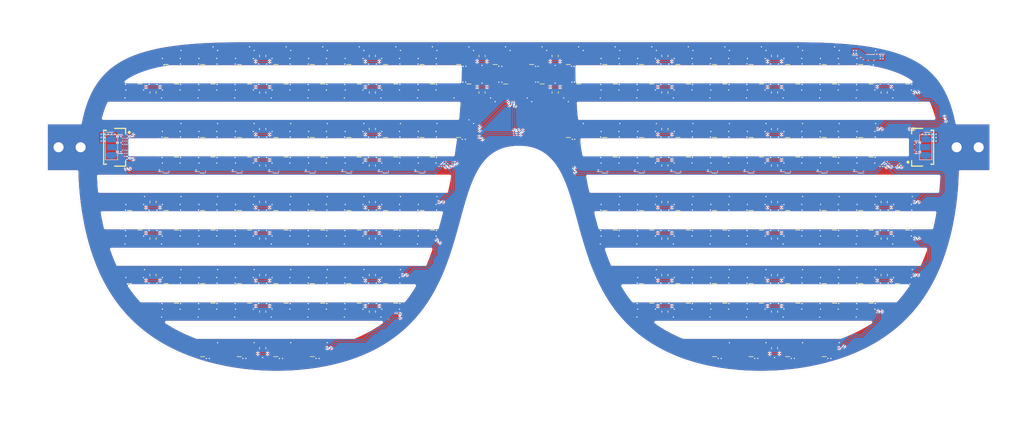
<source format=kicad_pcb>
(kicad_pcb (version 20211014) (generator pcbnew)
  (layers (0 "F.Cu" signal) (31 "B.Cu" signal) (34 "B.Paste" user) (35 "F.Paste" user) (36 "B.SilkS" user "B.Silkscreen") (37 "F.SilkS" user "F.Silkscreen") (38 "B.Mask" user) (39 "F.Mask" user) (44 "Edge.Cuts" user))
  (net 0 "")
  (net 1 "+5V")
  (net 2 "GND")
  (net 3 "Net-(D101-Pad2)")
  (net 4 "Net-(D101-Pad3)")
  (net 5 "Net-(D101-Pad4)")
  (net 6 "Net-(D101-Pad5)")
  (net 7 "Net-(D102-Pad2)")
  (net 8 "Net-(D102-Pad3)")
  (net 9 "Net-(D103-Pad2)")
  (net 10 "Net-(D103-Pad3)")
  (net 11 "Net-(D103-Pad4)")
  (net 12 "Net-(D103-Pad5)")
  (net 13 "Net-(D104-Pad2)")
  (net 14 "Net-(D104-Pad3)")
  (net 15 "Net-(D107-Pad2)")
  (net 16 "Net-(D107-Pad3)")
  (net 17 "Net-(D107-Pad4)")
  (net 18 "Net-(D107-Pad5)")
  (net 19 "Net-(D108-Pad2)")
  (net 20 "Net-(D108-Pad3)")
  (net 21 "Net-(D109-Pad4)")
  (net 22 "Net-(D109-Pad5)")
  (net 23 "Net-(D110-Pad2)")
  (net 24 "Net-(D110-Pad3)")
  (net 25 "Net-(D111-Pad4)")
  (net 26 "Net-(D111-Pad5)")
  (net 27 "Net-(D112-Pad2)")
  (net 28 "Net-(D112-Pad3)")
  (net 29 "Net-(D113-Pad4)")
  (net 30 "Net-(D113-Pad5)")
  (net 31 "Net-(D114-Pad2)")
  (net 32 "Net-(D114-Pad3)")
  (net 33 "Net-(D115-Pad4)")
  (net 34 "Net-(D115-Pad5)")
  (net 35 "Net-(D116-Pad2)")
  (net 36 "Net-(D116-Pad3)")
  (net 37 "Net-(D117-Pad4)")
  (net 38 "Net-(D117-Pad5)")
  (net 39 "Net-(D118-Pad2)")
  (net 40 "Net-(D118-Pad3)")
  (net 41 "Net-(D119-Pad4)")
  (net 42 "Net-(D119-Pad5)")
  (net 43 "Net-(D120-Pad2)")
  (net 44 "Net-(D120-Pad3)")
  (net 45 "Net-(D121-Pad4)")
  (net 46 "Net-(D121-Pad5)")
  (net 47 "Net-(D122-Pad2)")
  (net 48 "Net-(D122-Pad3)")
  (net 49 "Net-(D123-Pad4)")
  (net 50 "Net-(D123-Pad5)")
  (net 51 "Net-(D124-Pad2)")
  (net 52 "Net-(D124-Pad3)")
  (net 53 "Net-(D125-Pad4)")
  (net 54 "Net-(D125-Pad5)")
  (net 55 "Net-(D126-Pad2)")
  (net 56 "Net-(D126-Pad3)")
  (net 57 "Net-(D127-Pad4)")
  (net 58 "Net-(D127-Pad5)")
  (net 59 "Net-(D128-Pad2)")
  (net 60 "Net-(D128-Pad3)")
  (net 61 "Net-(D129-Pad4)")
  (net 62 "Net-(D129-Pad5)")
  (net 63 "Net-(D130-Pad2)")
  (net 64 "Net-(D130-Pad3)")
  (net 65 "Net-(D131-Pad4)")
  (net 66 "Net-(D131-Pad5)")
  (net 67 "Net-(D132-Pad2)")
  (net 68 "Net-(D132-Pad3)")
  (net 69 "Net-(D133-Pad4)")
  (net 70 "Net-(D133-Pad5)")
  (net 71 "Net-(D134-Pad2)")
  (net 72 "Net-(D134-Pad3)")
  (net 73 "Net-(D135-Pad4)")
  (net 74 "Net-(D135-Pad5)")
  (net 75 "Net-(D136-Pad2)")
  (net 76 "Net-(D136-Pad3)")
  (net 77 "Net-(D137-Pad4)")
  (net 78 "Net-(D137-Pad5)")
  (net 79 "Net-(D138-Pad2)")
  (net 80 "Net-(D138-Pad3)")
  (net 81 "Net-(D139-Pad4)")
  (net 82 "Net-(D139-Pad5)")
  (net 83 "Net-(D140-Pad2)")
  (net 84 "Net-(D140-Pad3)")
  (net 85 "Net-(D142-Pad4)")
  (net 86 "Net-(D142-Pad5)")
  (net 87 "Net-(D143-Pad2)")
  (net 88 "Net-(D143-Pad3)")
  (net 89 "Net-(D144-Pad4)")
  (net 90 "Net-(D144-Pad5)")
  (net 91 "Net-(D145-Pad2)")
  (net 92 "Net-(D145-Pad3)")
  (net 93 "Net-(D146-Pad4)")
  (net 94 "Net-(D146-Pad5)")
  (net 95 "Net-(D147-Pad2)")
  (net 96 "Net-(D147-Pad3)")
  (net 97 "Net-(D148-Pad4)")
  (net 98 "Net-(D148-Pad5)")
  (net 99 "Net-(D149-Pad2)")
  (net 100 "Net-(D149-Pad3)")
  (net 101 "Net-(D151-Pad4)")
  (net 102 "Net-(D151-Pad5)")
  (net 103 "Net-(D152-Pad2)")
  (net 104 "Net-(D152-Pad3)")
  (net 105 "Net-(D153-Pad4)")
  (net 106 "Net-(D153-Pad5)")
  (net 107 "Net-(D154-Pad2)")
  (net 108 "Net-(D154-Pad3)")
  (net 109 "Net-(D155-Pad4)")
  (net 110 "Net-(D155-Pad5)")
  (net 111 "Net-(D156-Pad2)")
  (net 112 "Net-(D156-Pad3)")
  (net 113 "Net-(D157-Pad4)")
  (net 114 "Net-(D157-Pad5)")
  (net 115 "Net-(D158-Pad2)")
  (net 116 "Net-(D158-Pad3)")
  (net 117 "Net-(D160-Pad4)")
  (net 118 "Net-(D160-Pad5)")
  (net 119 "Net-(D161-Pad2)")
  (net 120 "Net-(D161-Pad3)")
  (net 121 "Net-(D163-Pad2)")
  (net 122 "Net-(D163-Pad3)")
  (net 123 "Net-(D164-Pad4)")
  (net 124 "Net-(D164-Pad5)")
  (net 125 "Net-(D165-Pad2)")
  (net 126 "Net-(D165-Pad3)")
  (net 127 "Net-(D166-Pad4)")
  (net 128 "Net-(D166-Pad5)")
  (net 129 "Net-(D167-Pad2)")
  (net 130 "Net-(D167-Pad3)")
  (net 131 "Net-(D169-Pad4)")
  (net 132 "Net-(D169-Pad5)")
  (net 133 "Net-(D170-Pad2)")
  (net 134 "Net-(D170-Pad3)")
  (net 135 "Net-(D172-Pad2)")
  (net 136 "Net-(D172-Pad3)")
  (net 137 "Net-(D173-Pad4)")
  (net 138 "Net-(D173-Pad5)")
  (net 139 "Net-(D174-Pad2)")
  (net 140 "Net-(D174-Pad3)")
  (net 141 "Net-(D175-Pad4)")
  (net 142 "Net-(D175-Pad5)")
  (net 143 "Net-(D176-Pad2)")
  (net 144 "Net-(D176-Pad3)")
  (net 145 "Net-(D178-Pad4)")
  (net 146 "Net-(D178-Pad5)")
  (net 147 "Net-(D179-Pad2)")
  (net 148 "Net-(D179-Pad3)")
  (net 149 "Net-(D162-Pad4)")
  (net 150 "Net-(D162-Pad5)")
  (net 151 "Net-(D187-Pad4)")
  (net 152 "Net-(D187-Pad5)")
  (net 153 "Net-(D188-Pad2)")
  (net 154 "Net-(D188-Pad3)")
  (net 155 "Net-(D189-Pad4)")
  (net 156 "Net-(D189-Pad5)")
  (net 157 "Net-(D191-Pad2)")
  (net 158 "Net-(D191-Pad3)")
  (net 159 "Net-(D191-Pad4)")
  (net 160 "Net-(D191-Pad5)")
  (net 161 "Net-(D192-Pad2)")
  (net 162 "Net-(D192-Pad3)")
  (net 163 "Net-(D193-Pad2)")
  (net 164 "Net-(D193-Pad3)")
  (net 165 "Net-(D193-Pad4)")
  (net 166 "Net-(D193-Pad5)")
  (net 167 "Net-(D194-Pad2)")
  (net 168 "Net-(D194-Pad3)")
  (net 169 "Net-(D195-Pad4)")
  (net 170 "Net-(D195-Pad5)")
  (net 171 "Net-(D196-Pad2)")
  (net 172 "Net-(D196-Pad3)")
  (net 173 "Net-(D197-Pad4)")
  (net 174 "Net-(D197-Pad5)")
  (net 175 "Net-(D199-Pad4)")
  (net 176 "Net-(D199-Pad5)")
  (net 177 "Net-(D200-Pad2)")
  (net 178 "Net-(D200-Pad3)")
  (net 179 "Net-(D202-Pad2)")
  (net 180 "Net-(D202-Pad3)")
  (net 181 "Net-(D203-Pad4)")
  (net 182 "Net-(D203-Pad5)")
  (net 183 "Net-(D204-Pad2)")
  (net 184 "Net-(D204-Pad3)")
  (net 185 "Net-(D205-Pad4)")
  (net 186 "Net-(D205-Pad5)")
  (net 187 "Net-(D206-Pad2)")
  (net 188 "Net-(D206-Pad3)")
  (net 189 "Net-(D207-Pad4)")
  (net 190 "Net-(D207-Pad5)")
  (net 191 "Net-(D208-Pad2)")
  (net 192 "Net-(D208-Pad3)")
  (net 193 "Net-(D209-Pad4)")
  (net 194 "Net-(D209-Pad5)")
  (net 195 "Net-(D210-Pad2)")
  (net 196 "Net-(D210-Pad3)")
  (net 197 "Net-(D211-Pad4)")
  (net 198 "Net-(D211-Pad5)")
  (net 199 "Net-(D212-Pad2)")
  (net 200 "Net-(D212-Pad3)")
  (net 201 "Net-(D213-Pad4)")
  (net 202 "Net-(D213-Pad5)")
  (net 203 "Net-(D214-Pad2)")
  (net 204 "Net-(D214-Pad3)")
  (net 205 "Net-(D215-Pad4)")
  (net 206 "Net-(D215-Pad5)")
  (net 207 "Net-(D216-Pad2)")
  (net 208 "Net-(D216-Pad3)")
  (net 209 "Net-(D217-Pad4)")
  (net 210 "Net-(D217-Pad5)")
  (net 211 "Net-(D218-Pad2)")
  (net 212 "Net-(D218-Pad3)")
  (net 213 "Net-(D219-Pad4)")
  (net 214 "Net-(D219-Pad5)")
  (net 215 "Net-(D220-Pad2)")
  (net 216 "Net-(D220-Pad3)")
  (net 217 "Net-(D221-Pad4)")
  (net 218 "Net-(D221-Pad5)")
  (net 219 "Net-(D222-Pad2)")
  (net 220 "Net-(D222-Pad3)")
  (net 221 "Net-(D223-Pad4)")
  (net 222 "Net-(D223-Pad5)")
  (net 223 "Net-(D224-Pad2)")
  (net 224 "Net-(D224-Pad3)")
  (net 225 "Net-(D225-Pad4)")
  (net 226 "Net-(D225-Pad5)")
  (net 227 "Net-(D226-Pad2)")
  (net 228 "Net-(D226-Pad3)")
  (net 229 "Net-(D228-Pad4)")
  (net 230 "Net-(D228-Pad5)")
  (net 231 "Net-(D229-Pad2)")
  (net 232 "Net-(D229-Pad3)")
  (net 233 "Net-(D230-Pad4)")
  (net 234 "Net-(D230-Pad5)")
  (net 235 "Net-(D231-Pad2)")
  (net 236 "Net-(D231-Pad3)")
  (net 237 "Net-(D232-Pad4)")
  (net 238 "Net-(D232-Pad5)")
  (net 239 "Net-(D233-Pad2)")
  (net 240 "Net-(D233-Pad3)")
  (net 241 "Net-(D234-Pad4)")
  (net 242 "Net-(D234-Pad5)")
  (net 243 "Net-(D235-Pad2)")
  (net 244 "Net-(D235-Pad3)")
  (net 245 "Net-(D237-Pad4)")
  (net 246 "Net-(D237-Pad5)")
  (net 247 "Net-(D238-Pad2)")
  (net 248 "Net-(D238-Pad3)")
  (net 249 "Net-(D239-Pad4)")
  (net 250 "Net-(D239-Pad5)")
  (net 251 "Net-(D240-Pad2)")
  (net 252 "Net-(D240-Pad3)")
  (net 253 "Net-(D241-Pad4)")
  (net 254 "Net-(D241-Pad5)")
  (net 255 "Net-(D242-Pad2)")
  (net 256 "Net-(D242-Pad3)")
  (net 257 "Net-(D243-Pad4)")
  (net 258 "Net-(D243-Pad5)")
  (net 259 "Net-(D244-Pad2)")
  (net 260 "Net-(D244-Pad3)")
  (net 261 "Net-(D246-Pad4)")
  (net 262 "Net-(D246-Pad5)")
  (net 263 "Net-(D247-Pad2)")
  (net 264 "Net-(D247-Pad3)")
  (net 265 "Net-(D248-Pad4)")
  (net 266 "Net-(D248-Pad5)")
  (net 267 "Net-(D249-Pad2)")
  (net 268 "Net-(D249-Pad3)")
  (net 269 "Net-(D250-Pad4)")
  (net 270 "Net-(D250-Pad5)")
  (net 271 "Net-(D251-Pad2)")
  (net 272 "Net-(D251-Pad3)")
  (net 273 "Net-(D252-Pad4)")
  (net 274 "Net-(D252-Pad5)")
  (net 275 "Net-(D253-Pad2)")
  (net 276 "Net-(D253-Pad3)")
  (net 277 "Net-(D255-Pad4)")
  (net 278 "Net-(D255-Pad5)")
  (net 279 "Net-(D256-Pad2)")
  (net 280 "Net-(D256-Pad3)")
  (net 281 "Net-(D257-Pad4)")
  (net 282 "Net-(D257-Pad5)")
  (net 283 "Net-(D258-Pad2)")
  (net 284 "Net-(D258-Pad3)")
  (net 285 "Net-(D261-Pad4)")
  (net 286 "Net-(D261-Pad5)")
  (net 287 "Net-(D262-Pad2)")
  (net 288 "Net-(D262-Pad3)")
  (net 289 "/LED_MOSI_5V0")
  (net 290 "/LED_CLK_5V0")
  (net 291 "Net-(D265-Pad2)")
  (net 292 "Net-(D265-Pad3)")
  (net 293 "Net-(D113-Pad3)")
  (net 294 "Net-(D113-Pad2)")
  (net 295 "/SPARE_0_5V0")
  (net 296 "/SPARE_1_5V0")
  (net 299 "Net-(D187-Pad2)")
  (net 300 "Net-(D187-Pad3)")
  (net 301 "Net-(D189-Pad3)")
  (net 302 "Net-(D189-Pad2)")
  (net 303 "Net-(D259-Pad4)")
  (net 304 "Net-(D259-Pad5)")
  (net 305 "Net-(D260-Pad2)")
  (net 306 "Net-(D260-Pad3)")
  (net 307 "/5V0_OR_GND_1")
  (net 308 "/5V0_OR_GND_2")
  (footprint "rave_shades:LED-APA102-2020" (layer "F.Cu") (at 129 97)
    (fp_text reference "D144" hide)
    (fp_text value "APA102-2020" hide)
  )
  (footprint "rave_shades:LED-APA102-2020" (layer "F.Cu") (at 165 97)
    (fp_text reference "D197" hide)
    (fp_text value "APA102-2020" hide)
  )
  (footprint "Capacitor_SMD:C_0603_1608Metric" (layer "F.Cu") (at 210 121 -90)
    (fp_text reference "C145" hide)
    (fp_text value "22u 10V" hide)
  )
  (footprint "rave_shades:LED-APA102-2020" (layer "F.Cu") (at 189 121)
    (fp_text reference "D234" hide)
    (fp_text value "APA102-2020" hide)
  )
  (footprint "rave_shades:LED-APA102-2020" (layer "F.Cu") (at 87 121)
    (fp_text reference "D115" hide)
    (fp_text value "APA102-2020" hide)
  )
  (footprint "rave_shades:LED-APA102-2020" (layer "F.Cu") (at 195 85)
    (fp_text reference "D246" hide)
    (fp_text value "APA102-2020" hide)
  )
  (footprint "Capacitor_SMD:C_0603_1608Metric" (layer "F.Cu") (at 108 91 90)
    (fp_text reference "C104" hide)
    (fp_text value "22u 10V" hide)
  )
  (footprint "Capacitor_SMD:C_0603_1608Metric" (layer "F.Cu") (at 108 109 -90)
    (fp_text reference "C114" hide)
    (fp_text value "22u 10V" hide)
  )
  (footprint "rave_shades:LED-APA102-2020" (layer "F.Cu") (at 153 91 180)
    (fp_text reference "D188" hide)
    (fp_text value "APA102-2020" hide)
  )
  (footprint "rave_shades:LED-APA102-2020" (layer "F.Cu") (at 171 91 180)
    (fp_text reference "D212" hide)
    (fp_text value "APA102-2020" hide)
  )
  (footprint "Capacitor_SMD:C_0603_1608Metric" (layer "F.Cu") (at 126 103 90)
    (fp_text reference "C123" hide)
    (fp_text value "22u 10V" hide)
  )
  (footprint "rave_shades:LED-APA102-2020" (layer "F.Cu") (at 141 91 180)
    (fp_text reference "D179" hide)
    (fp_text value "APA102-2020" hide)
  )
  (footprint "Capacitor_SMD:C_0603_1608Metric" (layer "F.Cu") (at 156 85 -90)
    (fp_text reference "C137" hide)
    (fp_text value "22u 10V" hide)
  )
  (footprint "rave_shades:LED-APA102-2020" (layer "F.Cu") (at 177 115 180)
    (fp_text reference "D208" hide)
    (fp_text value "APA102-2020" hide)
  )
  (footprint "rave_shades:LED-APA102-2020" (layer "F.Cu") (at 171 115 180)
    (fp_text reference "D200" hide)
    (fp_text value "APA102-2020" hide)
  )
  (footprint "Capacitor_SMD:C_0603_1608Metric" (layer "F.Cu") (at 144 85 -90)
    (fp_text reference "C146" hide)
    (fp_text value "22u 10V" hide)
  )
  (footprint "rave_shades:LED-APA102-2020" (layer "F.Cu") (at 201 121)
    (fp_text reference "D252" hide)
    (fp_text value "APA102-2020" hide)
  )
  (footprint "Capacitor_SMD:C_0603_1608Metric" (layer "F.Cu") (at 192 85 -90)
    (fp_text reference "C115" hide)
    (fp_text value "22u 10V" hide)
  )
  (footprint "Capacitor_SMD:C_0603_1608Metric" (layer "F.Cu") (at 108 127 90)
    (fp_text reference "C106" hide)
    (fp_text value "22u 10V" hide)
  )
  (footprint "rave_shades:LED-APA102-2020" (layer "F.Cu") (at 213 109)
    (fp_text reference "D259" hide)
    (fp_text value "APA102-2020" hide)
  )
  (footprint "Capacitor_SMD:C_0603_1608Metric" (layer "F.Cu") (at 90 109 -90)
    (fp_text reference "C138" hide)
    (fp_text value "22u 10V" hide)
  )
  (footprint "Capacitor_SMD:C_0603_1608Metric" (layer "F.Cu") (at 210 109 -90)
    (fp_text reference "C141" hide)
    (fp_text value "22u 10V" hide)
  )
  (footprint "rave_shades:LED-APA102-2020" (layer "F.Cu") (at 111 97)
    (fp_text reference "D119" hide)
    (fp_text value "APA102-2020" hide)
  )
  (footprint "rave_shades:LED-APA102-2020" (layer "F.Cu") (at 207 121)
    (fp_text reference "D261" hide)
    (fp_text value "APA102-2020" hide)
  )
  (footprint "rave_shades:LED-APA102-2020" (layer "F.Cu") (at 207 109)
    (fp_text reference "D250" hide)
    (fp_text value "APA102-2020" hide)
  )
  (footprint "Capacitor_SMD:C_0603_1608Metric" (layer "F.Cu") (at 108 133 -90)
    (fp_text reference "C101" hide)
    (fp_text value "22u 10V" hide)
  )
  (footprint "rave_shades:LED-APA102-2020" (layer "F.Cu") (at 207 97)
    (fp_text reference "D257" hide)
    (fp_text value "APA102-2020" hide)
  )
  (footprint "rave_shades:LED-APA102-2020" (layer "F.Cu") (at 171 103 180)
    (fp_text reference "D214" hide)
    (fp_text value "APA102-2020" hide)
  )
  (footprint "rave_shades:LED-APA102-2020" (layer "F.Cu") (at 141 97)
    (fp_text reference "D162" hide)
    (fp_text value "APA102-2020" hide)
  )
  (footprint "rave_shades:LED-APA102-2020" (layer "F.Cu") (at 87 115 180)
    (fp_text reference "D114" hide)
    (fp_text value "APA102-2020" hide)
  )
  (footprint "rave_shades:LED-APA102-2020" (layer "F.Cu") (at 159 85)
    (fp_text reference "D195" hide)
    (fp_text value "APA102-2020" hide)
  )
  (footprint "rave_shades:LED-APA102-2020" (layer "F.Cu") (at 189 103 180)
    (fp_text reference "D240" hide)
    (fp_text value "APA102-2020" hide)
  )
  (footprint "rave_shades:LED-APA102-2020" (layer "F.Cu") (at 207 85)
    (fp_text reference "D264" hide)
    (fp_text value "APA102-2020" hide)
  )
  (footprint "Capacitor_SMD:C_0603_1608Metric" (layer "F.Cu") (at 192 121 -90)
    (fp_text reference "C119" hide)
    (fp_text value "22u 10V" hide)
  )
  (footprint "rave_shades:LED-APA102-2020" (layer "F.Cu") (at 105 133)
    (fp_text reference "D176" hide)
    (fp_text value "APA102-2020" hide)
  )
  (footprint "rave_shades:LED-APA102-2020" (layer "F.Cu") (at 117 121)
    (fp_text reference "D157" hide)
    (fp_text value "APA102-2020" hide)
  )
  (footprint "rave_shades:LED-APA102-2020" (layer "F.Cu") (at 171 85)
    (fp_text reference "D211" hide)
    (fp_text value "APA102-2020" hide)
  )
  (footprint "rave_shades:LED-APA102-2020" (layer "F.Cu") (at 165 103 180)
    (fp_text reference "D206" hide)
    (fp_text value "APA102-2020" hide)
  )
  (footprint "Capacitor_SMD:C_0603_1608Metric" (layer "F.Cu") (at 126 121 -90)
    (fp_text reference "C127" hide)
    (fp_text value "22u 10V" hide)
  )
  (footprint "Capacitor_SMD:C_0603_1608Metric" (layer "F.Cu") (at 108 103 90)
    (fp_text reference "C108" hide)
    (fp_text value "22u 10V" hide)
  )
  (footprint "rave_shades:LED-APA102-2020" (layer "F.Cu") (at 147 85)
    (fp_text reference "D178" hide)
    (fp_text value "APA102-2020" hide)
  )
  (footprint "Capacitor_SMD:C_0603_1608Metric" (layer "F.Cu") (at 192 109 -90)
    (fp_text reference "C116" hide)
    (fp_text value "22u 10V" hide)
  )
  (footprint "rave_shades:LED-APA102-2020" (layer "F.Cu") (at 117 133)
    (fp_text reference "D158" hide)
    (fp_text value "APA102-2020" hide)
  )
  (footprint "rave_shades:LED-APA102-2020" (layer "F.Cu") (at 99 115 180)
    (fp_text reference "D130" hide)
    (fp_text value "APA102-2020" hide)
  )
  (footprint "rave_shades:LED-APA102-2020" (layer "F.Cu") (at 201 97)
    (fp_text reference "D248" hide)
    (fp_text value "APA102-2020" hide)
  )
  (footprint "rave_shades:LED-APA102-2020" (layer "F.Cu") (at 99 133)
    (fp_text reference "D185" hide)
    (fp_text value "APA102-2020" hide)
  )
  (footprint "Capacitor_SMD:C_0603_1608Metric" (layer "F.Cu") (at 210 91 90)
    (fp_text reference "C103" hide)
    (fp_text value "22u 10V" hide)
  )
  (footprint "Capacitor_SMD:C_0603_1608Metric" (layer "F.Cu") (at 90 115 90)
    (fp_text reference "C129" hide)
    (fp_text value "22u 10V" hide)
  )
  (footprint "rave_shades:LED-APA102-2020" (layer "F.Cu") (at 171 109)
    (fp_text reference "D199" hide)
    (fp_text value "APA102-2020" hide)
  )
  (footprint "rave_shades:LED-APA102-2020" (layer "F.Cu") (at 189 85)
    (fp_text reference "D237" hide)
    (fp_text value "APA102-2020" hide)
  )
  (footprint "rave_shades:LED-APA102-2020" (layer "F.Cu") (at 195 133)
    (fp_text reference "D253" hide)
    (fp_text value "APA102-2020" hide)
  )
  (footprint "Capacitor_SMD:C_0603_1608Metric" (layer "F.Cu") (at 192 133 -90)
    (fp_text reference "C102" hide)
    (fp_text value "22u 10V" hide)
  )
  (footprint "rave_shades:LED-APA102-2020" (layer "F.Cu") (at 195 127 180)
    (fp_text reference "D218" hide)
    (fp_text value "APA102-2020" hide)
  )
  (footprint "rave_shades:LED-APA102-2020" (layer "F.Cu") (at 123 97)
    (fp_text reference "D135" hide)
    (fp_text value "APA102-2020" hide)
  )
  (footprint "rave_shades:LED-APA102-2020" (layer "F.Cu") (at 183 121)
    (fp_text reference "D225" hide)
    (fp_text value "APA102-2020" hide)
  )
  (footprint "rave_shades:LED-APA102-2020" (layer "F.Cu") (at 111 91 180)
    (fp_text reference "D134" hide)
    (fp_text value "APA102-2020" hide)
  )
  (footprint "rave_shades:LED-APA102-2020" (layer "F.Cu") (at 129 127 180)
    (fp_text reference "D149" hide)
    (fp_text value "APA102-2020" hide)
  )
  (footprint "rave_shades:LED-APA102-2020" (layer "F.Cu") (at 105 121)
    (fp_text reference "D139" hide)
    (fp_text value "APA102-2020" hide)
  )
  (footprint "rave_shades:M1.4 Mounting Hole" (layer "F.Cu") (at 78.12 100)
    (fp_text reference "H102" hide)
    (fp_text value "MountingHole_Pad" hide)
  )
  (footprint "rave_shades:LED-APA102-2020" (layer "F.Cu") (at 111 121)
    (fp_text reference "D148" hide)
    (fp_text value "APA102-2020" hide)
  )
  (footprint "rave_shades:M1.4 Mounting Hole" (layer "F.Cu") (at 225.5 100)
    (fp_text reference "H104" hide)
    (fp_text value "MountingHole_Pad" hide)
  )
  (footprint "rave_shades:LED-APA102-2020" (layer "F.Cu") (at 195 103 180)
    (fp_text reference "D249" hide)
    (fp_text value "APA102-2020" hide)
  )
  (footprint "Capacitor_SMD:C_0603_1608Metric" (layer "F.Cu") (at 192 103 90)
    (fp_text reference "C112" hide)
    (fp_text value "22u 10V" hide)
  )
  (footprint "rave_shades:LED-APA102-2020" (layer "F.Cu") (at 189 91 180)
    (fp_text reference "D238" hide)
    (fp_text value "APA102-2020" hide)
  )
  (footprint "rave_shades:LED-APA102-2020" (layer "F.Cu") (at 105 127 180)
    (fp_text reference "D116" hide)
    (fp_text value "APA102-2020" hide)
  )
  (footprint "rave_shades:LED-APA102-2020" (layer "F.Cu") (at 129 85)
    (fp_text reference "D151" hide)
    (fp_text value "APA102-2020" hide)
  )
  (footprint "Capacitor_SMD:C_0603_1608Metric" (layer "F.Cu") (at 174 85 -90)
    (fp_text reference "C130" hide)
    (fp_text value "22u 10V" hide)
  )
  (footprint "Capacitor_SMD:C_0603_1608Metric" (layer "F.Cu") (at 174 97 -90)
    (fp_text reference "C120" hide)
    (fp_text value "22u 10V" hide)
  )
  (footprint "rave_shades:LED-APA102-2020" (layer "F.Cu") (at 123 115 180)
    (fp_text reference "D165" hide)
    (fp_text value "APA102-2020" hide)
  )
  (footprint "rave_shades:LED-APA102-2020" (layer "F.Cu") (at 93 85)
    (fp_text reference "D101" hide)
    (fp_text value "APA102-2020" hide)
  )
  (footprint "rave_shades:LED-APA102-2020" (layer "F.Cu") (at 117 103 180)
    (fp_text reference "D145" hide)
    (fp_text value "APA102-2020" hide)
  )
  (footprint "rave_shades:LED-APA102-2020" (layer "F.Cu") (at 99 97)
    (fp_text reference "D103" hide)
    (fp_text value "APA102-2020" hide)
  )
  (footprint "Capacitor_SMD:C_0603_1608Metric" (layer "F.Cu") (at 90 91 90)
    (fp_text reference "C126" hide)
    (fp_text value "22u 10V" hide)
  )
  (footprint "rave_shades:LED-APA102-2020" (layer "F.Cu") (at 189 133)
    (fp_text reference "D262" hide)
    (fp_text value "APA102-2020" hide)
  )
  (footprint "rave_shades:LED-APA102-2020" (layer "F.Cu") (at 171 127 180)
    (fp_text reference "D193" hide)
    (fp_text value "APA102-2020" hide)
  )
  (footprint "rave_shades:LED-APA102-2020" (layer "F.Cu") (at 111 115 180)
    (fp_text reference "D147" hide)
    (fp_text value "APA102-2020" hide)
  )
  (footprint "rave_shades:LED-APA102-2020" (layer "F.Cu") (at 105 91 180)
    (fp_text reference "D126" hide)
    (fp_text value "APA102-2020" hide)
  )
  (footprint "rave_shades:LED-APA102-2020" (layer "F.Cu") (at 183 91 180)
    (fp_text reference "D229" hide)
    (fp_text value "APA102-2020" hide)
  )
  (footprint "Capacitor_SMD:C_0603_1608Metric" (layer "F.Cu") (at 126 109 -90)
    (fp_text reference "C124" hide)
    (fp_text value "22u 10V" hide)
  )
  (footprint "rave_shades:LED-APA102-2020" (layer "F.Cu") (at 177 97)
    (fp_text reference "D213" hide)
    (fp_text value "APA102-2020" hide)
  )
  (footprint "rave_shades:LED-APA102-2020" (layer "F.Cu") (at 105 97)
    (fp_text reference "D111" hide)
    (fp_text value "APA102-2020" hide)
  )
  (footprint "Capacitor_SMD:C_0603_1608Metric" (layer "F.Cu") (at 108 115 90)
    (fp_text reference "C109" hide)
    (fp_text value "22u 10V" hide)
  )
  (footprint "rave_shades:template_display_b_r1" (layer "F.Cu") (at 150 100)
    (fp_text reference "Ref**" hide)
    (fp_text value "Val**" hide)
    (fp_line (start -15.3355 19.25) (end -65.8203 19.25) (layer "Edge.Cuts") (width 0.02))
    (fp_line (start -9.5971 -10.75) (end -64.4165 -10.75) (layer "Edge.Cuts") (width 0.02))
    (fp_line (start -77.5 -4) (end -77.5 4) (layer "Edge.Cuts") (width 0.02))
    (fp_line (start 61.9318 25.25) (end 18.8008 25.25) (layer "Edge.Cuts") (width 0.02))
    (fp_line (start 67.8203 13.25) (end 13.3287 13.25) (layer "Edge.Cuts") (width 0.02))
    (fp_line (start -18.8008 25.25) (end -61.9318 25.25) (layer "Edge.Cuts") (width 0.02))
    (fp_line (start -10.7139 1.25) (end -63.81 1.25) (layer "Edge.Cuts") (width 0.02))
    (fp_line (start 68.7878 7.25) (end 11.8282 7.25) (layer "Edge.Cuts") (width 0.02))
    (fp_line (start -67.2754 -7.25) (end -9.77235 -7.25) (layer "Edge.Cuts") (width 0.02))
    (fp_line (start 9.54709 -13.25) (end 57.2636 -13.25) (layer "Edge.Cuts") (width 0.02))
    (fp_line (start -10.360417 -1.25) (end -10.713927 1.25) (layer "Edge.Cuts") (width 0.02))
    (fp_line (start 52.7767 31.25) (end 27.0889 31.25) (layer "Edge.Cuts") (width 0.02))
    (fp_line (start -63.8858 22.75) (end -17.0739 22.75) (layer "Edge.Cuts") (width 0.02))
    (fp_line (start -77.5 4) (end -72.4831 4) (layer "Edge.Cuts") (width 0.02))
    (fp_line (start 10.7139 1.25) (end 63.81 1.25) (layer "Edge.Cuts") (width 0.02))
    (fp_line (start -13.3287 13.25) (end -67.8203 13.25) (layer "Edge.Cuts") (width 0.02))
    (fp_line (start -27.0889 31.25) (end -52.7767 31.25) (layer "Edge.Cuts") (width 0.02))
    (fp_line (start 11.3178 4.75) (end 68.9571 4.75) (layer "Edge.Cuts") (width 0.02))
    (fp_line (start 17.0739 22.75) (end 63.8858 22.75) (layer "Edge.Cuts") (width 0.02))
    (fp_line (start 77.5 -4) (end 71.9129 -4) (layer "Edge.Cuts") (width 0.02))
    (fp_line (start -71.9129 -4) (end -77.5 -4) (layer "Edge.Cuts") (width 0.02))
    (fp_line (start 12.6555 10.75) (end 68.3263 10.75) (layer "Edge.Cuts") (width 0.02))
    (fp_line (start -11.8282 7.25) (end -68.7878 7.25) (layer "Edge.Cuts") (width 0.02))
    (fp_line (start 65.8203 19.25) (end 15.3355 19.25) (layer "Edge.Cuts") (width 0.02))
    (fp_line (start 77.5 4) (end 77.5 -4) (layer "Edge.Cuts") (width 0.02))
    (fp_line (start -68.3263 10.75) (end -12.6555 10.75) (layer "Edge.Cuts") (width 0.02))
    (fp_line (start -66.8136 16.75) (end -14.3945 16.75) (layer "Edge.Cuts") (width 0.02))
    (fp_line (start -63.81 1.25) (end -63.81 -1.25) (layer "Edge.Cuts") (width 0.02))
    (fp_line (start 14.3945 16.75) (end 66.8136 16.75) (layer "Edge.Cuts") (width 0.02))
    (fp_line (start -63.81 -1.25) (end -10.3604 -1.25) (layer "Edge.Cuts") (width 0.02))
    (fp_line (start 9.77235 -7.25) (end 67.2754 -7.25) (layer "Edge.Cuts") (width 0.02))
    (fp_line (start -68.9571 4.75) (end -11.3178 4.75) (layer "Edge.Cuts") (width 0.02))
    (fp_line (start -57.2636 -13.25) (end -9.54709 -13.25) (layer "Edge.Cuts") (width 0.02))
    (fp_line (start 68.1582 -4.75) (end 9.97301 -4.75) (layer "Edge.Cuts") (width 0.02))
    (fp_line (start 72.4831 4) (end 77.5 4) (layer "Edge.Cuts") (width 0.02))
    (fp_line (start 22.4993 28.75) (end 57.793 28.75) (layer "Edge.Cuts") (width 0.02))
    (fp_line (start -9.97301 -4.75) (end -68.1582 -4.75) (layer "Edge.Cuts") (width 0.02))
    (fp_line (start 63.81 -1.25) (end 10.3604 -1.25) (layer "Edge.Cuts") (width 0.02))
    (fp_line (start 64.4165 -10.75) (end 9.5971 -10.75) (layer "Edge.Cuts") (width 0.02))
    (fp_line (start -57.793 28.75) (end -22.4993 28.75) (layer "Edge.Cuts") (width 0.02))
    (fp_line (start 45 -17.5) (end -45 -17.5) (layer "Edge.Cuts") (width 0.02))
    (fp_line (start 63.81 1.25) (end 63.81 -1.25) (layer "Edge.Cuts") (width 0.02))
    (fp_arc (start 9.5971 -10.75) (mid 9.552822 -11.999614) (end 9.54709 -13.25) (layer "Edge.Cuts") (width 0.02))
    (fp_arc (start 13.328696 13.25) (mid 12.983999 12.002179) (end 12.655485 10.75) (layer "Edge.Cuts") (width 0.02))
    (fp_arc (start 11.8282 7.25) (mid 11.548001 6.005104) (end 11.3178 4.75) (layer "Edge.Cuts") (width 0.02))
    (fp_arc (start 9.97301 -4.75) (mid 9.852346 -5.998368) (end 9.77235 -7.25) (layer "Edge.Cuts") (width 0.02))
    (fp_arc (start -12.655485 10.75) (mid -12.983999 12.002179) (end -13.328696 13.25) (layer "Edge.Cuts") (width 0.02))
    (fp_arc (start -11.3178 4.75) (mid -11.548001 6.005104) (end -11.8282 7.25) (layer "Edge.Cuts") (width 0.02))
    (fp_arc (start 10.7139 1.25) (mid 10.491874 0.006402) (end 10.3604 -1.25) (layer "Edge.Cuts") (width 0.02))
    (fp_arc (start -9.547087 -13.25) (mid -9.564279 -11.999844) (end -9.597101 -10.75) (layer "Edge.Cuts") (width 0.02))
    (fp_arc (start -9.772347 -7.25) (mid -9.864838 -5.999371) (end -9.973006 -4.75) (layer "Edge.Cuts") (width 0.02))
    (fp_curve (pts (xy 67.2754 -7.25) (xy 67.6216 -6.5084) (xy 67.9189 -5.6685) (xy 68.1582 -4.75)) (layer "Edge.Cuts") (width 0.02))
    (fp_curve (pts (xy -64.4165 -10.75) (xy -63.4109 -11.4704) (xy -62.0813 -12.1067) (xy -60.1474 -12.6375)) (layer "Edge.Cuts") (width 0.02))
    (fp_curve (pts (xy 63.885774 22.75) (xy 63.291503 23.637803) (xy 62.641349 24.470974) (xy 61.9318 25.25)) (layer "Edge.Cuts") (width 0.02))
    (fp_curve (pts (xy -69.9655 -9.6627) (xy -70.9144 -7.9742) (xy -71.5204 -6.0592) (xy -71.9129 -4)) (layer "Edge.Cuts") (width 0.02))
    (fp_curve (pts (xy -68.1582 -4.75) (xy -67.9189 -5.6685) (xy -67.6216 -6.5084) (xy -67.2754 -7.25)) (layer "Edge.Cuts") (width 0.02))
    (fp_curve (pts (xy -61.93179 25.25) (xy -62.641349 24.470974) (xy -63.291503 23.637803) (xy -63.8858 22.75)) (layer "Edge.Cuts") (width 0.02))
    (fp_curve (pts (xy -65.86 -13.9899) (xy -67.7196 -12.8139) (xy -69.0132 -11.352) (xy -69.9655 -9.6627)) (layer "Edge.Cuts") (width 0.02))
    (fp_curve (pts (xy -26.3685 34.7257) (xy -23.9919 33.83) (xy -21.7673 32.6318) (xy -19.7981 31.102)) (layer "Edge.Cuts") (width 0.02))
    (fp_curve (pts (xy -67.820331 13.25) (xy -68.012557 12.431531) (xy -68.181178 11.596349) (xy -68.3263 10.75)) (layer "Edge.Cuts") (width 0.02))
    (fp_curve (pts (xy -14.394473 16.75) (xy -14.412606 16.803488) (xy -14.430816 16.856864) (xy -14.449107 16.910127)) (layer "Edge.Cuts") (width 0.02))
    (fp_curve (pts (xy 33.8178 36.5711) (xy 36.3681 36.9223) (xy 38.9412 37.0299) (xy 41.4409 36.9348)) (layer "Edge.Cuts") (width 0.02))
    (fp_curve (pts (xy -72.4831 4) (xy -72.432 6.15211) (xy -72.2425 8.331502) (xy -71.9177 10.46617)) (layer "Edge.Cuts") (width 0.02))
    (fp_curve (pts (xy -55.1014 34.0942) (xy -53.1133 34.9222) (xy -50.9552 35.5819) (xy -48.662 36.0612)) (layer "Edge.Cuts") (width 0.02))
    (fp_curve (pts (xy -19.7981 31.102) (xy -17.8264 29.5746) (xy -16.1138 27.7126) (xy -14.6949 25.5522)) (layer "Edge.Cuts") (width 0.02))
    (fp_curve (pts (xy 68.893744 5.925168) (xy 68.864499 6.367232) (xy 68.829201 6.809086) (xy 68.787841 7.25)) (layer "Edge.Cuts") (width 0.02))
    (fp_curve (pts (xy -65.820316 19.25) (xy -66.107065 18.61698) (xy -66.374028 17.962773) (xy -66.622044 17.287265)) (layer "Edge.Cuts") (width 0.02))
    (fp_curve (pts (xy -33.8178 36.5711) (xy -31.2683 36.2195) (xy -28.7443 35.6223) (xy -26.3685 34.7257)) (layer "Edge.Cuts") (width 0.02))
    (fp_curve (pts (xy 3.69078 0.89683) (xy 4.67381 1.46296) (xy 5.44394 2.2638) (xy 6.08431 3.21884)) (layer "Edge.Cuts") (width 0.02))
    (fp_curve (pts (xy -41.4409 36.9348) (xy -38.9412 37.0299) (xy -36.3681 36.9223) (xy -33.8178 36.5711)) (layer "Edge.Cuts") (width 0.02))
    (fp_curve (pts (xy 0 0) (xy 1.51063 0.00029) (xy 2.7071 0.33125) (xy 3.69078 0.89683)) (layer "Edge.Cuts") (width 0.02))
    (fp_curve (pts (xy 60.1474 -12.6375) (xy 62.0813 -12.1067) (xy 63.4109 -11.4704) (xy 64.4165 -10.75)) (layer "Edge.Cuts") (width 0.02))
    (fp_curve (pts (xy 18.420002 24.763278) (xy 17.942649 24.133113) (xy 17.494777 23.461224) (xy 17.073858 22.75)) (layer "Edge.Cuts") (width 0.02))
    (fp_curve (pts (xy 11.2338 18.3207) (xy 12.146 20.9377) (xy 13.2718 23.3957) (xy 14.6949 25.5522)) (layer "Edge.Cuts") (width 0.02))
    (fp_curve (pts (xy 6.08431 3.21884) (xy 7.36002 5.13323) (xy 8.13481 7.64886) (xy 8.87851 10.28866)) (layer "Edge.Cuts") (width 0.02))
    (fp_curve (pts (xy -70.5181 16.68029) (xy -69.2945 20.664) (xy -67.4649 24.227) (xy -64.913 27.1641)) (layer "Edge.Cuts") (width 0.02))
    (fp_curve (pts (xy 58.2312 -16.6403) (xy 54.8896 -17.225) (xy 50.6414 -17.5011) (xy 45 -17.5)) (layer "Edge.Cuts") (width 0.02))
    (fp_curve (pts (xy 66.813638 16.75) (xy 66.751123 16.93053) (xy 66.687258 17.109643) (xy 66.622044 17.287265)) (layer "Edge.Cuts") (width 0.02))
    (fp_curve (pts (xy -52.776745 31.25) (xy -54.62974 30.556867) (xy -56.299691 29.720325) (xy -57.793 28.75)) (layer "Edge.Cuts") (width 0.02))
    (fp_curve (pts (xy 68.326276 10.75) (xy 68.181178 11.596349) (xy 68.012557 12.431531) (xy 67.820331 13.25)) (layer "Edge.Cuts") (width 0.02))
    (fp_curve (pts (xy -17.073858 22.75) (xy -17.494777 23.461224) (xy -17.942649 24.133113) (xy -18.420002 24.763278)) (layer "Edge.Cuts") (width 0.02))
    (fp_curve (pts (xy -8.87851 10.28866) (xy -8.13481 7.64886) (xy -7.36002 5.13323) (xy -6.08431 3.21884)) (layer "Edge.Cuts") (width 0.02))
    (fp_curve (pts (xy -45 -17.5) (xy -50.6414 -17.5011) (xy -54.8896 -17.225) (xy -58.2312 -16.6403)) (layer "Edge.Cuts") (width 0.02))
    (fp_curve (pts (xy 68.957109 4.75) (xy 68.940851 5.141028) (xy 68.919685 5.533039) (xy 68.893744 5.925168)) (layer "Edge.Cuts") (width 0.02))
    (fp_curve (pts (xy 70.5181 16.68029) (xy 71.1302 14.69118) (xy 71.5924 12.60144) (xy 71.9177 10.46617)) (layer "Edge.Cuts") (width 0.02))
    (fp_curve (pts (xy -18.419986 24.763278) (xy -18.544877 24.928149) (xy -18.671817 25.09038) (xy -18.8008 25.25)) (layer "Edge.Cuts") (width 0.02))
    (fp_curve (pts (xy -14.6949 25.5522) (xy -13.2718 23.3957) (xy -12.146 20.9377) (xy -11.2338 18.3207)) (layer "Edge.Cuts") (width 0.02))
    (fp_curve (pts (xy 48.662 36.0612) (xy 50.9552 35.5819) (xy 53.1133 34.9222) (xy 55.1014 34.0942)) (layer "Edge.Cuts") (width 0.02))
    (fp_curve (pts (xy 55.1014 34.0942) (xy 59.0831 32.4384) (xy 62.3665 30.1062) (xy 64.913 27.1641)) (layer "Edge.Cuts") (width 0.02))
    (fp_curve (pts (xy 57.792954 28.75) (xy 56.299691 29.720325) (xy 54.62974 30.556867) (xy 52.776745 31.25)) (layer "Edge.Cuts") (width 0.02))
    (fp_curve (pts (xy -3.69078 0.89683) (xy -2.7071 0.33125) (xy -1.51063 0.00029) (xy 0 0)) (layer "Edge.Cuts") (width 0.02))
    (fp_curve (pts (xy 71.9129 -4) (xy 71.5204 -6.0592) (xy 70.9144 -7.9742) (xy 69.9655 -9.6627)) (layer "Edge.Cuts") (width 0.02))
    (fp_curve (pts (xy 27.0889 31.25) (xy 25.4187 30.5783) (xy 23.8864 29.7499) (xy 22.4993 28.75)) (layer "Edge.Cuts") (width 0.02))
    (fp_curve (pts (xy -14.449107 16.910127) (xy -14.726694 17.718471) (xy -15.021526 18.499029) (xy -15.3355 19.25)) (layer "Edge.Cuts") (width 0.02))
    (fp_curve (pts (xy 15.3355 19.25) (xy 15.021526 18.499029) (xy 14.726694 17.718471) (xy 14.449107 16.910127)) (layer "Edge.Cuts") (width 0.02))
    (fp_curve (pts (xy 64.913 27.1641) (xy 67.4649 24.227) (xy 69.2945 20.664) (xy 70.5181 16.68029)) (layer "Edge.Cuts") (width 0.02))
    (fp_curve (pts (xy 14.449107 16.910127) (xy 14.430816 16.856864) (xy 14.412606 16.803488) (xy 14.394473 16.75)) (layer "Edge.Cuts") (width 0.02))
    (fp_curve (pts (xy -11.2338 18.3207) (xy -10.3155 15.70897) (xy -9.61444 12.93517) (xy -8.87851 10.28866)) (layer "Edge.Cuts") (width 0.02))
    (fp_curve (pts (xy 57.2636 -13.25) (xy 58.3454 -13.0736) (xy 59.3067 -12.8695) (xy 60.1474 -12.6375)) (layer "Edge.Cuts") (width 0.02))
    (fp_curve (pts (xy 65.86 -13.9899) (xy 63.996 -15.1672) (xy 61.5678 -16.0575) (xy 58.2312 -16.6403)) (layer "Edge.Cuts") (width 0.02))
    (fp_curve (pts (xy 66.622044 17.287265) (xy 66.374028 17.962773) (xy 66.107065 18.61698) (xy 65.820316 19.25)) (layer "Edge.Cuts") (width 0.02))
    (fp_curve (pts (xy -66.622044 17.287265) (xy -66.687258 17.109643) (xy -66.751123 16.93053) (xy -66.813638 16.75)) (layer "Edge.Cuts") (width 0.02))
    (fp_curve (pts (xy 69.9655 -9.6627) (xy 69.0132 -11.352) (xy 67.7196 -12.8139) (xy 65.86 -13.9899)) (layer "Edge.Cuts") (width 0.02))
    (fp_curve (pts (xy 18.8008 25.25) (xy 18.671833 25.09038) (xy 18.544893 24.928149) (xy 18.420002 24.763278)) (layer "Edge.Cuts") (width 0.02))
    (fp_curve (pts (xy 8.87851 10.28866) (xy 9.61444 12.93517) (xy 10.3155 15.70897) (xy 11.2338 18.3207)) (layer "Edge.Cuts") (width 0.02))
    (fp_curve (pts (xy 41.4409 36.9348) (xy 43.9418 36.839) (xy 46.3697 36.5401) (xy 48.662 36.0612)) (layer "Edge.Cuts") (width 0.02))
    (fp_curve (pts (xy -48.662 36.0612) (xy -46.3697 36.5401) (xy -43.9418 36.839) (xy -41.4409 36.9348)) (layer "Edge.Cuts") (width 0.02))
    (fp_curve (pts (xy -68.893744 5.925168) (xy -68.919685 5.533039) (xy -68.940851 5.141028) (xy -68.9571 4.75)) (layer "Edge.Cuts") (width 0.02))
    (fp_curve (pts (xy 14.6949 25.5522) (xy 16.1138 27.7126) (xy 17.8264 29.5746) (xy 19.7981 31.102)) (layer "Edge.Cuts") (width 0.02))
    (fp_curve (pts (xy -60.1474 -12.6375) (xy -59.3067 -12.8695) (xy -58.3454 -13.0736) (xy -57.2636 -13.25)) (layer "Edge.Cuts") (width 0.02))
    (fp_curve (pts (xy -22.4993 28.75) (xy -23.8864 29.7499) (xy -25.4187 30.5783) (xy -27.0889 31.25)) (layer "Edge.Cuts") (width 0.02))
    (fp_curve (pts (xy -71.9177 10.46617) (xy -71.5924 12.60144) (xy -71.1302 14.69118) (xy -70.5181 16.68029)) (layer "Edge.Cuts") (width 0.02))
    (fp_curve (pts (xy 26.3685 34.7257) (xy 28.7443 35.6223) (xy 31.2683 36.2195) (xy 33.8178 36.5711)) (layer "Edge.Cuts") (width 0.02))
    (fp_curve (pts (xy -6.08431 3.21884) (xy -5.44394 2.2638) (xy -4.67381 1.46296) (xy -3.69078 0.89683)) (layer "Edge.Cuts") (width 0.02))
    (fp_curve (pts (xy -58.2312 -16.6403) (xy -61.5678 -16.0575) (xy -63.996 -15.1672) (xy -65.86 -13.9899)) (layer "Edge.Cuts") (width 0.02))
    (fp_curve (pts (xy -64.913 27.1641) (xy -62.3665 30.1062) (xy -59.0831 32.4384) (xy -55.1014 34.0942)) (layer "Edge.Cuts") (width 0.02))
    (fp_curve (pts (xy 19.7981 31.102) (xy 21.7673 32.6318) (xy 23.9919 33.83) (xy 26.3685 34.7257)) (layer "Edge.Cuts") (width 0.02))
    (fp_curve (pts (xy -68.787841 7.25) (xy -68.829201 6.809086) (xy -68.864499 6.367232) (xy -68.893744 5.925168)) (layer "Edge.Cuts") (width 0.02))
    (fp_curve (pts (xy 71.9177 10.46617) (xy 72.2425 8.331502) (xy 72.432 6.15211) (xy 72.4831 4)) (layer "Edge.Cuts") (width 0.02))
  )
  (footprint "rave_shades:LED-APA102-2020" (layer "F.Cu") (at 195 115 180)
    (fp_text reference "D233" hide)
    (fp_text value "APA102-2020" hide)
  )
  (footprint "rave_shades:LED-APA102-2020" (layer "F.Cu") (at 207 127 180)
    (fp_text reference "D235" hide)
    (fp_text value "APA102-2020" hide)
  )
  (footprint "rave_shades:LED-APA102-2020" (layer "F.Cu") (at 171 121)
    (fp_text reference "D209" hide)
    (fp_text value "APA102-2020" hide)
  )
  (footprint "rave_shades:LED-APA102-2020" (layer "F.Cu") (at 123 103 180)
    (fp_text reference "D154" hide)
    (fp_text value "APA102-2020" hide)
  )
  (footprint "rave_shades:LED-APA102-2020" (layer "F.Cu") (at 201 115 180)
    (fp_text reference "D242" hide)
    (fp_text value "APA102-2020" hide)
  )
  (footprint "rave_shades:LED-APA102-2020" (layer "F.Cu") (at 135 85)
    (fp_text reference "D160" hide)
    (fp_text value "APA102-2020" hide)
  )
  (footprint "Capacitor_SMD:C_0603_1608Metric" (layer "F.Cu") (at 156 91 90)
    (fp_text reference "C135" hide)
    (fp_text value "22u 10V" hide)
  )
  (footprint "rave_shades:LED-APA102-2020" (layer "F.Cu") (at 201 85)
    (fp_text reference "D255" hide)
    (fp_text value "APA102-2020" hide)
  )
  (footprint "rave_shades:LED-APA102-2020" (layer "F.Cu") (at 207 103 180)
    (fp_text reference "D267" hide)
    (fp_text value "APA102-2020" hide)
  )
  (footprint "rave_shades:LED-APA102-2020" (layer "F.Cu") (at 165 109)
    (fp_text reference "D191" hide)
    (fp_text value "APA102-2020" hide)
  )
  (footprint "rave_shades:LED-APA102-2020" (layer "F.Cu") (at 117 115 180)
    (fp_text reference "D156" hide)
    (fp_text value "APA102-2020" hide)
  )
  (footprint "Capacitor_SMD:C_0603_1608Metric" (layer "F.Cu") (at 126 115 90)
    (fp_text reference "C142" hide)
    (fp_text value "22u 10V" hide)
  )
  (footprint "rave_shades:LED-APA102-2020" (layer "F.Cu") (at 177 91 180)
    (fp_text reference "D220" hide)
    (fp_text value "APA102-2020" hide)
  )
  (footprint "rave_shades:LED-APA102-2020" (layer "F.Cu") (at 183 109)
    (fp_text reference "D215" hide)
    (fp_text value "APA102-2020" hide)
  )
  (footprint "rave_shades:LED-APA102-2020" (layer "F.Cu") (at 135 97)
    (fp_text reference "D153" hide)
    (fp_text value "APA102-2020" hide)
  )
  (footprint "Capacitor_SMD:C_0603_1608Metric" (layer "F.Cu") (at 174 115 90)
    (fp_text reference "C131" hide)
    (fp_text value "22u 10V" hide)
  )
  (footprint "rave_shades:LED-APA102-2020" (layer "F.Cu") (at 93 109)
    (fp_text reference "D121" hide)
    (fp_text value "APA102-2020" hide)
  )
  (footprint "rave_shades:LED-APA102-2020" (layer "F.Cu") (at 129 115 180)
    (fp_text reference "D174" hide)
    (fp_text value "APA102-2020" hide)
  )
  (footprint "rave_shades:LED-APA102-2020" (layer "F.Cu") (at 147 91 180)
    (fp_text reference "D180" hide)
    (fp_text value "APA102-2020" hide)
  )
  (footprint "rave_shades:LED-APA102-2020" (layer "F.Cu") (at 201 133)
    (fp_text reference "D244" hide)
    (fp_text value "APA102-2020" hide)
  )
  (footprint "rave_shades:LED-APA102-2020" (layer "F.Cu") (at 87 91 180)
    (fp_text reference "D102" hide)
    (fp_text value "APA102-2020" hide)
  )
  (footprint "rave_shades:LED-APA102-2020" (layer "F.Cu") (at 105 85)
    (fp_text reference "D117" hide)
    (fp_text value "APA102-2020" hide)
  )
  (footprint "rave_shades:LED-APA102-2020" (layer "F.Cu") (at 159 91 180)
    (fp_text reference "D196" hide)
    (fp_text value "APA102-2020" hide)
  )
  (footprint "rave_shades:LED-APA102-2020" (layer "F.Cu") (at 177 127 180)
    (fp_text reference "D194" hide)
    (fp_text value "APA102-2020" hide)
  )
  (footprint "rave_shades:CF35082D0RE-NH" (layer "F.Cu") (at 214.5 100 90)
    (fp_text reference "J102" hide)
    (fp_text value "Conn_01x08" hide)
  )
  (footprint "rave_shades:LED-APA102-2020" (layer "F.Cu") (at 183 97)
    (fp_text reference "D221" hide)
    (fp_text value "APA102-2020" hide)
  )
  (footprint "rave_shades:LED-APA102-2020" (layer "F.Cu") (at 129 91 180)
    (fp_text reference "D161" hide)
    (fp_text value "APA102-2020" hide)
  )
  (footprint "Capacitor_SMD:C_0603_1608Metric" (layer "F.Cu") (at 126 127 90)
    (fp_text reference "C133" hide)
    (fp_text value "22u 10V" hide)
  )
  (footprint "Capacitor_SMD:C_0603_1608Metric" (layer "F.Cu") (at 108 97 -90)
    (fp_text reference "C107" hide)
    (fp_text value "22u 10V" hide)
  )
  (footprint "rave_shades:LED-APA102-2020" (layer "F.Cu") (at 93 91 180)
    (fp_text reference "D110" hide)
    (fp_text value "APA102-2020" hide)
  )
  (footprint "rave_shades:LED-APA102-2020" (layer "F.Cu") (at 141 85)
    (fp_text reference "D169" hide)
    (fp_text value "APA102-2020" hide)
  )
  (footprint "rave_shades:LED-APA102-2020" (layer "F.Cu") (at 201 127 180)
    (fp_text reference "D226" hide)
    (fp_text value "APA102-2020" hide)
  )
  (footprint "rave_shades:LED-APA102-2020" (layer "F.Cu") (at 213 91 180)
    (fp_text reference "D266" hide)
    (fp_text value "APA102-2020" hide)
  )
  (footprint "rave_shades:LED-APA102-2020" (layer "F.Cu") (at 165 85)
    (fp_text reference "D203" hide)
    (fp_text value "APA102-2020" hide)
  )
  (footprint "rave_shades:LED-APA102-2020" (layer "F.Cu") (at 111 109)
    (fp_text reference "D146" hide)
    (fp_text value "APA102-2020" hide)
  )
  (footprint "rave_shades:CF35082D0RE-NH" (layer "F.Cu") (at 85.5 100 -90)
    (fp_text reference "J101" hide)
    (fp_text value "Conn_01x08" hide)
  )
  (footprint "Capacitor_SMD:C_0603_1608Metric" (layer "F.Cu") (at 108 85 -90)
    (fp_text reference "C105" hide)
    (fp_text value "22u 10V" hide)
  )
  (footprint "Capacitor_SMD:C_0603_1608Metric" (layer "F.Cu") (at 192 97 -90)
    (fp_text reference "C117" hide)
    (fp_text value "22u 10V" hide)
  )
  (footprint "rave_shades:LED-APA102-2020" (layer "F.Cu") (at 99 91 180)
    (fp_text reference "D118" hide)
    (fp_text value "APA102-2020" hide)
  )
  (footprint "rave_shades:LED-APA102-2020" (layer "F.Cu") (at 153 85)
    (fp_text reference "D187" hide)
    (fp_text value "APA102-2020" hide)
  )
  (footprint "rave_shades:LED-APA102-2020" (layer "F.Cu") (at 171 97)
    (fp_text reference "D205" hide)
    (fp_text value "APA102-2020" hide)
  )
  (footprint "rave_shades:LED-APA102-2020" (layer "F.Cu") (at 99 85)
    (fp_text reference "D109" hide)
    (fp_text value "APA102-2020" hide)
  )
  (footprint "rave_shades:LED-APA102-2020" (layer "F.Cu") (at 99 109)
    (fp_text reference "D129" hide)
    (fp_text value "APA102-2020" hide)
  )
  (footprint "rave_shades:LED-APA102-2020" (layer "F.Cu") (at 207 115 180)
    (fp_text reference "D251" hide)
    (fp_text value "APA102-2020" hide)
  )
  (footprint "Capacitor_SMD:C_0603_1608Metric" (layer "F.Cu") (at 192 127 90)
    (fp_text reference "C110" hide)
    (fp_text value "22u 10V" hide)
  )
  (footprint "rave_shades:LED-APA102-2020" (layer "F.Cu") (at 183 103 180)
    (fp_text reference "D231" hide)
    (fp_text value "APA102-2020" hide)
  )
  (footprint "Capacitor_SMD:C_0603_1608Metric" (layer "F.Cu") (at 174 121 -90)
    (fp_text reference "C122" hide)
    (fp_text value "22u 10V" hide)
  )
  (footprint "rave_shades:LED-APA102-2020" (layer "F.Cu") (at 135 103 180)
    (fp_text reference "D172" hide)
    (fp_text value "APA102-2020" hide)
  )
  (footprint "Capacitor_SMD:C_0603_1608Metric" (layer "F.Cu") (at 174 103 90)
    (fp_text reference "C132" hide)
    (fp_text value "22u 10V" hide)
  )
  (footprint "rave_shades:LED-APA102-2020" (layer "F.Cu") (at 189 127 180)
    (fp_text reference "D210" hide)
    (fp_text value "APA102-2020" hide)
  )
  (footprint "Capacitor_SMD:C_0603_1608Metric" (layer "F.Cu") (at 90 121 -90)
    (fp_text reference "C140" hide)
    (fp_text value "22u 10V" hide)
  )
  (footprint "rave_shades:LED-APA102-2020" (layer "F.Cu") (at 135 109)
    (fp_text reference "D182" hide)
    (fp_text value "APA102-2020" hide)
  )
  (footprint "rave_shades:LED-APA102-2020" (layer "F.Cu") (at 117 109)
    (fp_text reference "D155" hide)
    (fp_text value "APA102-2020" hide)
  )
  (footprint "rave_shades:LED-APA102-2020" (layer "F.Cu") (at 129 103 180)
    (fp_text reference "D163" hide)
    (fp_text value "APA102-2020" hide)
  )
  (footprint "rave_shades:M1.4 Mounting Hole" (layer "F.Cu") (at 74.5 100)
    (fp_text reference "H101" hide)
    (fp_text value "MountingHole_Pad" hide)
  )
  (footprint "rave_shades:LED-APA102-2020" (layer "F.Cu") (at 129 121)
    (fp_text reference "D175" hide)
    (fp_text value "APA102-2020" hide)
  )
  (footprint "rave_shades:LED-APA102-2020" (layer "F.Cu") (at 117 127 180)
    (fp_text reference "D132" hide)
    (fp_text value "APA102-2020" hide)
  )
  (footprint "rave_shades:LED-APA102-2020" (layer "F.Cu") (at 195 121)
    (fp_text reference "D243" hide)
    (fp_text value "APA102-2020" hide)
  )
  (footprint "Capacitor_SMD:C_0603_1608Metric" (layer "F.Cu") (at 126 85 -90)
    (fp_text reference "C134" hide)
    (fp_text value "22u 10V" hide)
  )
  (footprint "rave_shades:LED-APA102-2020" (layer "F.Cu") (at 207 91 180)
    (fp_text reference "D265" hide)
    (fp_text value "APA102-2020" hide)
  )
  (footprint "rave_shades:LED-APA102-2020" (layer "F.Cu") (at 93 97)
    (fp_text reference "D104" hide)
    (fp_text value "APA102-2020" hide)
  )
  (footprint "rave_shades:LED-APA102-2020" (layer "F.Cu") (at 87 109)
    (fp_text reference "D113" hide)
    (fp_text value "APA102-2020" hide)
  )
  (footprint "Capacitor_SMD:C_0603_1608Metric" (layer "F.Cu") (at 210 115 90)
    (fp_text reference "C121" hide)
    (fp_text value "22u 10V" hide)
  )
  (footprint "rave_shades:LED-APA102-2020" (layer "F.Cu") (at 93 121)
    (fp_text reference "D123" hide)
    (fp_text value "APA102-2020" hide)
  )
  (footprint "Capacitor_SMD:C_0603_1608Metric" (layer "F.Cu") (at 174 127 90)
    (fp_text reference "C139" hide)
    (fp_text value "22u 10V" hide)
  )
  (footprint "rave_shades:LED-APA102-2020" (layer "F.Cu") (at 183 133)
    (fp_text reference "D271" hide)
    (fp_text value "APA102-2020" hide)
  )
  (footprint "Capacitor_SMD:C_0603_1608Metric" (layer "F.Cu") (at 174 91 90)
    (fp_text reference "C147" hide)
    (fp_text value "22u 10V" hide)
  )
  (footprint "rave_shades:LED-APA102-2020" (layer "F.Cu") (at 195 97)
    (fp_text reference "D239" hide)
    (fp_text value "APA102-2020" hide)
  )
  (footprint "rave_shades:LED-APA102-2020" (layer "F.Cu") (at 165 91 180)
    (fp_text reference "D204" hide)
    (fp_text value "APA102-2020" hide)
  )
  (footprint "rave_shades:LED-APA102-2020" (layer "F.Cu") (at 111 133)
    (fp_text reference "D167" hide)
    (fp_text value "APA102-2020" hide)
  )
  (footprint "rave_shades:LED-APA102-2020" (layer "F.Cu") (at 177 85)
    (fp_text reference "D219" hide)
    (fp_text value "APA102-2020" hide)
  )
  (footprint "Capacitor_SMD:C_0603_1608Metric" (layer "F.Cu") (at 126 97 -90)
    (fp_text reference "C144" hide)
    (fp_text value "22u 10V" hide)
  )
  (footprint "rave_shades:LED-APA102-2020" (layer "F.Cu") (at 135 91 180)
    (fp_text reference "D170" hide)
    (fp_text value "APA102-2020" hide)
  )
  (footprint "rave_shades:LED-APA102-2020" (layer "F.Cu") (at 189 115 180)
    (fp_text reference "D224" hide)
    (fp_text value "APA102-2020" hide)
  )
  (footprint "rave_shades:LED-APA102-2020" (layer "F.Cu") (at 117 97)
    (fp_text reference "D127" hide)
    (fp_text value "APA102-2020" hide)
  )
  (footprint "rave_shades:LED-APA102-2020" (layer "F.Cu") (at 99 127 180)
    (fp_text reference "D108" hide)
    (fp_text value "APA102-2020" hide)
  )
  (footprint "rave_shades:LED-APA102-2020" (layer "F.Cu") (at 117 85)
    (fp_text reference "D133" hide)
    (fp_text value "APA102-2020" hide)
  )
  (footprint "rave_shades:LED-APA102-2020" (layer "F.Cu") (at 111 127 180)
    (fp_text reference "D124" hide)
    (fp_text value "APA102-2020" hide)
  )
  (footprint "rave_shades:LED-APA102-2020" (layer "F.Cu") (at 93 115 180)
    (fp_text reference "D122" hide)
    (fp_text value "APA102-2020" hide)
  )
  (footprint "rave_shades:LED-APA102-2020" (layer "F.Cu") (at 189 97)
    (fp_text reference "D230" hide)
    (fp_text value "APA102-2020" hide)
  )
  (footprint "rave_shades:LED-APA102-2020" (layer "F.Cu") (at 105 115 180)
    (fp_text reference "D138" hide)
    (fp_text value "APA102-2020" hide)
  )
  (footprint "rave_shades:LED-APA102-2020" (layer "F.Cu") (at 213 115 180)
    (fp_text reference "D260" hide)
    (fp_text value "APA102-2020" hide)
  )
  (footprint "rave_shades:LED-APA102-2020" (layer "F.Cu") (at 165 115 180)
    (fp_text reference "D192" hide)
    (fp_text value "APA102-2020" hide)
  )
  (footprint "rave_shades:LED-APA102-2020" (layer "F.Cu") (at 129 109)
    (fp_text reference "D173" hide)
    (fp_text value "APA102-2020" hide)
  )
  (footprint "Capacitor_SMD:C_0603_1608Metric" (layer "F.Cu") (at 174 109 -90)
    (fp_text reference "C143" hide)
    (fp_text value "22u 10V" hide)
  )
  (footprint "rave_shades:LED-APA102-2020" (layer "F.Cu") (at 135 115 180)
    (fp_text reference "D183" hide)
    (fp_text value "APA102-2020" hide)
  )
  (footprint "Capacitor_SMD:C_0603_1608Metric" (layer "F.Cu") (at 126 91 90)
    (fp_text reference "C136" hide)
    (fp_text value "22u 10V" hide)
  )
  (footprint "rave_shades:LED-APA102-2020" (layer "F.Cu") (at 123 85)
    (fp_text reference "D142" hide)
    (fp_text value "APA102-2020" hide)
  )
  (footprint "rave_shades:LED-APA102-2020" (layer "F.Cu") (at 159 97)
    (fp_text reference "D189" hide)
    (fp_text value "APA102-2020" hide)
  )
  (footprint "rave_shades:LED-APA102-2020" (layer "F.Cu") (at 123 127 180)
    (fp_text reference "D140" hide)
    (fp_text value "APA102-2020" hide)
  )
  (footprint "rave_shades:LED-APA102-2020" (layer "F.Cu") (at 93 103 180)
    (fp_text reference "D112" hide)
    (fp_text value "APA102-2020" hide)
  )
  (footprint "rave_shades:LED-APA102-2020" (layer "F.Cu") (at 177 103 180)
    (fp_text reference "D222" hide)
    (fp_text value "APA102-2020" hide)
  )
  (footprint "rave_shades:LED-APA102-2020" (layer "F.Cu") (at 105 109)
    (fp_text reference "D137" hide)
    (fp_text value "APA102-2020" hide)
  )
  (footprint "rave_shades:LED-APA102-2020" (layer "F.Cu") (at 183 115 180)
    (fp_text reference "D216" hide)
    (fp_text value "APA102-2020" hide)
  )
  (footprint "rave_shades:LED-APA102-2020" (layer "F.Cu") (at 99 103 180)
    (fp_text reference "D120" hide)
    (fp_text value "APA102-2020" hide)
  )
  (footprint "Capacitor_SMD:C_0603_1608Metric" (layer "F.Cu") (at 108 121 -90)
    (fp_text reference "C111" hide)
    (fp_text value "22u 10V" hide)
  )
  (footprint "Capacitor_SMD:C_0603_1608Metric" (layer "F.Cu") (at 192 91 90)
    (fp_text reference "C118" hide)
    (fp_text value "22u 10V" hide)
  )
  (footprint "rave_shades:LED-APA102-2020" (layer "F.Cu") (at 99 121)
    (fp_text reference "D131" hide)
    (fp_text value "APA102-2020" hide)
  )
  (footprint "rave_shades:LED-APA102-2020" (layer "F.Cu") (at 201 103 180)
    (fp_text reference "D258" hide)
    (fp_text value "APA102-2020" hide)
  )
  (footprint "rave_shades:LED-APA102-2020" (layer "F.Cu") (at 123 121)
    (fp_text reference "D166" hide)
    (fp_text value "APA102-2020" hide)
  )
  (footprint "rave_shades:LED-APA102-2020" (layer "F.Cu") (at 201 91 180)
    (fp_text reference "D256" hide)
    (fp_text value "APA102-2020" hide)
  )
  (footprint "rave_shades:LED-APA102-2020" (layer "F.Cu") (at 123 91 180)
    (fp_text reference "D152" hide)
    (fp_text value "APA102-2020" hide)
  )
  (footprint "rave_shades:LED-APA102-2020" (layer "F.Cu") (at 195 91 180)
    (fp_text reference "D247" hide)
    (fp_text value "APA102-2020" hide)
  )
  (footprint "rave_shades:LED-APA102-2020" (layer "F.Cu") (at 123 109)
    (fp_text reference "D164" hide)
    (fp_text value "APA102-2020" hide)
  )
  (footprint "rave_shades:LED-APA102-2020" (layer "F.Cu") (at 111 103 180)
    (fp_text reference "D136" hide)
    (fp_text value "APA102-2020" hide)
  )
  (footprint "rave_shades:LED-APA102-2020" (layer "F.Cu") (at 117 91 180)
    (fp_text reference "D143" hide)
    (fp_text value "APA102-2020" hide)
  )
  (footprint "rave_shades:LED-APA102-2020" (layer "F.Cu") (at 201 109)
    (fp_text reference "D241" hide)
    (fp_text value "APA102-2020" hide)
  )
  (footprint "rave_shades:M1.4 Mounting Hole" (layer "F.Cu") (at 221.88 100)
    (fp_text reference "H103" hide)
    (fp_text value "MountingHole_Pad" hide)
  )
  (footprint "rave_shades:LED-APA102-2020" (layer "F.Cu") (at 111 85)
    (fp_text reference "D125" hide)
    (fp_text value "APA102-2020" hide)
  )
  (footprint "rave_shades:LED-APA102-2020" (layer "F.Cu") (at 105 103 180)
    (fp_text reference "D128" hide)
    (fp_text value "APA102-2020" hide)
  )
  (footprint "rave_shades:LED-APA102-2020" (layer "F.Cu") (at 189 109)
    (fp_text reference "D223" hide)
    (fp_text value "APA102-2020" hide)
  )
  (footprint "rave_shades:LED-APA102-2020" (layer "F.Cu") (at 195 109)
    (fp_text reference "D232" hide)
    (fp_text value "APA102-2020" hide)
  )
  (footprint "rave_shades:LED-APA102-2020" (layer "F.Cu") (at 213 121)
    (fp_text reference "D270" hide)
    (fp_text value "APA102-2020" hide)
  )
  (footprint "rave_shades:LED-APA102-2020" (layer "F.Cu") (at 177 121)
    (fp_text reference "D217" hide)
    (fp_text value "APA102-2020" hide)
  )
  (footprint "rave_shades:LED-APA102-2020" (layer "F.Cu") (at 183 127 180)
    (fp_text reference "D202" hide)
    (fp_text value "APA102-2020" hide)
  )
  (footprint "rave_shades:LED-APA102-2020" (layer "F.Cu") (at 177 109)
    (fp_text reference "D207" hide)
    (fp_text value "APA102-2020" hide)
  )
  (footprint "rave_shades:LED-APA102-2020" (layer "F.Cu") (at 93 127 180)
    (fp_text reference "D107" hide)
    (fp_text value "APA102-2020" hide)
  )
  (footprint "Capacitor_SMD:C_0603_1608Metric" (layer "F.Cu") (at 144 91 90)
    (fp_text reference "C125" hide)
    (fp_text value "22u 10V" hide)
  )
  (footprint "rave_shades:LED-APA102-2020" (layer "F.Cu") (at 183 85)
    (fp_text reference "D228" hide)
    (fp_text value "APA102-2020" hide)
  )
  (footprint "Capacitor_SMD:C_0603_1608Metric" (layer "F.Cu") (at 192 115 90)
    (fp_text reference "C113" hide)
    (fp_text value "22u 10V" hide)
  )
  (footprint "Jumper:SolderJumper-3_P1.3mm_Open_Pad1.0x1.5mm" (layer "B.Cu") (at 216.8 100 -90)
    (fp_text reference "JP102" hide)
    (fp_text value "SolderJumper_3_Open" hide)
  )
  (footprint "Jumper:SolderJumper-3_P1.3mm_Open_Pad1.0x1.5mm" (layer "B.Cu") (at 83.2 100 -90)
    (fp_text reference "JP101" hide)
    (fp_text value "SolderJumper_3_Open" hide)
  )
  (via (at 217.35 97.85) (size 0.35) (drill 0.2) (layers "F.Cu" "B.Cu") (net 1))
  (via (at 218.5 97.85) (size 0.35) (drill 0.2) (layers "F.Cu" "B.Cu") (net 1))
  (via (at 217.9 99) (size 0.35) (drill 0.2) (layers "F.Cu" "B.Cu") (net 1))
  (via (at 81.5 98.4) (size 0.35) (drill 0.2) (layers "F.Cu" "B.Cu") (net 1))
  (via (at 209.35 85.45) (size 0.35) (drill 0.2) (layers "F.Cu" "B.Cu") (net 1))
  (via (at 82.65 97.85) (size 0.35) (drill 0.2) (layers "F.Cu" "B.Cu") (net 1))
  (via (at 83.75 97.85) (size 0.35) (drill 0.2) (layers "F.Cu" "B.Cu") (net 1))
  (via (at 217.9 97.85) (size 0.35) (drill 0.2) (layers "F.Cu" "B.Cu") (net 1))
  (via (at 81.5 97.85) (size 0.35) (drill 0.2) (layers "F.Cu" "B.Cu") (net 1))
  (via (at 81.5 99) (size 0.35) (drill 0.2) (layers "F.Cu" "B.Cu") (net 1))
  (via (at 205.4 84.55) (size 0.35) (drill 0.2) (layers "F.Cu" "B.Cu") (net 1))
  (via (at 216.25 97.85) (size 0.35) (drill 0.2) (layers "F.Cu" "B.Cu") (net 1))
  (via (at 83.2 97.85) (size 0.35) (drill 0.2) (layers "F.Cu" "B.Cu") (net 1))
  (via (at 82.1 97.85) (size 0.35) (drill 0.2) (layers "F.Cu" "B.Cu") (net 1))
  (via (at 218.5 99) (size 0.35) (drill 0.2) (layers "F.Cu" "B.Cu") (net 1))
  (via (at 209.8 85) (size 0.35) (drill 0.2) (layers "F.Cu" "B.Cu") (net 1))
  (via (at 204.95 84.1) (size 0.35) (drill 0.2) (layers "F.Cu" "B.Cu") (net 1))
  (via (at 82.1 98.4) (size 0.35) (drill 0.2) (layers "F.Cu" "B.Cu") (net 1))
  (via (at 204.95 84.55) (size 0.35) (drill 0.2) (layers "F.Cu" "B.Cu") (net 1))
  (via (at 216.8 97.85) (size 0.35) (drill 0.2) (layers "F.Cu" "B.Cu") (net 1))
  (via (at 205.4 84.1) (size 0.35) (drill 0.2) (layers "F.Cu" "B.Cu") (net 1))
  (via (at 217.9 98.4) (size 0.35) (drill 0.2) (layers "F.Cu" "B.Cu") (net 1))
  (via (at 82.1 99) (size 0.35) (drill 0.2) (layers "F.Cu" "B.Cu") (net 1))
  (via (at 209.35 85) (size 0.35) (drill 0.2) (layers "F.Cu" "B.Cu") (net 1))
  (via (at 209.8 85.45) (size 0.35) (drill 0.2) (layers "F.Cu" "B.Cu") (net 1))
  (via (at 218.5 98.4) (size 0.35) (drill 0.2) (layers "F.Cu" "B.Cu") (net 1))
  (segment (start 98.15 127.9) (end 97.4 127.9) (width 0.15) (layer "F.Cu") (net 2))
  (segment (start 121.1 103.7255) (end 121.2745 103.9) (width 0.15) (layer "F.Cu") (net 2))
  (segment (start 165.85 108.1) (end 166.6 108.1) (width 0.15) (layer "F.Cu") (net 2))
  (segment (start 83 97.25) (end 82.3 97.25) (width 0.15) (layer "F.Cu") (net 2))
  (segment (start 129.85 84.1) (end 129.85 83.5) (width 0.15) (layer "F.Cu") (net 2))
  (segment (start 170.15 127.9) (end 169.4 127.9) (width 0.15) (layer "F.Cu") (net 2))
  (segment (start 99.85 108.1) (end 100.6 108.1) (width 0.15) (layer "F.Cu") (net 2))
  (segment (start 176.15 115.9) (end 175.4 115.9) (width 0.15) (layer "F.Cu") (net 2))
  (segment (start 189.85 108.1) (end 190.6 108.1) (width 0.15) (layer "F.Cu") (net 2))
  (segment (start 123.85 120.1) (end 124.6 120.1) (width 0.15) (layer "F.Cu") (net 2))
  (segment (start 201.85 108.1) (end 202.6 108.1) (width 0.15) (layer "F.Cu") (net 2))
  (segment (start 163.1 103.7255) (end 163.2745 103.9) (width 0.15) (layer "F.Cu") (net 2))
  (segment (start 147.85 84.1) (end 148.6 84.1) (width 0.15) (layer "F.Cu") (net 2))
  (segment (start 109.1 103.7255) (end 109.2745 103.9) (width 0.15) (layer "F.Cu") (net 2))
  (segment (start 159.85 96.1) (end 160.6 96.1) (width 0.15) (layer "F.Cu") (net 2))
  (segment (start 165.85 84.1) (end 165.85 83.5) (width 0.15) (layer "F.Cu") (net 2))
  (segment (start 105.85 84.1) (end 106.6 84.1) (width 0.15) (layer "F.Cu") (net 2))
  (segment (start 182.15 127.9) (end 181.4 127.9) (width 0.15) (layer "F.Cu") (net 2))
  (segment (start 104.15 115.9) (end 103.4 115.9) (width 0.15) (layer "F.Cu") (net 2))
  (segment (start 110.15 127.9) (end 109.4 127.9) (width 0.15) (layer "F.Cu") (net 2))
  (segment (start 127.2745 103.9) (end 128.15 103.9) (width 0.15) (layer "F.Cu") (net 2))
  (segment (start 163.4 91.9) (end 164.15 91.9) (width 0.15) (layer "F.Cu") (net 2))
  (segment (start 110.15 115.9) (end 109.4 115.9) (width 0.15) (layer "F.Cu") (net 2))
  (segment (start 182.15 115.9) (end 181.4 115.9) (width 0.15) (layer "F.Cu") (net 2))
  (segment (start 127.1 103.7255) (end 127.2745 103.9) (width 0.15) (layer "F.Cu") (net 2))
  (segment (start 189.85 132.1) (end 190.6 132.1) (width 0.15) (layer "F.Cu") (net 2))
  (segment (start 135.85 84.1) (end 136.6 84.1) (width 0.15) (layer "F.Cu") (net 2))
  (segment (start 133.2745 103.9) (end 134.15 103.9) (width 0.15) (layer "F.Cu") (net 2))
  (segment (start 83 102.75) (end 82.3 102.75) (width 0.15) (layer "F.Cu") (net 2))
  (segment (start 181.393116 91.9) (end 182.143116 91.900001) (width 0.15) (layer "F.Cu") (net 2))
  (segment (start 111.85 108.1) (end 112.6 108.1) (width 0.15) (layer "F.Cu") (net 2))
  (segment (start 171.85 120.1) (end 172.6 120.1) (width 0.15) (layer "F.Cu") (net 2))
  (segment (start 183.85 132.1) (end 184.6 132.1) (width 0.15) (layer "F.Cu") (net 2))
  (segment (start 195.85 84.1) (end 195.85 83.5) (width 0.15) (layer "F.Cu") (net 2))
  (segment (start 166.6 84.1) (end 165.85 84.1) (width 0.15) (layer "F.Cu") (net 2))
  (segment (start 213.85 108.1) (end 214.6 108.1) (width 0.15) (layer "F.Cu") (net 2))
  (segment (start 183.85 120.1) (end 184.6 120.1) (width 0.15) (layer "F.Cu") (net 2))
  (segment (start 153.85 84.1) (end 153.85 83.5) (width 0.15) (layer "F.Cu") (net 2))
  (segment (start 115.1 103.7255) (end 115.2745 103.9) (width 0.15) (layer "F.Cu") (net 2))
  (segment (start 169.2745 103.9) (end 170.15 103.9) (width 0.15) (layer "F.Cu") (net 2))
  (segment (start 87.85 108.1) (end 88.6 108.1) (width 0.15) (layer "F.Cu") (net 2))
  (segment (start 183.85 84.1) (end 183.85 83.5) (width 0.15) (layer "F.Cu") (net 2))
  (segment (start 129.85 96.1) (end 130.6 96.1) (width 0.15) (layer "F.Cu") (net 2))
  (segment (start 200.15 115.9) (end 199.4 115.9) (width 0.15) (layer "F.Cu") (net 2))
  (segment (start 135.85 96.1) (end 136.6 96.1) (width 0.15) (layer "F.Cu") (net 2))
  (segment (start 188.15 127.9) (end 187.4 127.9) (width 0.15) (layer "F.Cu") (net 2))
  (segment (start 201.85 120.1) (end 202.6 120.1) (width 0.15) (layer "F.Cu") (net 2))
  (segment (start 93.85 96.1) (end 94.6 96.1) (width 0.15) (layer "F.Cu") (net 2))
  (segment (start 195.85 96.1) (end 196.6 96.1) (width 0.15) (layer "F.Cu") (net 2))
  (segment (start 187.1 103.7255) (end 187.2745 103.9) (width 0.15) (layer "F.Cu") (net 2))
  (segment (start 129.85 108.1) (end 130.6 108.1) (width 0.15) (layer "F.Cu") (net 2))
  (segment (start 98.15 91.9) (end 97.4 91.9) (width 0.15) (layer "F.Cu") (net 2))
  (segment (start 188.15 115.9) (end 187.4 115.9) (width 0.15) (layer "F.Cu") (net 2))
  (segment (start 116.15 127.9) (end 115.4 127.9) (width 0.15) (layer "F.Cu") (net 2))
  (segment (start 201.85 96.1) (end 202.6 96.1) (width 0.15) (layer "F.Cu") (net 2))
  (segment (start 97.2745 103.9) (end 98.15 103.9) (width 0.15) (layer "F.Cu") (net 2))
  (segment (start 212.15 115.9) (end 211.4 115.9) (width 0.15) (layer "F.Cu") (net 2))
  (segment (start 133.1 103.7255) (end 133.2745 103.9) (width 0.15) (layer "F.Cu") (net 2))
  (segment (start 189.85 84.1) (end 189.85 83.5) (width 0.15) (layer "F.Cu") (net 2))
  (segment (start 171.85 108.1) (end 172.6 108.1) (width 0.15) (layer "F.Cu") (net 2))
  (segment (start 105.85 96.1) (end 106.6 96.1) (width 0.15) (layer "F.Cu") (net 2))
  (segment (start 134.15 91.9) (end 133.4 91.9) (width 0.15) (layer "F.Cu") (net 2))
  (segment (start 93.85 120.1) (end 94.6 120.1) (width 0.15) (layer "F.Cu") (net 2))
  (segment (start 103.2745 103.9) (end 104.15 103.9) (width 0.15) (layer "F.Cu") (net 2))
  (segment (start 105.85 108.1) (end 106.6 108.1) (width 0.15) (layer "F.Cu") (net 2))
  (segment (start 206.15 115.9) (end 205.4 115.9) (width 0.15) (layer "F.Cu") (net 2))
  (segment (start 207.85 96.1) (end 208.6 96.1) (width 0.15) (layer "F.Cu") (net 2))
  (segment (start 177.85 120.1) (end 178.6 120.1) (width 0.15) (layer "F.Cu") (net 2))
  (segment (start 178.6 84.1) (end 177.85 84.1) (width 0.15) (layer "F.Cu") (net 2))
  (segment (start 99.85 84.1) (end 99.85 83.5) (width 0.15) (layer "F.Cu") (net 2))
  (segment (start 194.15 127.9) (end 193.4 127.9) (width 0.15) (layer "F.Cu") (net 2))
  (segment (start 93.85 108.1) (end 94.6 108.1) (width 0.15) (layer "F.Cu") (net 2))
  (segment (start 111.85 84.1) (end 111.85 83.5) (width 0.15) (layer "F.Cu") (net 2))
  (segment (start 160.6 84.1) (end 159.85 84.1) (width 0.15) (layer "F.Cu") (net 2))
  (segment (start 187.393116 91.9) (end 188.143116 91.900001) (width 0.15) (layer "F.Cu") (net 2))
  (segment (start 92.15 115.9) (end 91.4 115.9) (width 0.15) (layer "F.Cu") (net 2))
  (segment (start 205.393116 91.9) (end 206.143116 91.900001) (width 0.15) (layer "F.Cu") (net 2))
  (segment (start 177.85 96.1) (end 178.6 96.1) (width 0.15) (layer "F.Cu") (net 2))
  (segment (start 183.85 108.1) (end 184.6 108.1) (width 0.15) (layer "F.Cu") (net 2))
  (segment (start 141.85 96.1) (end 142.6 96.1) (width 0.15) (layer "F.Cu") (net 2))
  (segment (start 199.1 103.7255) (end 199.2745 103.9) (width 0.15) (layer "F.Cu") (net 2))
  (segment (start 115.2745 103.9) (end 116.15 103.9) (width 0.15) (layer "F.Cu") (net 2))
  (segment (start 205.2745 103.9) (end 206.15 103.9) (width 0.15) (layer "F.Cu") (net 2))
  (segment (start 184.6 84.1) (end 183.85 84.1) (width 0.15) (layer "F.Cu") (net 2))
  (segment (start 129.85 120.1) (end 130.6 120.1) (width 0.15) (layer "F.Cu") (net 2))
  (segment (start 112.6 132.1) (end 111.85 132.1) (width 0.15) (layer "F.Cu") (net 2))
  (segment (start 193.4 91.9) (end 194.143116 91.900001) (width 0.15) (layer "F.Cu") (net 2))
  (segment (start 141.85 96.1) (end 141.85 95.5) (width 0.15) (layer "F.Cu") (net 2))
  (segment (start 122.15 91.9) (end 121.4 91.9) (width 0.15) (layer "F.Cu") (net 2))
  (segment (start 105.85 132.1) (end 106.6 132.1) (width 0.15) (layer "F.Cu") (net 2))
  (segment (start 111.85 120.1) (end 112.6 120.1) (width 0.15) (layer "F.Cu") (net 2))
  (segment (start 98.15 115.9) (end 97.4 115.9) (width 0.15) (layer "F.Cu") (net 2))
  (segment (start 141.85 84.1) (end 142.6 84.1) (width 0.15) (layer "F.Cu") (net 2))
  (segment (start 110.15 91.9) (end 109.4 91.9) (width 0.15) (layer "F.Cu") (net 2))
  (segment (start 217 102.75) (end 217.7 102.75) (width 0.15) (layer "F.Cu") (net 2))
  (segment (start 202.6 84.1) (end 201.85 84.1) (width 0.15) (layer "F.Cu") (net 2))
  (segment (start 177.85 108.1) (end 178.6 108.1) (width 0.15) (layer "F.Cu") (net 2))
  (segment (start 128.15 91.9) (end 127.4 91.9) (width 0.15) (layer "F.Cu") (net 2))
  (segment (start 163.2745 103.9) (end 164.15 103.9) (width 0.15) (layer "F.Cu") (net 2))
  (segment (start 99.85 84.1) (end 100.6 84.1) (width 0.15) (layer "F.Cu") (net 2))
  (segment (start 122.15 127.9) (end 121.4 127.9) (width 0.15) (layer "F.Cu") (net 2))
  (segment (start 123.85 84.1) (end 123.85 83.5) (width 0.15) (layer "F.Cu") (net 2))
  (segment (start 146.15 91.9) (end 145.4 91.9) (width 0.15) (layer "F.Cu") (net 2))
  (segment (start 99.85 132.1) (end 100.6 132.1) (width 0.15) (layer "F.Cu") (net 2))
  (segment (start 104.15 91.9) (end 103.4 91.9) (width 0.15) (layer "F.Cu") (net 2))
  (segment (start 123.85 108.1) (end 124.6 108.1) (width 0.15) (layer "F.Cu") (net 2))
  (segment (start 111.85 84.1) (end 112.6 84.1) (width 0.15) (layer "F.Cu") (net 2))
  (segment (start 158.15 92.5) (end 158.15 91.9) (width 0.15) (layer "F.Cu") (net 2))
  (segment (start 217 97.25) (end 217.7 97.25) (width 0.15) (layer "F.Cu") (net 2))
  (segment (start 111.85 96.1) (end 112.6 96.1) (width 0.15) (layer "F.Cu") (net 2))
  (segment (start 105.85 84.1) (end 105.85 83.5) (width 0.15) (layer "F.Cu") (net 2))
  (segment (start 105.85 120.1) (end 106.6 120.1) (width 0.15) (layer "F.Cu") (net 2))
  (segment (start 123.85 96.1) (end 124.6 96.1) (width 0.15) (layer "F.Cu") (net 2))
  (segment (start 181.1 103.7255) (end 181.2745 103.9) (width 0.15) (layer "F.Cu") (net 2))
  (segment (start 135.85 84.1) (end 135.85 83.5) (width 0.15) (layer "F.Cu") (net 2))
  (segment (start 92.15 127.9) (end 91.4 127.9) (width 0.15) (layer "F.Cu") (net 2))
  (segment (start 169.1 103.7255) (end 169.2745 103.9) (width 0.15) (layer "F.Cu") (net 2))
  (segment (start 175.1 103.7255) (end 175.2745 103.9) (width 0.15) (layer "F.Cu") (net 2))
  (segment (start 181.2745 103.9) (end 182.15 103.9) (width 0.15) (layer "F.Cu") (net 2))
  (segment (start 117.85 132.1) (end 118.6 132.1) (width 0.15) (layer "F.Cu") (net 2))
  (segment (start 172.6 84.1) (end 171.85 84.1) (width 0.15) (layer "F.Cu") (net 2))
  (segment (start 205.1 103.7255) (end 205.2745 103.9) (width 0.15) (layer "F.Cu") (net 2))
  (segment (start 194.15 115.9) (end 193.4 115.9) (width 0.15) (layer "F.Cu") (net 2))
  (segment (start 170.15 115.9) (end 169.4 115.9) (width 0.15) (layer "F.Cu") (net 2))
  (segment (start 146.15 91.9) (end 146.15 92.5) (width 0.15) (layer "F.Cu") (net 2))
  (segment (start 109.2745 103.9) (end 110.15 103.9) (width 0.15) (layer "F.Cu") (net 2))
  (segment (start 122.15 115.9) (end 121.4 115.9) (width 0.15) (layer "F.Cu") (net 2))
  (segment (start 116.15 91.9) (end 115.4 91.9) (width 0.15) (layer "F.Cu") (net 2))
  (segment (start 189.85 96.1) (end 190.6 96.1) (width 0.15) (layer "F.Cu") (net 2))
  (segment (start 99.85 120.1) (end 100.6 120.1) (width 0.15) (layer "F.Cu") (net 2))
  (segment (start 200.15 127.9) (end 199.4 127.9) (width 0.15) (layer "F.Cu") (net 2))
  (segment (start 134.15 115.9) (end 133.4 115.9) (width 0.15) (layer "F.Cu") (net 2))
  (segment (start 195.85 108.1) (end 196.6 108.1) (width 0.15) (layer "F.Cu") (net 2))
  (segment (start 116.15 115.9) (end 115.4 115.9) (width 0.15) (layer "F.Cu") (net 2))
  (segment (start 86.15 115.9) (end 85.4 115.9) (width 0.15) (layer "F.Cu") (net 2))
  (segment (start 140.15 91.9) (end 139.4 91.9) (width 0.15) (layer "F.Cu") (net 2))
  (segment (start 169.393116 91.9) (end 170.143116 91.900001) (width 0.15) (layer "F.Cu") (net 2))
  (segment (start 196.6 84.1) (end 195.85 84.1) (width 0.15) (layer "F.Cu") (net 2))
  (segment (start 213.85 120.1) (end 214.6 120.1) (width 0.15) (layer "F.Cu") (net 2))
  (segment (start 87.85 120.1) (end 88.6 120.1) (width 0.15) (layer "F.Cu") (net 2))
  (segment (start 141.85 84.1) (end 141.85 83.5) (width 0.15) (layer "F.Cu") (net 2))
  (segment (start 117.85 96.1) (end 118.6 96.1) (width 0.15) (layer "F.Cu") (net 2))
  (segment (start 117.85 84.1) (end 118.6 84.1) (width 0.15) (layer "F.Cu") (net 2))
  (segment (start 104.15 127.9) (end 103.4 127.9) (width 0.15) (layer "F.Cu") (net 2))
  (segment (start 211.393116 91.9) (end 212.143116 91.900001) (width 0.15) (layer "F.Cu") (net 2))
  (segment (start 92.15 91.9) (end 91.4 91.9) (width 0.15) (layer "F.Cu") (net 2))
  (segment (start 206.15 127.9) (end 205.4 127.9) (width 0.15) (layer "F.Cu") (net 2))
  (segment (start 199.2745 103.9) (end 200.15 103.9) (width 0.15) (layer "F.Cu") (net 2))
  (segment (start 157.4 91.9) (end 158.15 91.9) (width 0.15) (layer "F.Cu") (net 2))
  (segment (start 152.15 91.9) (end 151.4 91.9) (width 0.15) (layer "F.Cu") (net 2))
  (segment (start 195.85 132.1) (end 196.6 132.1) (width 0.15) (layer "F.Cu") (net 2))
  (segment (start 207.85 108.1) (end 208.6 108.1) (width 0.15) (layer "F.Cu") (net 2))
  (segment (start 177.85 84.1) (end 177.85 83.5) (width 0.15) (layer "F.Cu") (net 2))
  (segment (start 201.85 132.1) (end 202.6 132.1) (width 0.15) (layer "F.Cu") (net 2))
  (segment (start 91.2745 103.9) (end 92.15 103.9) (width 0.15) (layer "F.Cu") (net 2))
  (segment (start 91.1 103.7255) (end 91.2745 103.9) (width 0.15) (layer "F.Cu") (net 2))
  (segment (start 147.85 84.1) (end 147.85 83.5) (width 0.15) (layer "F.Cu") (net 2))
  (segment (start 117.85 120.1) (end 118.6 120.1) (width 0.15) (layer "F.Cu") (net 2))
  (segment (start 201.85 84.1) (end 201.85 83.5) (width 0.15) (layer "F.Cu") (net 2))
  (segment (start 175.4 91.9) (end 176.143116 91.900001) (width 0.15) (layer "F.Cu") (net 2))
  (segment (start 159.85 84.1) (end 159.85 83.5) (width 0.15) (layer "F.Cu") (net 2))
  (segment (start 175.2745 103.9) (end 176.15 103.9) (width 0.15) (layer "F.Cu") (net 2))
  (segment (start 121.2745 103.9) (end 122.15 103.9) (width 0.15) (layer "F.Cu") (net 2))
  (segment (start 208.6 84.1) (end 207.85 84.1) (width 0.15) (layer "F.Cu") (net 2))
  (segment (start 129.85 84.1) (end 130.6 84.1) (width 0.15) (layer "F.Cu") (net 2))
  (segment (start 152.15 92.5) (end 152.15 91.9) (width 0.15) (layer "F.Cu") (net 2))
  (segment (start 154.6 84.1) (end 153.85 84.1) (width 0.15) (layer "F.Cu") (net 2))
  (segment (start 117.85 84.1) (end 117.85 83.5) (width 0.15) (layer "F.Cu") (net 2))
  (segment (start 123.85 84.1) (end 124.6 84.1) (width 0.15) (layer "F.Cu") (net 2))
  (segment (start 171.85 96.1) (end 172.6 96.1) (width 0.15) (layer "F.Cu") (net 2))
  (segment (start 193.1 103.7255) (end 193.2745 103.9) (width 0.15) (layer "F.Cu") (net 2))
  (segment (start 103.1 103.7255) (end 103.2745 103.9) (width 0.15) (layer "F.Cu") (net 2))
  (segment (start 97.1 103.7255) (end 97.2745 103.9) (width 0.15) (layer "F.Cu") (net 2))
  (segment (start 171.85 84.1) (end 171.85 83.5) (width 0.15) (layer "F.Cu") (net 2))
  (segment (start 86.15 91.9) (end 85.4 91.9) (width 0.15) (layer "F.Cu") (net 2))
  (segment (start 193.2745 103.9) (end 194.15 103.9) (width 0.15) (layer "F.Cu") (net 2))
  (segment (start 187.2745 103.9) (end 188.15 103.9) (width 0.15) (layer "F.Cu") (net 2))
  (segment (start 199.393116 91.9) (end 200.143116 91.900001) (width 0.15) (layer "F.Cu") (net 2))
  (segment (start 164.15 115.9) (end 163.4 115.9) (width 0.15) (layer "F.Cu") (net 2))
  (segment (start 165.85 96.1) (end 166.6 96.1) (width 0.15) (layer "F.Cu") (net 2))
  (segment (start 207.85 120.1) (end 208.6 120.1) (width 0.15) (layer "F.Cu") (net 2))
  (segment (start 99.85 96.1) (end 100.6 96.1) (width 0.15) (layer "F.Cu") (net 2))
  (segment (start 189.85 120.1) (end 190.6 120.1) (width 0.15) (layer "F.Cu") (net 2))
  (segment (start 190.6 84.1) (end 189.85 84.1) (width 0.15) (layer "F.Cu") (net 2))
  (segment (start 195.85 120.1) (end 196.6 120.1) (width 0.15) (layer "F.Cu") (net 2))
  (segment (start 176.15 127.9) (end 175.4 127.9) (width 0.15) (layer "F.Cu") (net 2))
  (segment (start 117.85 108.1) (end 118.6 108.1) (width 0.15) (layer "F.Cu") (net 2))
  (segment (start 128.15 127.9) (end 127.4 127.9) (width 0.15) (layer "F.Cu") (net 2))
  (segment (start 128.15 115.9) (end 127.4 115.9) (width 0.15) (layer "F.Cu") (net 2))
  (segment (start 135.85 108.1) (end 136.6 108.1) (width 0.15) (layer "F.Cu") (net 2))
  (segment (start 93.85 84.1) (end 94.6 84.1) (width 0.15) (layer "F.Cu") (net 2))
  (segment (start 183.85 96.1) (end 184.6 96.1) (width 0.15) (layer "F.Cu") (net 2))
  (via (at 190.456883 126.6) (size 0.35) (drill 0.2) (layers "F.Cu" "B.Cu") (net 2))
  (via (at 187.543116 114.6) (size 0.35) (drill 0.2) (layers "F.Cu" "B.Cu") (net 2))
  (via (at 158.15 92.5) (size 0.35) (drill 0.2) (layers "F.Cu" "B.Cu") (net 2))
  (via (at 184.522947 122.3255) (size 0.35) (drill 0.2) (layers "F.Cu" "B.Cu") (net 2))
  (via (at 163.477052 98.3255) (size 0.35) (drill 0.2) (layers "F.Cu" "B.Cu") (net 2))
  (via (at 196.522948 101.6745) (size 0.35) (drill 0.2) (layers "F.Cu" "B.Cu") (net 2))
  (via (at 181.1 103.7255) (size 0.35) (drill 0.2) (layers "F.Cu" "B.Cu") (net 2))
  (via (at 99.85 83.5) (size 0.35) (drill 0.2) (layers "F.Cu" "B.Cu") (net 2))
  (via (at 196.456884 121.4) (size 0.35) (drill 0.2) (layers "F.Cu" "B.Cu") (net 2))
  (via (at 127.543116 97.400001) (size 0.35) (drill 0.2) (layers "F.Cu" "B.Cu") (net 2))
  (via (at 205.543116 109.400001) (size 0.35) (drill 0.2) (layers "F.Cu" "B.Cu") (net 2))
  (via (at 142.6 84.1) (size 0.35) (drill 0.2) (layers "F.Cu" "B.Cu") (net 2))
  (via (at 188.75 134.7) (size 0.35) (drill 0.2) (layers "F.Cu" "B.Cu") (net 2))
  (via (at 111.85 83.5) (size 0.35) (drill 0.2) (layers "F.Cu" "B.Cu") (net 2))
  (via (at 97.543116 121.400001) (size 0.35) (drill 0.2) (layers "F.Cu" "B.Cu") (net 2))
  (via (at 97.543116 114.6) (size 0.35) (drill 0.2) (layers "F.Cu" "B.Cu") (net 2))
  (via (at 201.85 83.5) (size 0.35) (drill 0.2) (layers "F.Cu" "B.Cu") (net 2))
  (via (at 169.543116 126.6) (size 0.35) (drill 0.2) (layers "F.Cu" "B.Cu") (net 2))
  (via (at 209.35 113.6745) (size 0.35) (drill 0.2) (layers "F.Cu" "B.Cu") (net 2))
  (via (at 169.535968 90.600219) (size 0.35) (drill 0.2) (layers "F.Cu" "B.Cu") (net 2))
  (via (at 118.6 84.1) (size 0.35) (drill 0.2) (layers "F.Cu" "B.Cu") (net 2))
  (via (at 210.65 110.3255) (size 0.35) (drill 0.2) (layers "F.Cu" "B.Cu") (net 2))
  (via (at 109.543116 109.400001) (size 0.35) (drill 0.2) (layers "F.Cu" "B.Cu") (net 2))
  (via (at 181.477052 110.3255) (size 0.35) (drill 0.2) (layers "F.Cu" "B.Cu") (net 2))
  (via (at 214.6 108.1) (size 0.35) (drill 0.2) (layers "F.Cu" "B.Cu") (net 2))
  (via (at 169.4 127.9) (size 0.35) (drill 0.2) (layers "F.Cu" "B.Cu") (net 2))
  (via (at 106.456884 114.599999) (size 0.35) (drill 0.2) (layers "F.Cu" "B.Cu") (net 2))
  (via (at 199.543116 109.400001) (size 0.35) (drill 0.2) (layers "F.Cu" "B.Cu") (net 2))
  (via (at 193.543117 121.4) (size 0.35) (drill 0.2) (layers "F.Cu" "B.Cu") (net 2))
  (via (at 100.6 96.1) (size 0.35) (drill 0.2) (layers "F.Cu" "B.Cu") (net 2))
  (via (at 199.477052 110.3255) (size 0.35) (drill 0.2) (layers "F.Cu" "B.Cu") (net 2))
  (via (at 190.456884 114.599999) (size 0.35) (drill 0.2) (layers "F.Cu" "B.Cu") (net 2))
  (via (at 200.75 134.7) (size 0.35) (drill 0.2) (layers "F.Cu" "B.Cu") (net 2))
  (via (at 191.35 89.6745) (size 0.35) (drill 0.2) (layers "F.Cu" "B.Cu") (net 2))
  (via (at 205.543116 126.6) (size 0.35) (drill 0.2) (layers "F.Cu" "B.Cu") (net 2))
  (via (at 199.543116 97.400001) (size 0.35) (drill 0.2) (layers "F.Cu" "B.Cu") (net 2))
  (via (at 172.456884 97.4) (size 0.35) (drill 0.2) (layers "F.Cu" "B.Cu") (net 2))
  (via (at 191.35 101.6745) (size 0.35) (drill 0.2) (layers "F.Cu" "B.Cu") (net 2))
  (via (at 152.8 89.3) (size 0.35) (drill 0.2) (layers "F.Cu" "B.Cu") (net 2))
  (via (at 193.543116 97.400001) (size 0.35) (drill 0.2) (layers "F.Cu" "B.Cu") (net 2))
  (via (at 175.535968 90.600219) (size 0.35) (drill 0.2) (layers "F.Cu" "B.Cu") (net 2))
  (via (at 126.65 125.6745) (size 0.35) (drill 0.2) (layers "F.Cu" "B.Cu") (net 2))
  (via (at 166.456884 97.4) (size 0.35) (drill 0.2) (layers "F.Cu" "B.Cu") (net 2))
  (via (at 163.477052 110.3255) (size 0.35) (drill 0.2) (layers "F.Cu" "B.Cu") (net 2))
  (via (at 199.453467 86.2995) (size 0.35) (drill 0.2) (layers "F.Cu" "B.Cu") (net 2))
  (via (at 130.6 120.1) (size 0.35) (drill 0.2) (layers "F.Cu" "B.Cu") (net 2))
  (via (at 112.522948 113.6745) (size 0.35) (drill 0.2) (layers "F.Cu" "B.Cu") (net 2))
  (via (at 196.6 120.1) (size 0.35) (drill 0.2) (layers "F.Cu" "B.Cu") (net 2))
  (via (at 107.35 125.6745) (size 0.35) (drill 0.2) (layers "F.Cu" "B.Cu") (net 2))
  (via (at 190.6 108.1) (size 0.35) (drill 0.2) (layers "F.Cu" "B.Cu") (net 2))
  (via (at 85.477053 113.6745) (size 0.35) (drill 0.2) (layers "F.Cu" "B.Cu") (net 2))
  (via (at 130.456884 114.599999) (size 0.35) (drill 0.2) (layers "F.Cu" "B.Cu") (net 2))
  (via (at 97.477053 113.6745) (size 0.35) (drill 0.2) (layers "F.Cu" "B.Cu") (net 2))
  (via (at 199.535968 90.600219) (size 0.35) (drill 0.2) (layers "F.Cu" "B.Cu") (net 2))
  (via (at 205.1 103.7255) (size 0.35) (drill 0.2) (layers "F.Cu" "B.Cu") (net 2))
  (via (at 118.522947 98.3255) (size 0.35) (drill 0.2) (layers "F.Cu" "B.Cu") (net 2))
  (via (at 205.543116 97.400001) (size 0.35) (drill 0.2) (layers "F.Cu" "B.Cu") (net 2))
  (via (at 181.543116 121.400001) (size 0.35) (drill 0.2) (layers "F.Cu" "B.Cu") (net 2))
  (via (at 196.522947 98.3255) (size 0.35) (drill 0.2) (layers "F.Cu" "B.Cu") (net 2))
  (via (at 163.543116 90.599999) (size 0.35) (drill 0.2) (layers "F.Cu" "B.Cu") (net 2))
  (via (at 89.35 113.6745) (size 0.35) (drill 0.2) (layers "F.Cu" "B.Cu") (net 2))
  (via (at 205.477053 86.3255) (size 0.35) (drill 0.2) (layers "F.Cu" "B.Cu") (net 2))
  (via (at 94.522947 86.3255) (size 0.35) (drill 0.2) (layers "F.Cu" "B.Cu") (net 2))
  (via (at 106.456884 97.4) (size 0.35) (drill 0.2) (layers "F.Cu" "B.Cu") (net 2))
  (via (at 166.456884 114.599999) (size 0.35) (drill 0.2) (layers "F.Cu" "B.Cu") (net 2))
  (via (at 127.543116 85.400001) (size 0.35) (drill 0.2) (layers "F.Cu" "B.Cu") (net 2))
  (via (at 115.477052 98.3255) (size 0.35) (drill 0.2) (layers "F.Cu" "B.Cu") (net 2))
  (via (at 193.543116 102.6) (size 0.35) (drill 0.2) (layers "F.Cu" "B.Cu") (net 2))
  (via (at 190.6 120.1) (size 0.35) (drill 0.2) (layers "F.Cu" "B.Cu") (net 2))
  (via (at 163.453467 86.2995) (size 0.35) (drill 0.2) (layers "F.Cu" "B.Cu") (net 2))
  (via (at 187.477053 125.6745) (size 0.35) (drill 0.2) (layers "F.Cu" "B.Cu") (net 2))
  (via (at 208.456884 109.4) (size 0.35) (drill 0.2) (layers "F.Cu" "B.Cu") (net 2))
  (via (at 175.543116 85.400001) (size 0.35) (drill 0.2) (layers "F.Cu" "B.Cu") (net 2))
  (via (at 156 89.45) (size 0.35) (drill 0.2) (layers "F.Cu" "B.Cu") (net 2))
  (via (at 172.6 96.1) (size 0.35) (drill 0.2) (layers "F.Cu" "B.Cu") (net 2))
  (via (at 89.35 110.3255) (size 0.35) (drill 0.2) (layers "F.Cu" "B.Cu") (net 2))
  (via (at 178.456884 121.4) (size 0.35) (drill 0.2) (layers "F.Cu" "B.Cu") (net 2))
  (via (at 121.543116 85.400001) (size 0.35) (drill 0.2) (layers "F.Cu" "B.Cu") (net 2))
  (via (at 172.6 108.1) (size 0.35) (drill 0.2) (layers "F.Cu" "B.Cu") (net 2))
  (via (at 193.543116 114.6) (size 0.35) (drill 0.2) (layers "F.Cu" "B.Cu") (net 2))
  (via (at 184.522947 98.3255) (size 0.35) (drill 0.2) (layers "F.Cu" "B.Cu") (net 2))
  (via (at 109.543116 85.400001) (size 0.35) (drill 0.2) (layers "F.Cu" "B.Cu") (net 2))
  (via (at 91.543116 97.399999) (size 0.35) (drill 0.2) (layers "F.Cu" "B.Cu") (net 2))
  (via (at 108.65 98.3255) (size 0.35) (drill 0.2) (layers "F.Cu" "B.Cu") (net 2))
  (via (at 112.522947 98.3255) (size 0.35) (drill 0.2) (layers "F.Cu" "B.Cu") (net 2))
  (via (at 202.522947 122.3255) (size 0.35) (drill 0.2) (layers "F.Cu" "B.Cu") (net 2))
  (via (at 130.6 84.1) (size 0.35) (drill 0.2) (layers "F.Cu" "B.Cu") (net 2))
  (via (at 214.522947 110.3255) (size 0.35) (drill 0.2) (layers "F.Cu" "B.Cu") (net 2))
  (via (at 178.522948 113.6745) (size 0.35) (drill 0.2) (layers "F.Cu" "B.Cu") (net 2))
  (via (at 110.75 134.7) (size 0.35) (drill 0.2) (layers "F.Cu" "B.Cu") (net 2))
  (via (at 115.477053 101.6745) (size 0.35) (drill 0.2) (layers "F.Cu" "B.Cu") (net 2))
  (via (at 112.456884 109.4) (size 0.35) (drill 0.2) (layers "F.Cu" "B.Cu") (net 2))
  (via (at 174.65 110.3255) (size 0.35) (drill 0.2) (layers "F.Cu" "B.Cu") (net 2))
  (via (at 88.6 120.1) (size 0.35) (drill 0.2) (layers "F.Cu" "B.Cu") (net 2))
  (via (at 141.85 83.5) (size 0.35) (drill 0.2) (layers "F.Cu" "B.Cu") (net 2))
  (via (at 107.35 101.6745) (size 0.35) (drill 0.2) (layers "F.Cu" "B.Cu") (net 2))
  (via (at 158.8 98.7) (size 0.35) (drill 0.2) (layers "F.Cu" "B.Cu") (net 2))
  (via (at 209.35 89.6245) (size 0.35) (drill 0.2) (layers "F.Cu" "B.Cu") (net 2))
  (via (at 100.456884 109.4) (size 0.35) (drill 0.2) (layers "F.Cu" "B.Cu") (net 2))
  (via (at 166.522948 113.6745) (size 0.35) (drill 0.2) (layers "F.Cu" "B.Cu") (net 2))
  (via (at 100.522948 113.6745) (size 0.35) (drill 0.2) (layers "F.Cu" "B.Cu") (net 2))
  (via (at 127.1 103.7255) (size 0.35) (drill 0.2) (layers "F.Cu" "B.Cu") (net 2))
  (via (at 94.522947 98.3255) (size 0.35) (drill 0.2) (layers "F.Cu" "B.Cu") (net 2))
  (via (at 191.35 86.3255) (size 0.35) (drill 0.2) (layers "F.Cu" "B.Cu") (net 2))
  (via (at 194.75 134.7) (size 0.35) (drill 0.2) (layers "F.Cu" "B.Cu") (net 2))
  (via (at 106.6 84.1) (size 0.35) (drill 0.2) (layers "F.Cu" "B.Cu") (net 2))
  (via (at 136.6 96.1) (size 0.35) (drill 0.2) (layers "F.Cu" "B.Cu") (net 2))
  (via (at 181.477053 125.6745) (size 0.35) (drill 0.2) (layers "F.Cu" "B.Cu") (net 2))
  (via (at 208.456884 114.599999) (size 0.35) (drill 0.2) (layers "F.Cu" "B.Cu") (net 2))
  (via (at 106.456884 109.4) (size 0.35) (drill 0.2) (layers "F.Cu" "B.Cu") (net 2))
  (via (at 205.477053 101.6745) (size 0.35) (drill 0.2) (layers "F.Cu" "B.Cu") (net 2))
  (via (at 100.456884 126.599999) (size 0.35) (drill 0.2) (layers "F.Cu" "B.Cu") (net 2))
  (via (at 118.522947 122.3255) (size 0.35) (drill 0.2) (layers "F.Cu" "B.Cu") (net 2))
  (via (at 118.456884 126.599999) (size 0.35) (drill 0.2) (layers "F.Cu" "B.Cu") (net 2))
  (via (at 94.456884 121.4) (size 0.35) (drill 0.2) (layers "F.Cu" "B.Cu") (net 2))
  (via (at 133.543116 109.4) (size 0.35) (drill 0.2) (layers "F.Cu" "B.Cu") (net 2))
  (via (at 130.6 96.1) (size 0.35) (drill 0.2) (layers "F.Cu" "B.Cu") (net 2))
  (via (at 124.6 120.1) (size 0.35) (drill 0.2) (layers "F.Cu" "B.Cu") (net 2))
  (via (at 141.85 95.5) (size 0.35) (drill 0.2) (layers "F.Cu" "B.Cu") (net 2))
  (via (at 85.4 115.9) (size 0.35) (drill 0.2) (layers "F.Cu" "B.Cu") (net 2))
  (via (at 199.4 127.9) (size 0.35) (drill 0.2) (layers "F.Cu" "B.Cu") (net 2))
  (via (at 85.477053 110.3255) (size 0.35) (drill 0.2) (layers "F.Cu" "B.Cu") (net 2))
  (via (at 183.25 134.7) (size 0.35) (drill 0.2) (layers "F.Cu" "B.Cu") (net 2))
  (via (at 97.543116 126.6) (size 0.35) (drill 0.2) (layers "F.Cu" "B.Cu") (net 2))
  (via (at 163.477053 101.6745) (size 0.35) (drill 0.2) (layers "F.Cu" "B.Cu") (net 2))
  (via (at 202.6 96.1) (size 0.35) (drill 0.2) (layers "F.Cu" "B.Cu") (net 2))
  (via (at 172.6 84.1) (size 0.35) (drill 0.2) (layers "F.Cu" "B.Cu") (net 2))
  (via (at 208.6 84.1) (size 0.35) (drill 0.2) (layers "F.Cu" "B.Cu") (net 2))
  (via (at 184.6 108.1) (size 0.35) (drill 0.2) (layers "F.Cu" "B.Cu") (net 2))
  (via (at 106.6 120.1) (size 0.35) (drill 0.2) (layers "F.Cu" "B.Cu") (net 2))
  (via (at 109.543116 121.400001) (size 0.35) (drill 0.2) (layers "F.Cu" "B.Cu") (net 2))
  (via (at 130.522948 113.6745) (size 0.35) (drill 0.2) (layers "F.Cu" "B.Cu") (net 2))
  (via (at 115.477052 110.3255) (size 0.35) (drill 0.2) (layers "F.Cu" "B.Cu") (net 2))
  (via (at 173.35 122.3255) (size 0.35) (drill 0.2) (layers "F.Cu" "B.Cu") (net 2))
  (via (at 191.35 113.6745) (size 0.35) (drill 0.2) (layers "F.Cu" "B.Cu") (net 2))
  (via (at 133.543116 85.400001) (size 0.35) (drill 0.2) (layers "F.Cu" "B.Cu") (net 2))
  (via (at 97.477052 98.3255) (size 0.35) (drill 0.2) (layers "F.Cu" "B.Cu") (net 2))
  (via (at 140.75 98.7) (size 0.35) (drill 0.2) (layers "F.Cu" "B.Cu") (net 2))
  (via (at 115.477052 86.3255) (size 0.35) (drill 0.2) (layers "F.Cu" "B.Cu") (net 2))
  (via (at 112.456884 90.599999) (size 0.35) (drill 0.2) (layers "F.Cu" "B.Cu") (net 2))
  (via (at 169.1 103.7255) (size 0.35) (drill 0.2) (layers "F.Cu" "B.Cu") (net 2))
  (via (at 103.477052 86.3255) (size 0.35) (drill 0.2) (layers "F.Cu" "B.Cu") (net 2))
  (via (at 199.477053 89.6745) (size 0.35) (drill 0.2) (layers "F.Cu" "B.Cu") (net 2))
  (via (at 208.456884 102.599999) (size 0.35) (drill 0.2) (layers "F.Cu" "B.Cu") (net 2))
  (via (at 130.456884 109.4) (size 0.35) (drill 0.2) (layers "F.Cu" "B.Cu") (net 2))
  (via (at 133.477052 86.3255) (size 0.35) (drill 0.2) (layers "F.Cu" "B.Cu") (net 2))
  (via (at 174.65 98.3255) (size 0.35) (drill 0.2) (layers "F.Cu" "B.Cu") (net 2))
  (via (at 214.456884 121.4) (size 0.35) (drill 0.2) (layers "F.Cu" "B.Cu") (net 2))
  (via (at 118.456884 85.4) (size 0.35) (drill 0.2) (layers "F.Cu" "B.Cu") (net 2))
  (via (at 172.6 120.1) (size 0.35) (drill 0.2) (layers "F.Cu" "B.Cu") (net 2))
  (via (at 91.1 103.7255) (size 0.35) (drill 0.2) (layers "F.Cu" "B.Cu") (net 2))
  (via (at 169.477052 122.3255) (size 0.35) (drill 0.2) (layers "F.Cu" "B.Cu") (net 2))
  (via (at 172.457148 85.399782) (size 0.35) (drill 0.2) (layers "F.Cu" "B.Cu") (net 2))
  (via (at 166.456884 109.4) (size 0.35) (drill 0.2) (layers "F.Cu" "B.Cu") (net 2))
  (via (at 165.85 83.5) (size 0.35) (drill 0.2) (layers "F.Cu" "B.Cu") (net 2))
  (via (at 210.65 113.6745) (size 0.35) (drill 0.2) (layers "F.Cu" "B.Cu") (net 2))
  (via (at 112.456884 97.4) (size 0.35) (drill 0.2) (layers "F.Cu" "B.Cu") (net 2))
  (via (at 121.543116 109.400001) (size 0.35) (drill 0.2) (layers "F.Cu" "B.Cu") (net 2))
  (via (at 133.543116 90.6) (size 0.35) (drill 0.2) (layers "F.Cu" "B.Cu") (net 2))
  (via (at 187.543116 97.400001) (size 0.35) (drill 0.2) (layers "F.Cu" "B.Cu") (net 2))
  (via (at 133.543116 97.400001) (size 0.35) (drill 0.2) (layers "F.Cu" "B.Cu") (net 2))
  (via (at 127.543116 126.6) (size 0.35) (drill 0.2) (layers "F.Cu" "B.Cu") (net 2))
  (via (at 214.6 120.1) (size 0.35) (drill 0.2) (layers "F.Cu" "B.Cu") (net 2))
  (via (at 187.1 103.7255) (size 0.35) (drill 0.2) (layers "F.Cu" "B.Cu") (net 2))
  (via (at 97.543116 97.400001) (size 0.35) (drill 0.2) (layers "F.Cu" "B.Cu") (net 2))
  (via (at 127.4 115.9) (size 0.35) (drill 0.2) (layers "F.Cu" "B.Cu") (net 2))
  (via (at 187.477052 122.3255) (size 0.35) (drill 0.2) (layers "F.Cu" "B.Cu") (net 2))
  (via (at 103.4 115.9) (size 0.35) (drill 0.2) (layers "F.Cu" "B.Cu") (net 2))
  (via (at 129.85 83.5) (size 0.35) (drill 0.2) (layers "F.Cu" "B.Cu") (net 2))
  (via (at 118.522947 86.3255) (size 0.35) (drill 0.2) (layers "F.Cu" "B.Cu") (net 2))
  (via (at 112.522947 86.3255) (size 0.35) (drill 0.2) (layers "F.Cu" "B.Cu") (net 2))
  (via (at 163.477053 113.6745) (size 0.35) (drill 0.2) (layers "F.Cu" "B.Cu") (net 2))
  (via (at 147.85 83.5) (size 0.35) (drill 0.2) (layers "F.Cu" "B.Cu") (net 2))
  (via (at 115.543116 121.400001) (size 0.35) (drill 0.2) (layers "F.Cu" "B.Cu") (net 2))
  (via (at 130.456884 121.4) (size 0.35) (drill 0.2) (layers "F.Cu" "B.Cu") (net 2))
  (via (at 159.1 86.696967) (size 0.35) (drill 0.2) (layers "F.Cu" "B.Cu") (net 2))
  (via (at 94.456884 114.599999) (size 0.35) (drill 0.2) (layers "F.Cu" "B.Cu") (net 2))
  (via (at 121.477052 98.3255) (size 0.35) (drill 0.2) (layers "F.Cu" "B.Cu") (net 2))
  (via (at 169.393116 91.9) (size 0.35) (drill 0.2) (layers "F.Cu" "B.Cu") (net 2))
  (via (at 94.456884 126.599999) (size 0.35) (drill 0.2) (layers "F.Cu" "B.Cu") (net 2))
  (via (at 124.6 96.1) (size 0.35) (drill 0.2) (layers "F.Cu" "B.Cu") (net 2))
  (via (at 136.522947 110.3255) (size 0.35) (drill 0.2) (layers "F.Cu" "B.Cu") (net 2))
  (via (at 94.522948 101.6745) (size 0.35) (drill 0.2) (layers "F.Cu" "B.Cu") (net 2))
  (via (at 193.543116 109.400001) (size 0.35) (drill 0.2) (layers "F.Cu" "B.Cu") (net 2))
  (via (at 174.65 113.6745) (size 0.35) (drill 0.2) (layers "F.Cu" "B.Cu") (net 2))
  (via (at 82.3 97.25) (size 0.35) (drill 0.2) (layers "F.Cu" "B.Cu") (net 2))
  (via (at 175.543116 102.6) (size 0.35) (drill 0.2) (layers "F.Cu" "B.Cu") (net 2))
  (via (at 136.522948 101.6745) (size 0.35) (drill 0.2) (layers "F.Cu" "B.Cu") (net 2))
  (via (at 169.543116 97.400001) (size 0.35) (drill 0.2) (layers "F.Cu" "B.Cu") (net 2))
  (via (at 106.6 96.1) (size 0.35) (drill 0.2) (layers "F.Cu" "B.Cu") (net 2))
  (via (at 90.65 110.3255) (size 0.35) (drill 0.2) (layers "F.Cu" "B.Cu") (net 2))
  (via (at 187.543116 85.400001) (size 0.35) (drill 0.2) (layers "F.Cu" "B.Cu") (net 2))
  (via (at 196.522947 110.3255) (size 0.35) (drill 0.2) (layers "F.Cu" "B.Cu") (net 2))
  (via (at 196.6 108.1) (size 0.35) (drill 0.2) (layers "F.Cu" "B.Cu") (net 2))
  (via (at 196.522948 113.6745) (size 0.35) (drill 0.2) (layers "F.Cu" "B.Cu") (net 2))
  (via (at 133.543116 102.6) (size 0.35) (drill 0.2) (layers "F.Cu" "B.Cu") (net 2))
  (via (at 178.522948 125.6745) (size 0.35) (drill 0.2) (layers "F.Cu" "B.Cu") (net 2))
  (via (at 172.456884 121.4) (size 0.35) (drill 0.2) (layers "F.Cu" "B.Cu") (net 2))
  (via (at 124.456884 121.4) (size 0.35) (drill 0.2) (layers "F.Cu" "B.Cu") (net 2))
  (via (at 159.85 83.5) (size 0.35) (drill 0.2) (layers "F.Cu" "B.Cu") (net 2))
  (via (at 205.477053 113.6745) (size 0.35) (drill 0.2) (layers "F.Cu" "B.Cu") (net 2))
  (via (at 184.457148 85.399782) (size 0.35) (drill 0.2) (layers "F.Cu" "B.Cu") (net 2))
  (via (at 126.65 113.6745) (size 0.35) (drill 0.2) (layers "F.Cu" "B.Cu") (net 2))
  (via (at 196.456884 102.599999) (size 0.35) (drill 0.2) (layers "F.Cu" "B.Cu") (net 2))
  (via (at 124.456884 126.599999) (size 0.35) (drill 0.2) (layers "F.Cu" "B.Cu") (net 2))
  (via (at 178.522947 98.3255) (size 0.35) (drill 0.2) (layers "F.Cu" "B.Cu") (net 2))
  (via (at 172.456884 114.599999) (size 0.35) (drill 0.2) (layers "F.Cu" "B.Cu") (net 2))
  (via (at 166.546533 86.2995) (size 0.35) (drill 0.2) (layers "F.Cu" "B.Cu") (net 2))
  (via (at 205.543116 85.4) (size 0.35) (drill 0.2) (layers "F.Cu" "B.Cu") (net 2))
  (via (at 199.543116 102.6) (size 0.35) (drill 0.2) (layers "F.Cu" "B.Cu") (net 2))
  (via (at 118.522948 113.6745) (size 0.35) (drill 0.2) (layers "F.Cu" "B.Cu") (net 2))
  (via (at 115.543116 85.400001) (size 0.35) (drill 0.2) (layers "F.Cu" "B.Cu") (net 2))
  (via (at 178.539649 89.700501) (size 0.35) (drill 0.2) (layers "F.Cu" "B.Cu") (net 2))
  (via (at 112.456884 85.4) (size 0.35) (drill 0.2) (layers "F.Cu" "B.Cu") (net 2))
  (via (at 195.25 134.7) (size 0.35) (drill 0.2) (layers "F.Cu" "B.Cu") (net 2))
  (via (at 133.477053 110.3255) (size 0.35) (drill 0.2) (layers "F.Cu" "B.Cu") (net 2))
  (via (at 166.456884 90.6) (size 0.35) (drill 0.2) (layers "F.Cu" "B.Cu") (net 2))
  (via (at 94.522947 110.3255) (size 0.35) (drill 0.2) (layers "F.Cu" "B.Cu") (net 2))
  (via (at 189.25 134.7) (size 0.35) (drill 0.2) (layers "F.Cu" "B.Cu") (net 2))
  (via (at 112.522947 122.3255) (size 0.35) (drill 0.2) (layers "F.Cu" "B.Cu") (net 2))
  (via (at 100.6 108.1) (size 0.35) (drill 0.2) (layers "F.Cu" "B.Cu") (net 2))
  (via (at 184.456884 121.4) (size 0.35) (drill 0.2) (layers "F.Cu" "B.Cu") (net 2))
  (via (at 106.6 132.1) (size 0.35) (drill 0.2) (layers "F.Cu" "B.Cu") (net 2))
  (via (at 94.456884 109.4) (size 0.35) (drill 0.2) (layers "F.Cu" "B.Cu") (net 2))
  (via (at 97.543116 90.6) (size 0.35) (drill 0.2) (layers "F.Cu" "B.Cu") (net 2))
  (via (at 109.543116 97.400001) (size 0.35) (drill 0.2) (layers "F.Cu" "B.Cu") (net 2))
  (via (at 174.65 89.6745) (size 0.35) (drill 0.2) (layers "F.Cu" "B.Cu") (net 2))
  (via (at 117.85 83.5) (size 0.35) (drill 0.2) (layers "F.Cu" "B.Cu") (net 2))
  (via (at 103.543116 126.6) (size 0.35) (drill 0.2) (layers "F.Cu" "B.Cu") (net 2))
  (via (at 163.543116 85.400001) (size 0.35) (drill 0.2) (layers "F.Cu" "B.Cu") (net 2))
  (via (at 208.6 96.1) (size 0.35) (drill 0.2) (layers "F.Cu" "B.Cu") (net 2))
  (via (at 100.522947 86.3255) (size 0.35) (drill 0.2) (layers "F.Cu" "B.Cu") (net 2))
  (via (at 208.456884 121.4) (size 0.35) (drill 0.2) (layers "F.Cu" "B.Cu") (net 2))
  (via (at 90.65 89.6745) (size 0.35) (drill 0.2) (layers "F.Cu" "B.Cu") (net 2))
  (via (at 94.522948 89.6745) (size 0.35) (drill 0.2) (layers "F.Cu" "B.Cu") (net 2))
  (via (at 208.6 120.1) (size 0.35) (drill 0.2) (layers "F.Cu" "B.Cu") (net 2))
  (via (at 107.35 122.3255) (size 0.35) (drill 0.2) (layers "F.Cu" "B.Cu") (net 2))
  (via (at 90.65 122.3255) (size 0.35) (drill 0.2) (layers "F.Cu" "B.Cu") (net 2))
  (via (at 169.543116 114.6) (size 0.35) (drill 0.2) (layers "F.Cu" "B.Cu") (net 2))
  (via (at 184.6 120.1) (size 0.35) (drill 0.2) (layers "F.Cu" "B.Cu") (net 2))
  (via (at 107.35 89.6745) (size 0.35) (drill 0.2) (layers "F.Cu" "B.Cu") (net 2))
  (via (at 158.7 86.7) (size 0.35) (drill 0.2) (layers "F.Cu" "B.Cu") (net 2))
  (via (at 178.456884 97.4) (size 0.35) (drill 0.2) (layers "F.Cu" "B.Cu") (net 2))
  (via (at 196.522948 125.6745) (size 0.35) (drill 0.2) (layers "F.Cu" "B.Cu") (net 2))
  (via (at 88.6 108.1) (size 0.35) (drill 0.2) (layers "F.Cu" "B.Cu") (net 2))
  (via (at 196.6 96.1) (size 0.35) (drill 0.2) (layers "F.Cu" "B.Cu") (net 2))
  (via (at 205.535968 90.600219) (size 0.35) (drill 0.2) (layers "F.Cu" "B.Cu") (net 2))
  (via (at 97.4 115.9) (size 0.35) (drill 0.2) (layers "F.Cu" "B.Cu") (net 2))
  (via (at 214.456884 90.6) (size 0.35) (drill 0.2) (layers "F.Cu" "B.Cu") (net 2))
  (via (at 125.35 101.6745) (size 0.35) (drill 0.2) (layers "F.Cu" "B.Cu") (net 2))
  (via (at 172.456884 102.599999) (size 0.35) (drill 0.2) (layers "F.Cu" "B.Cu") (net 2))
  (via (at 193.4 115.9) (size 0.35) (drill 0.2) (layers "F.Cu" "B.Cu") (net 2))
  (via (at 190.456884 102.599999) (size 0.35) (drill 0.2) (layers "F.Cu" "B.Cu") (net 2))
  (via (at 121.543116 121.400001) (size 0.35) (drill 0.2) (layers "F.Cu" "B.Cu") (net 2))
  (via (at 121.543116 90.6) (size 0.35) (drill 0.2) (layers "F.Cu" "B.Cu") (net 2))
  (via (at 100.456884 114.599999) (size 0.35) (drill 0.2) (layers "F.Cu" "B.Cu") (net 2))
  (via (at 172.456884 109.4) (size 0.35) (drill 0.2) (layers "F.Cu" "B.Cu") (net 2))
  (via (at 100.456884 102.599999) (size 0.35) (drill 0.2) (layers "F.Cu" "B.Cu") (net 2))
  (via (at 163.543116 102.6) (size 0.35) (drill 0.2) (layers "F.Cu" "B.Cu") (net 2))
  (via (at 109.543116 90.6) (size 0.35) (drill 0.2) (layers "F.Cu" "B.Cu") (net 2))
  (via (at 163.477053 89.6745) (size 0.35) (drill 0.2) (layers "F.Cu" "B.Cu") (net 2))
  (via (at 196.6 132.1) (size 0.35) (drill 0.2) (layers "F.Cu" "B.Cu") (net 2))
  (via (at 112.6 108.1) (size 0.35) (drill 0.2) (layers "F.Cu" "B.Cu") (net 2))
  (via (at 169.477053 125.6745) (size 0.35) (drill 0.2) (layers "F.Cu" "B.Cu") (net 2))
  (via (at 190.456884 121.4) (size 0.35) (drill 0.2) (layers "F.Cu" "B.Cu") (net 2))
  (via (at 141.3 89.3) (size 0.35) (drill 0.2) (layers "F.Cu" "B.Cu") (net 2))
  (via (at 115.4 115.9) (size 0.35) (drill 0.2) (layers "F.Cu" "B.Cu") (net 2))
  (via (at 202.522948 113.6745) (size 0.35) (drill 0.2) (layers "F.Cu" "B.Cu") (net 2))
  (via (at 196.457148 85.399782) (size 0.35) (drill 0.2) (layers "F.Cu" "B.Cu") (net 2))
  (via (at 118.6 96.1) (size 0.35) (drill 0.2) (layers "F.Cu" "B.Cu") (net 2))
  (via (at 124.456884 102.599999) (size 0.35) (drill 0.2) (layers "F.Cu" "B.Cu") (net 2))
  (via (at 118.522947 110.3255) (size 0.35) (drill 0.2) (layers "F.Cu" "B.Cu") (net 2))
  (via (at 94.456884 85.4) (size 0.35) (drill 0.2) (layers "F.Cu" "B.Cu") (net 2))
  (via (at 121.4 91.9) (size 0.35) (drill 0.2) (layers "F.Cu" "B.Cu") (net 2))
  (via (at 199.477053 113.6745) (size 0.35) (drill 0.2) (layers "F.Cu" "B.Cu") (net 2))
  (via (at 202.546533 86.2995) (size 0.35) (drill 0.2) (layers "F.Cu" "B.Cu") (net 2))
  (via (at 192.65 89.6745) (size 0.35) (drill 0.2) (layers "F.Cu" "B.Cu") (net 2))
  (via (at 178.45 90.6) (size 0.35) (drill 0.2) (layers "F.Cu" "B.Cu") (net 2))
  (via (at 202.522948 101.6745) (size 0.35) (drill 0.2) (layers "F.Cu" "B.Cu") (net 2))
  (via (at 147.25 86.7) (size 0.35) (drill 0.2) (layers "F.Cu" "B.Cu") (net 2))
  (via (at 209.35 122.3255) (size 0.35) (drill 0.2) (layers "F.Cu" "B.Cu") (net 2))
  (via (at 144 86.55) (size 0.35) (drill 0.2) (layers "F.Cu" "B.Cu") (net 2))
  (via (at 133.4 115.9) (size 0.35) (drill 0.2) (layers "F.Cu" "B.Cu") (net 2))
  (via (at 184.522948 113.6745) (size 0.35) (drill 0.2) (layers "F.Cu" "B.Cu") (net 2))
  (via (at 97.477052 122.3255) (size 0.35) (drill 0.2) (layers "F.Cu" "B.Cu") (net 2))
  (via (at 118.456884 121.4) (size 0.35) (drill 0.2) (layers "F.Cu" "B.Cu") (net 2))
  (via (at 88.456884 109.4) (size 0.35) (drill 0.2) (layers "F.Cu" "B.Cu") (net 2))
  (via (at 111.25 134.7) (size 0.35) (drill 0.2) (layers "F.Cu" "B.Cu") (net 2))
  (via (at 125.35 125.6745) (size 0.35) (drill 0.2) (layers "F.Cu" "B.Cu") (net 2))
  (via (at 127.543116 114.6) (size 0.35) (drill 0.2) (layers "F.Cu" "B.Cu") (net 2))
  (via (at 169.543116 121.400001) (size 0.35) (drill 0.2) (layers "F.Cu" "B.Cu") (net 2))
  (via (at 125.35 86.3255) (size 0.35) (drill 0.2) (layers "F.Cu" "B.Cu") (net 2))
  (via (at 115.543116 126.6) (size 0.35) (drill 0.2) (layers "F.Cu" "B.Cu") (net 2))
  (via (at 112.6 96.1) (size 0.35) (drill 0.2) (layers "F.Cu" "B.Cu") (net 2))
  (via (at 136.522948 89.6745) (size 0.35) (drill 0.2) (layers "F.Cu" "B.Cu") (net 2))
  (via (at 178.456884 114.599999) (size 0.35) (drill 0.2) (layers "F.Cu" "B.Cu") (net 2))
  (via (at 85.4 91.9) (size 0.35) (drill 0.2) (layers "F.Cu" "B.Cu") (net 2))
  (via (at 112.6 132.1) (size 0.35) (drill 0.2) (layers "F.Cu" "B.Cu") (net 2))
  (via (at 124.6 108.1) (size 0.35) (drill 0.2) (layers "F.Cu" "B.Cu") (net 2))
  (via (at 98.75 134.7) (size 0.35) (drill 0.2) (layers "F.Cu" "B.Cu") (net 2))
  (via (at 190.45 90.6) (size 0.35) (drill 0.2) (layers "F.Cu" "B.Cu") (net 2))
  (via (at 175.4 115.9) (size 0.35) (drill 0.2) (layers "F.Cu" "B.Cu") (net 2))
  (via (at 116.75 134.7) (size 0.35) (drill 0.2) (layers "F.Cu" "B.Cu") (net 2))
  (via (at 91.4 115.9) (size 0.35) (drill 0.2) (layers "F.Cu" "B.Cu") (net 2))
  (via (at 125.35 110.3255) (size 0.35) (drill 0.2) (layers "F.Cu" "B.Cu") (net 2))
  (via (at 190.456884 109.4) (size 0.35) (drill 0.2) (layers "F.Cu" "B.Cu") (net 2))
  (via (at 171.85 83.5) (size 0.35) (drill 0.2) (layers "F.Cu" "B.Cu") (net 2))
  (via (at 121.477053 89.6745) (size 0.35) (drill 0.2) (layers "F.Cu" "B.Cu") (net 2))
  (via (at 100.522947 98.3255) (size 0.35) (drill 0.2) (layers "F.Cu" "B.Cu") (net 2))
  (via (at 136.456884 109.399999) (size 0.35) (drill 0.2) (layers "F.Cu" "B.Cu") (net 2))
  (via (at 202.6 132.1) (size 0.35) (drill 0.2) (layers "F.Cu" "B.Cu") (net 2))
  (via (at 184.6 132.1) (size 0.35) (drill 0.2) (layers "F.Cu" "B.Cu") (net 2))
  (via (at 178.6 96.1) (size 0.35) (drill 0.2) (layers "F.Cu" "B.Cu") (net 2))
  (via (at 136.456884 90.599999) (size 0.35) (drill 0.2) (layers "F.Cu" "B.Cu") (net 2))
  (via (at 94.522948 125.6745) (size 0.35) (drill 0.2) (layers "F.Cu" "B.Cu") (net 2))
  (via (at 117.25 134.7) (size 0.35) (drill 0.2) (layers "F.Cu" "B.Cu") (net 2))
  (via (at 181.543116 126.6) (size 0.35) (drill 0.2) (layers "F.Cu" "B.Cu") (net 2))
  (via (at 126.65 122.3255) (size 0.35) (drill 0.2) (layers "F.Cu" "B.Cu") (net 2))
  (via (at 100.456884 97.4) (size 0.35) (drill 0.2) (layers "F.Cu" "B.Cu") (net 2))
  (via (at 166.6 84.1) (size 0.35) (drill 0.2) (layers "F.Cu" "B.Cu") (net 2))
  (via (at 103.543116 97.400001) (size 0.35) (drill 0.2) (layers "F.Cu" "B.Cu") (net 2))
  (via (at 115.477053 113.6745) (size 0.35) (drill 0.2) (layers "F.Cu" "B.Cu") (net 2))
  (via (at 156 86.55) (size 0.35) (drill 0.2) (layers "F.Cu" "B.Cu") (net 2))
  (via (at 121.477053 113.6745) (size 0.35) (drill 0.2) (layers "F.Cu" "B.Cu") (net 2))
  (via (at 109.1 103.7255) (size 0.35) (drill 0.2) (layers "F.Cu" "B.Cu") (net 2))
  (via (at 91.477053 101.6745) (size 0.35) (drill 0.2) (layers "F.Cu" "B.Cu") (net 2))
  (via (at 214.456884 114.599999) (size 0.35) (drill 0.2) (layers "F.Cu" "B.Cu") (net 2))
  (via (at 152.15 92.5) (size 0.35) (drill 0.2) (layers "F.Cu" "B.Cu") (net 2))
  (via (at 106.6 108.1) (size 0.35) (drill 0.2) (layers "F.Cu" "B.Cu") (net 2))
  (via (at 175.4 91.9) (size 0.35) (drill 0.2) (layers "F.Cu" "B.Cu") (net 2))
  (via (at 163.543116 109.400001) (size 0.35) (drill 0.2) (layers "F.Cu" "B.Cu") (net 2))
  (via (at 173.35 125.6745) (size 0.35) (drill 0.2) (layers "F.Cu" "B.Cu") (net 2))
  (via (at 121.4 115.9) (size 0.35) (drill 0.2) (layers "F.Cu" "B.Cu") (net 2))
  (via (at 115.477053 89.6745) (size 0.35) (drill 0.2) (layers "F.Cu" "B.Cu") (net 2))
  (via (at 89.35 89.6745) (size 0.35) (drill 0.2) (layers "F.Cu" "B.Cu") (net 2))
  (via (at 205.477052 98.3255) (size 0.35) (drill 0.2) (layers "F.Cu" "B.Cu") (net 2))
  (via (at 202.522948 125.6745) (size 0.35) (drill 0.2) (layers "F.Cu" "B.Cu") (net 2))
  (via (at 127.543116 109.400001) (size 0.35) (drill 0.2) (layers "F.Cu" "B.Cu") (net 2))
  (via (at 85.543116 109.399999) (size 0.35) (drill 0.2) (layers "F.Cu" "B.Cu") (net 2))
  (via (at 108.65 125.6745) (size 0.35) (drill 0.2) (layers "F.Cu" "B.Cu") (net 2))
  (via (at 115.477053 125.6745) (size 0.35) (drill 0.2) (layers "F.Cu" "B.Cu") (net 2))
  (via (at 166.6 96.1) (size 0.35) (drill 0.2) (layers "F.Cu" "B.Cu") (net 2))
  (via (at 103.543116 109.400001) (size 0.35) (drill 0.2) (layers "F.Cu" "B.Cu") (net 2))
  (via (at 121.477053 101.6745) (size 0.35) (drill 0.2) (layers "F.Cu" "B.Cu") (net 2))
  (via (at 112.456884 121.4) (size 0.35) (drill 0.2) (layers "F.Cu" "B.Cu") (net 2))
  (via (at 91.477052 98.3255) (size 0.35) (drill 0.2) (layers "F.Cu" "B.Cu") (net 2))
  (via (at 184.6 84.1) (size 0.35) (drill 0.2) (layers "F.Cu" "B.Cu") (net 2))
  (via (at 181.543116 97.400001) (size 0.35) (drill 0.2) (layers "F.Cu" "B.Cu") (net 2))
  (via (at 169.477052 110.3255) (size 0.35) (drill 0.2) (layers "F.Cu" "B.Cu") (net 2))
  (via (at 202.456884 102.599999) (size 0.35) (drill 0.2) (layers "F.Cu" "B.Cu") (net 2))
  (via (at 91.543116 126.6) (size 0.35) (drill 0.2) (layers "F.Cu" "B.Cu") (net 2))
  (via (at 107.35 113.6745) (size 0.35) (drill 0.2) (layers "F.Cu" "B.Cu") (net 2))
  (via (at 205.477053 125.6745) (size 0.35) (drill 0.2) (layers "F.Cu" "B.Cu") (net 2))
  (via (at 184.6 96.1) (size 0.35) (drill 0.2) (layers "F.Cu" "B.Cu") (net 2))
  (via (at 177.85 83.5) (size 0.35) (drill 0.2) (layers "F.Cu" "B.Cu") (net 2))
  (via (at 91.477053 125.6745) (size 0.35) (drill 0.2) (layers "F.Cu" "B.Cu") (net 2))
  (via (at 211.543116 121.400001) (size 0.35) (drill 0.2) (layers "F.Cu" "B.Cu") (net 2))
  (via (at 178.522948 101.6745) (size 0.35) (drill 0.2) (layers "F.Cu" "B.Cu") (net 2))
  (via (at 97.1 103.7255) (size 0.35) (drill 0.2) (layers "F.Cu" "B.Cu") (net 2))
  (via (at 133.4 91.9) (size 0.35) (drill 0.2) (layers "F.Cu" "B.Cu") (net 2))
  (via (at 97.477052 110.3255) (size 0.35) (drill 0.2) (layers "F.Cu" "B.Cu") (net 2))
  (via (at 173.35 89.6745) (size 0.35) (drill 0.2) (layers "F.Cu" "B.Cu") (net 2))
  (via (at 187.4 127.9) (size 0.35) (drill 0.2) (layers "F.Cu" "B.Cu") (net 2))
  (via (at 136.456884 114.599999) (size 0.35) (drill 0.2) (layers "F.Cu" "B.Cu") (net 2))
  (via (at 100.456884 121.4) (size 0.35) (drill 0.2) (layers "F.Cu" "B.Cu") (net 2))
  (via (at 100.522947 110.3255) (size 0.35) (drill 0.2) (layers "F.Cu" "B.Cu") (net 2))
  (via (at 130.456884 97.4) (size 0.35) (drill 0.2) (layers "F.Cu" "B.Cu") (net 2))
  (via (at 136.522947 113.6745) (size 0.35) (drill 0.2) (layers "F.Cu" "B.Cu") (net 2))
  (via (at 184.456884 126.599999) (size 0.35) (drill 0.2) (layers "F.Cu" "B.Cu") (net 2))
  (via (at 199.4 115.9) (size 0.35) (drill 0.2) (layers "F.Cu" "B.Cu") (net 2))
  (via (at 199.543116 85.400001) (size 0.35) (drill 0.2) (layers "F.Cu" "B.Cu") (net 2))
  (via (at 202.456884 97.4) (size 0.35) (drill 0.2) (layers "F.Cu" "B.Cu") (net 2))
  (via (at 115.4 91.9) (size 0.35) (drill 0.2) (layers "F.Cu" "B.Cu") (net 2))
  (via (at 169.477052 98.3255) (size 0.35) (drill 0.2) (layers "F.Cu" "B.Cu") (net 2))
  (via (at 139.4 91.9) (size 0.35) (drill 0.2) (layers "F.Cu" "B.Cu") (net 2))
  (via (at 152.8 86.7) (size 0.35) (drill 0.2) (layers "F.Cu" "B.Cu") (net 2))
  (via (at 187.453467 86.2995) (size 0.35) (drill 0.2) (layers "F.Cu" "B.Cu") (net 2))
  (via (at 118.456884 109.4) (size 0.35) (drill 0.2) (layers "F.Cu" "B.Cu") (net 2))
  (via (at 97.477053 125.6745) (size 0.35) (drill 0.2) (layers "F.Cu" "B.Cu") (net 2))
  (via (at 112.522947 110.3255) (size 0.35) (drill 0.2) (layers "F.Cu" "B.Cu") (net 2))
  (via (at 205.543116 114.6) (size 0.35) (drill 0.2) (layers "F.Cu" "B.Cu") (net 2))
  (via (at 85.543116 114.6) (size 0.35) (drill 0.2) (layers "F.Cu" "B.Cu") (net 2))
  (via (at 166.456884 102.599999) (size 0.35) (drill 0.2) (layers "F.Cu" "B.Cu") (net 2))
  (via (at 112.6 120.1) (size 0.35) (drill 0.2) (layers "F.Cu" "B.Cu") (net 2))
  (via (at 163.4 91.9) (size 0.35) (drill 0.2) (layers "F.Cu" "B.Cu") (net 2))
  (via (at 109.543116 126.6) (size 0.35) (drill 0.2) (layers "F.Cu" "B.Cu") (net 2))
  (via (at 205.4 127.9) (size 0.35) (drill 0.2) (layers "F.Cu" "B.Cu") (net 2))
  (via (at 178.522947 122.3255) (size 0.35) (drill 0.2) (layers "F.Cu" "B.Cu") (net 2))
  (via (at 205.477052 122.3255) (size 0.35) (drill 0.2) (layers "F.Cu" "B.Cu") (net 2))
  (via (at 121.477052 86.3255) (size 0.35) (drill 0.2) (layers "F.Cu" "B.Cu") (net 2))
  (via (at 121.477053 125.6745) (size 0.35) (drill 0.2) (layers "F.Cu" "B.Cu") (net 2))
  (via (at 97.477053 89.6745) (size 0.35) (drill 0.2) (layers "F.Cu" "B.Cu") (net 2))
  (via (at 172.45 90.6) (size 0.35) (drill 0.2) (layers "F.Cu" "B.Cu") (net 2))
  (via (at 178.546533 86.2995) (size 0.35) (drill 0.2) (layers "F.Cu" "B.Cu") (net 2))
  (via (at 158.75 89.3) (size 0.35) (drill 0.2) (layers "F.Cu" "B.Cu") (net 2))
  (via (at 108.65 101.6745) (size 0.35) (drill 0.2) (layers "F.Cu" "B.Cu") (net 2))
  (via (at 130.522948 101.6745) (size 0.35) (drill 0.2) (layers "F.Cu" "B.Cu") (net 2))
  (via (at 124.456884 114.599999) (size 0.35) (drill 0.2) (layers "F.Cu" "B.Cu") (net 2))
  (via (at 184.456884 102.599999) (size 0.35) (drill 0.2) (layers "F.Cu" "B.Cu") (net 2))
  (via (at 202.522947 98.3255) (size 0.35) (drill 0.2) (layers "F.Cu" "B.Cu") (net 2))
  (via (at 181.4 115.9) (size 0.35) (drill 0.2) (layers "F.Cu" "B.Cu") (net 2))
  (via (at 85.543116 90.600001) (size 0.35) (drill 0.2) (layers "F.Cu" "B.Cu") (net 2))
  (via (at 85.791244 122.4745) (size 0.35) (drill 0.2) (layers "F.Cu" "B.Cu") (net 2))
  (via (at 160.6 84.1) (size 0.35) (drill 0.2) (layers "F.Cu" "B.Cu") (net 2))
  (via (at 181.453467 86.2995) (size 0.35) (drill 0.2) (layers "F.Cu" "B.Cu") (net 2))
  (via (at 103.477053 101.6745) (size 0.35) (drill 0.2) (layers "F.Cu" "B.Cu") (net 2))
  (via (at 169.477053 113.6745) (size 0.35) (drill 0.2) (layers "F.Cu" "B.Cu") (net 2))
  (via (at 91.4 91.9) (size 0.35) (drill 0.2) (layers "F.Cu" "B.Cu") (net 2))
  (via (at 100.522948 125.6745) (size 0.35) (drill 0.2) (layers "F.Cu" "B.Cu") (net 2))
  (via (at 208.522947 98.3255) (size 0.35) (drill 0.2) (layers "F.Cu" "B.Cu") (net 2))
  (via (at 121.477052 110.3255) (size 0.35) (drill 0.2) (layers "F.Cu" "B.Cu") (net 2))
  (via (at 178.6 108.1) (size 0.35) (drill 0.2) (layers "F.Cu" "B.Cu") (net 2))
  (via (at 199.543116 114.6) (size 0.35) (drill 0.2) (layers "F.Cu" "B.Cu") (net 2))
  (via (at 205.4 115.9) (size 0.35) (drill 0.2) (layers "F.Cu" "B.Cu") (net 2))
  (via (at 107.35 98.3255) (size 0.35) (drill 0.2) (layers "F.Cu" "B.Cu") (net 2))
  (via (at 115.543116 102.6) (size 0.35) (drill 0.2) (layers "F.Cu" "B.Cu") (net 2))
  (via (at 159.15 89.3) (size 0.35) (drill 0.2) (layers "F.Cu" "B.Cu") (net 2))
  (via (at 202.6 108.1) (size 0.35) (drill 0.2) (layers "F.Cu" "B.Cu") (net 2))
  (via (at 209.35 110.3255) (size 0.35) (drill 0.2) (layers "F.Cu" "B.Cu") (net 2))
  (via (at 133.1 103.7255) (size 0.35) (drill 0.2) (layers "F.Cu" "B.Cu") (net 2))
  (via (at 121.477052 122.3255) (size 0.35) (drill 0.2) (layers "F.Cu" "B.Cu") (net 2))
  (via (at 172.456884 126.599999) (size 0.35) (drill 0.2) (layers "F.Cu" "B.Cu") (net 2))
  (via (at 90.65 113.6745) (size 0.35) (drill 0.2) (layers "F.Cu" "B.Cu") (net 2))
  (via (at 126.65 98.3255) (size 0.35) (drill 0.2) (layers "F.Cu" "B.Cu") (net 2))
  (via (at 192.65 122.3255) (size 0.35) (drill 0.2) (layers "F.Cu" "B.Cu") (net 2))
  (via (at 104.75 134.7) (size 0.35) (drill 0.2) (layers "F.Cu" "B.Cu") (net 2))
  (via (at 166.522947 98.3255) (size 0.35) (drill 0.2) (layers "F.Cu" "B.Cu") (net 2))
  (via (at 175.4 127.9) (size 0.35) (drill 0.2) (layers "F.Cu" "B.Cu") (net 2))
  (via (at 103.4 127.9) (size 0.35) (drill 0.2) (layers "F.Cu" "B.Cu") (net 2))
  (via (at 108.65 113.6745) (size 0.35) (drill 0.2) (layers "F.Cu" "B.Cu") (net 2))
  (via (at 88.456884 114.599999) (size 0.35) (drill 0.2) (layers "F.Cu" "B.Cu") (net 2))
  (via (at 118.522948 89.6745) (size 0.35) (drill 0.2) (layers "F.Cu" "B.Cu") (net 2))
  (via (at 173.35 86.3255) (size 0.35) (drill 0.2) (layers "F.Cu" "B.Cu") (net 2))
  (via (at 142.6 96.1) (size 0.35) (drill 0.2) (layers "F.Cu" "B.Cu") (net 2))
  (via (at 190.456884 97.4) (size 0.35) (drill 0.2) (layers "F.Cu" "B.Cu") (net 2))
  (via (at 130.456884 102.599999) (size 0.35) (drill 0.2) (layers "F.Cu" "B.Cu") (net 2))
  (via (at 153.2 89.3) (size 0.35) (drill 0.2) (layers "F.Cu" "B.Cu") (net 2))
  (via (at 202.6 84.1) (size 0.35) (drill 0.2) (layers "F.Cu" "B.Cu") (net 2))
  (via (at 187.543116 121.400001) (size 0.35) (drill 0.2) (layers "F.Cu" "B.Cu") (net 2))
  (via (at 109.543116 102.6) (size 0.35) (drill 0.2) (layers "F.Cu" "B.Cu") (net 2))
  (via (at 118.456884 97.4) (size 0.35) (drill 0.2) (layers "F.Cu" "B.Cu") (net 2))
  (via (at 124.456884 97.4) (size 0.35) (drill 0.2) (layers "F.Cu" "B.Cu") (net 2))
  (via (at 217.7 102.75) (size 0.35) (drill 0.2) (layers "F.Cu" "B.Cu") (net 2))
  (via (at 112.522948 125.6745) (size 0.35) (drill 0.2) (layers "F.Cu" "B.Cu") (net 2))
  (via (at 136.6 84.1) (size 0.35) (drill 0.2) (layers "F.Cu" "B.Cu") (net 2))
  (via (at 210.65 122.3255) (size 0.35) (drill 0.2) (layers "F.Cu" "B.Cu") (net 2))
  (via (at 118.6 132.1) (size 0.35) (drill 0.2) (layers "F.Cu" "B.Cu") (net 2))
  (via (at 136.522947 86.3255) (size 0.35) (drill 0.2) (layers "F.Cu" "B.Cu") (net 2))
  (via (at 146.15 92.5) (size 0.35) (drill 0.2) (layers "F.Cu" "B.Cu") (net 2))
  (via (at 82.3 102.75) (size 0.35) (drill 0.2) (layers "F.Cu" "B.Cu") (net 2))
  (via (at 208.456884 97.4) (size 0.35) (drill 0.2) (layers "F.Cu" "B.Cu") (net 2))
  (via (at 146.75 86.7) (size 0.35) (drill 0.2) (layers "F.Cu" "B.Cu") (net 2))
  (via (at 115.477052 122.3255) (size 0.35) (drill 0.2) (layers "F.Cu" "B.Cu") (net 2))
  (via (at 127.543116 121.400001) (size 0.35) (drill 0.2) (layers "F.Cu" "B.Cu") (net 2))
  (via (at 169.446583 89.700501) (size 0.35) (drill 0.2) (layers "F.Cu" "B.Cu") (net 2))
  (via (at 94.6 96.1) (size 0.35) (drill 0.2) (layers "F.Cu" "B.Cu") (net 2))
  (via (at 124.456884 85.4) (size 0.35) (drill 0.2) (layers "F.Cu" "B.Cu") (net 2))
  (via (at 133.477053 101.6745) (size 0.35) (drill 0.2) (layers "F.Cu" "B.Cu") (net 2))
  (via (at 184.456884 97.4) (size 0.35) (drill 0.2) (layers "F.Cu" "B.Cu") (net 2))
  (via (at 163.543116 97.400001) (size 0.35) (drill 0.2) (layers "F.Cu" "B.Cu") (net 2))
  (via (at 196.456884 109.4) (size 0.35) (drill 0.2) (layers "F.Cu" "B.Cu") (net 2))
  (via (at 109.543116 114.6) (size 0.35) (drill 0.2) (layers "F.Cu" "B.Cu") (net 2))
  (via (at 184.522947 110.3255) (size 0.35) (drill 0.2) (layers "F.Cu" "B.Cu") (net 2))
  (via (at 118.456884 90.599999) (size 0.35) (drill 0.2) (layers "F.Cu" "B.Cu") (net 2))
  (via (at 91.543116 109.400001) (size 0.35) (drill 0.2) (layers "F.Cu" "B.Cu") (net 2))
  (via (at 192.65 101.6745) (size 0.35) (drill 0.2) (layers "F.Cu" "B.Cu") (net 2))
  (via (at 192.65 110.3255) (size 0.35) (drill 0.2) (layers "F.Cu" "B.Cu") (net 2))
  (via (at 112.456884 102.599999) (size 0.35) (drill 0.2) (layers "F.Cu" "B.Cu") (net 2))
  (via (at 205.543116 102.6) (size 0.35) (drill 0.2) (layers "F.Cu" "B.Cu") (net 2))
  (via (at 118.456884 102.599999) (size 0.35) (drill 0.2) (layers "F.Cu" "B.Cu") (net 2))
  (via (at 211.393116 91.9) (size 0.35) (drill 0.2) (layers "F.Cu" "B.Cu") (net 2))
  (via (at 153.85 83.5) (size 0.35) (drill 0.2) (layers "F.Cu" "B.Cu") (net 2))
  (via (at 118.6 108.1) (size 0.35) (drill 0.2) (layers "F.Cu" "B.Cu") (net 2))
  (via (at 187.393116 91.9) (size 0.35) (drill 0.2) (layers "F.Cu" "B.Cu") (net 2))
  (via (at 100.456884 90.599999) (size 0.35) (drill 0.2) (layers "F.Cu" "B.Cu") (net 2))
  (via (at 175.1 103.7255) (size 0.35) (drill 0.2) (layers "F.Cu" "B.Cu") (net 2))
  (via (at 115.1 103.7255) (size 0.35) (drill 0.2) (layers "F.Cu" "B.Cu") (net 2))
  (via (at 199.477053 101.6745) (size 0.35) (drill 0.2) (layers "F.Cu" "B.Cu") (net 2))
  (via (at 169.4 115.9) (size 0.35) (drill 0.2) (layers "F.Cu" "B.Cu") (net 2))
  (via (at 97.477052 86.3255) (size 0.35) (drill 0.2) (layers "F.Cu" "B.Cu") (net 2))
  (via (at 181.477052 98.3255) (size 0.35) (drill 0.2) (layers "F.Cu" "B.Cu") (net 2))
  (via (at 169.543116 109.400001) (size 0.35) (drill 0.2) (layers "F.Cu" "B.Cu") (net 2))
  (via (at 181.477053 113.6745) (size 0.35) (drill 0.2) (layers "F.Cu" "B.Cu") (net 2))
  (via (at 103.543116 121.400001) (size 0.35) (drill 0.2) (layers "F.Cu" "B.Cu") (net 2))
  (via (at 100.6 132.1) (size 0.35) (drill 0.2) (layers "F.Cu" "B.Cu") (net 2))
  (via (at 105.85 83.5) (size 0.35) (drill 0.2) (layers "F.Cu" "B.Cu") (net 2))
  (via (at 175.543116 121.400001) (size 0.35) (drill 0.2) (layers "F.Cu" "B.Cu") (net 2))
  (via (at 100.522948 89.6745) (size 0.35) (drill 0.2) (layers "F.Cu" "B.Cu") (net 2))
  (via (at 94.456884 102.599999) (size 0.35) (drill 0.2) (layers "F.Cu" "B.Cu") (net 2))
  (via (at 190.6 96.1) (size 0.35) (drill 0.2) (layers "F.Cu" "B.Cu") (net 2))
  (via (at 130.522947 98.3255) (size 0.35) (drill 0.2) (layers "F.Cu" "B.Cu") (net 2))
  (via (at 121.543116 114.6) (size 0.35) (drill 0.2) (layers "F.Cu" "B.Cu") (net 2))
  (via (at 187.477053 113.6745) (size 0.35) (drill 0.2) (layers "F.Cu" "B.Cu") (net 2))
  (via (at 94.6 120.1) (size 0.35) (drill 0.2) (layers "F.Cu" "B.Cu") (net 2))
  (via (at 91.543116 121.400001) (size 0.35) (drill 0.2) (layers "F.Cu" "B.Cu") (net 2))
  (via (at 94.6 108.1) (size 0.35) (drill 0.2) (layers "F.Cu" "B.Cu") (net 2))
  (via (at 112.456884 126.599999) (size 0.35) (drill 0.2) (layers "F.Cu" "B.Cu") (net 2))
  (via (at 107.35 110.3255) (size 0.35) (drill 0.2) (layers "F.Cu" "B.Cu") (net 2))
  (via (at 112.522948 101.6745) (size 0.35) (drill 0.2) (layers "F.Cu" "B.Cu") (net 2))
  (via (at 169.543116 102.6) (size 0.35) (drill 0.2) (layers "F.Cu" "B.Cu") (net 2))
  (via (at 184.522948 125.6745) (size 0.35) (drill 0.2) (layers "F.Cu" "B.Cu") (net 2))
  (via (at 97.477053 101.6745) (size 0.35) (drill 0.2) (layers "F.Cu" "B.Cu") (net 2))
  (via (at 126.65 110.3255) (size 0.35) (drill 0.2) (layers "F.Cu" "B.Cu") (net 2))
  (via (at 159.2 98.7) (size 0.35) (drill 0.2) (layers "F.Cu" "B.Cu") (net 2))
  (via (at 202.456884 121.4) (size 0.35) (drill 0.2) (layers "F.Cu" "B.Cu") (net 2))
  (via (at 190.6 132.1) (size 0.35) (drill 0.2) (layers "F.Cu" "B.Cu") (net 2))
  (via (at 184.546533 86.2995) (size 0.35) (drill 0.2) (layers "F.Cu" "B.Cu") (net 2))
  (via (at 192.65 113.6745) (size 0.35) (drill 0.2) (layers "F.Cu" "B.Cu") (net 2))
  (via (at 195.85 83.5) (size 0.35) (drill 0.2) (layers "F.Cu" "B.Cu") (net 2))
  (via (at 190.6 84.1) (size 0.35) (drill 0.2) (layers "F.Cu" "B.Cu") (net 2))
  (via (at 88.456884 121.4) (size 0.35) (drill 0.2) (layers "F.Cu" "B.Cu") (net 2))
  (via (at 130.522947 110.3255) (size 0.35) (drill 0.2) (layers "F.Cu" "B.Cu") (net 2))
  (via (at 103.1 103.7255) (size 0.35) (drill 0.2) (layers "F.Cu" "B.Cu") (net 2))
  (via (at 100.6 84.1) (size 0.35) (drill 0.2) (layers "F.Cu" "B.Cu") (net 2))
  (via (at 127.4 91.9) (size 0.35) (drill 0.2) (layers "F.Cu" "B.Cu") (net 2))
  (via (at 136.522947 98.3255) (size 0.35) (drill 0.2) (layers "F.Cu" "B.Cu") (net 2))
  (via (at 89.35 122.3255) (size 0.35) (drill 0.2) (layers "F.Cu" "B.Cu") (net 2))
  (via (at 118.456884 114.599999) (size 0.35) (drill 0.2) (layers "F.Cu" "B.Cu") (net 2))
  (via (at 97.543116 109.400001) (size 0.35) (drill 0.2) (layers "F.Cu" "B.Cu") (net 2))
  (via (at 187.4 115.9) (size 0.35) (drill 0.2) (layers "F.Cu" "B.Cu") (net 2))
  (via (at 181.543116 85.400001) (size 0.35) (drill 0.2) (layers "F.Cu" "B.Cu") (net 2))
  (via (at 196.546533 86.2995) (size 0.35) (drill 0.2) (layers "F.Cu" "B.Cu") (net 2))
  (via (at 181.4 127.9) (size 0.35) (drill 0.2) (layers "F.Cu" "B.Cu") (net 2))
  (via (at 187.477052 98.3255) (size 0.35) (drill 0.2) (layers "F.Cu" "B.Cu") (net 2))
  (via (at 193.535968 90.600219) (size 0.35) (drill 0.2) (layers "F.Cu" "B.Cu") (net 2))
  (via (at 123.85 83.5) (size 0.35) (drill 0.2) (layers "F.Cu" "B.Cu") (net 2))
  (via (at 103.477053 113.6745) (size 0.35) (drill 0.2) (layers "F.Cu" "B.Cu") (net 2))
  (via (at 103.477052 98.3255) (size 0.35) (drill 0.2) (layers "F.Cu" "B.Cu") (net 2))
  (via (at 173.35 110.3255) (size 0.35) (drill 0.2) (layers "F.Cu" "B.Cu") (net 2))
  (via (at 169.543116 85.400001) (size 0.35) (drill 0.2) (layers "F.Cu" "B.Cu") (net 2))
  (via (at 166.522948 101.6745) (size 0.35) (drill 0.2) (layers "F.Cu" "B.Cu") (net 2))
  (via (at 136.456884 97.4) (size 0.35) (drill 0.2) (layers "F.Cu" "B.Cu") (net 2))
  (via (at 202.457148 85.399782) (size 0.35) (drill 0.2) (layers "F.Cu" "B.Cu") (net 2))
  (via (at 169.453467 86.2995) (size 0.35) (drill 0.2) (layers "F.Cu" "B.Cu") (net 2))
  (via (at 103.477052 110.3255) (size 0.35) (drill 0.2) (layers "F.Cu" "B.Cu") (net 2))
  (via (at 205.446583 89.700501) (size 0.35) (drill 0.2) (layers "F.Cu" "B.Cu") (net 2))
  (via (at 184.539649 89.700501) (size 0.35) (drill 0.2) (layers "F.Cu" "B.Cu") (net 2))
  (via (at 126.65 86.3255) (size 0.35) (drill 0.2) (layers "F.Cu" "B.Cu") (net 2))
  (via (at 192.65 86.3255) (size 0.35) (drill 0.2) (layers "F.Cu" "B.Cu") (net 2))
  (via (at 106.456884 102.599999) (size 0.35) (drill 0.2) (layers "F.Cu" "B.Cu") (net 2))
  (via (at 202.45 90.6) (size 0.35) (drill 0.2) (layers "F.Cu" "B.Cu") (net 2))
  (via (at 125.35 122.3255) (size 0.35) (drill 0.2) (layers "F.Cu" "B.Cu") (net 2))
  (via (at 141.25 98.7) (size 0.35) (drill 0.2) (layers "F.Cu" "B.Cu") (net 2))
  (via (at 133.477053 89.6745) (size 0.35) (drill 0.2) (layers "F.Cu" "B.Cu") (net 2))
  (via (at 196.522947 122.3255) (size 0.35) (drill 0.2) (layers "F.Cu" "B.Cu") (net 2))
  (via (at 99.25 134.7) (size 0.35) (drill 0.2) (layers "F.Cu" "B.Cu") (net 2))
  (via (at 91.543116 114.6) (size 0.35) (drill 0.2) (layers "F.Cu" "B.Cu") (net 2))
  (via (at 118.522948 101.6745) (size 0.35) (drill 0.2) (layers "F.Cu" "B.Cu") (net 2))
  (via (at 130.522947 86.3255) (size 0.35) (drill 0.2) (layers "F.Cu" "B.Cu") (net 2))
  (via (at 106.456884 90.599999) (size 0.35) (drill 0.2) (layers "F.Cu" "B.Cu") (net 2))
  (via (at 112.6 84.1) (size 0.35) (drill 0.2) (layers "F.Cu" "B.Cu") (net 2))
  (via (at 103.477052 122.3255) (size 0.35) (drill 0.2) (layers "F.Cu" "B.Cu") (net 2))
  (via (at 91.543116 102.6) (size 0.35) (drill 0.2) (layers "F.Cu" "B.Cu") (net 2))
  (via (at 115.4 127.9) (size 0.35) (drill 0.2) (layers "F.Cu" "B.Cu") (net 2))
  (via (at 133.477052 98.3255) (size 0.35) (drill 0.2) (layers "F.Cu" "B.Cu") (net 2))
  (via (at 181.446583 89.700501) (size 0.35) (drill 0.2) (layers "F.Cu" "B.Cu") (net 2))
  (via (at 97.543116 85.400001) (size 0.35) (drill 0.2) (layers "F.Cu" "B.Cu") (net 2))
  (via (at 125.35 113.6745) (size 0.35) (drill 0.2) (layers "F.Cu" "B.Cu") (net 2))
  (via (at 178.457148 85.399782) (size 0.35) (drill 0.2) (layers "F.Cu" "B.Cu") (net 2))
  (via (at 193.4 91.9) (size 0.35) (drill 0.2) (layers "F.Cu" "B.Cu") (net 2))
  (via (at 103.543116 85.400001) (size 0.35) (drill 0.2) (layers "F.Cu" "B.Cu") (net 2))
  (via (at 108.65 89.6745) (size 0.35) (drill 0.2) (layers "F.Cu" "B.Cu") (net 2))
  (via (at 192.65 98.3255) (size 0.35) (drill 0.2) (layers "F.Cu" "B.Cu") (net 2))
  (via (at 199.477052 122.3255) (size 0.35) (drill 0.2) (layers "F.Cu" "B.Cu") (net 2))
  (via (at 88.456884 90.600001) (size 0.35) (drill 0.2) (layers "F.Cu" "B.Cu") (net 2))
  (via (at 214.51512 89.662886) (size 0.35) (drill 0.2) (layers "F.Cu" "B.Cu") (net 2))
  (via (at 94.6 84.1) (size 0.35) (drill 0.2) (layers "F.Cu" "B.Cu") (net 2))
  (via (at 145.4 91.9) (size 0.35) (drill 0.2) (layers "F.Cu" "B.Cu") (net 2))
  (via (at 109.4 115.9) (size 0.35) (drill 0.2) (layers "F.Cu" "B.Cu") (net 2))
  (via (at 181.535968 90.600219) (size 0.35) (drill 0.2) (layers "F.Cu" "B.Cu") (net 2))
  (via (at 140.85 89.3) (size 0.35) (drill 0.2) (layers "F.Cu" "B.Cu") (net 2))
  (via (at 146.75 89.3) (size 0.35) (drill 0.2) (layers "F.Cu" "B.Cu") (net 2))
  (via (at 175.543116 97.400001) (size 0.35) (drill 0.2) (layers "F.Cu" "B.Cu") (net 2))
  (via (at 124.456884 90.599999) (size 0.35) (drill 0.2) (layers "F.Cu" "B.Cu") (net 2))
  (via (at 210.65 89.6245) (size 0.35) (drill 0.2) (layers "F.Cu" "B.Cu") (net 2))
  (via (at 136.456884 85.4) (size 0.35) (drill 0.2) (layers "F.Cu" "B.Cu") (net 2))
  (via (at 135.85 83.5) (size 0.35) (drill 0.2) (layers "F.Cu" "B.Cu") (net 2))
  (via (at 130.522948 89.6745) (size 0.35) (drill 0.2) (layers "F.Cu" "B.Cu") (net 2))
  (via (at 112.522948 89.6745) (size 0.35) (drill 0.2) (layers "F.Cu" "B.Cu") (net 2))
  (via (at 184.456884 109.4) (size 0.35) (drill 0.2) (layers "F.Cu" "B.Cu") (net 2))
  (via (at 193.543116 126.6) (size 0.35) (drill 0.2) (layers "F.Cu" "B.Cu") (net 2))
  (via (at 125.35 89.6745) (size 0.35) (drill 0.2) (layers "F.Cu" "B.Cu") (net 2))
  (via (at 199.393116 91.9) (size 0.35) (drill 0.2) (layers "F.Cu" "B.Cu") (net 2))
  (via (at 189.85 83.5) (size 0.35) (drill 0.2) (layers "F.Cu" "B.Cu") (net 2))
  (via (at 178.6 84.1) (size 0.35) (drill 0.2) (layers "F.Cu" "B.Cu") (net 2))
  (via (at 121.543116 97.400001) (size 0.35) (drill 0.2) (layers "F.Cu" "B.Cu") (net 2))
  (via (at 124.456884 109.4) (size 0.35) (drill 0.2) (layers "F.Cu" "B.Cu") (net 2))
  (via (at 91.543116 85.400001) (size 0.35) (drill 0.2) (layers "F.Cu" "B.Cu") (net 2))
  (via (at 181.477053 101.6745) (size 0.35) (drill 0.2) (layers "F.Cu" "B.Cu") (net 2))
  (via (at 196.456884 126.599999) (size 0.35) (drill 0.2) (layers "F.Cu" "B.Cu") (net 2))
  (via (at 108.65 122.3255) (size 0.35) (drill 0.2) (layers "F.Cu" "B.Cu") (net 2))
  (via (at 141.35 86.7) (size 0.35) (drill 0.2) (layers "F.Cu" "B.Cu") (net 2))
  (via (at 208.522948 101.6745) (size 0.35) (drill 0.2) (layers "F.Cu" "B.Cu") (net 2))
  (via (at 121.543116 126.6) (size 0.35) (drill 0.2) (layers "F.Cu" "B.Cu") (net 2))
  (via (at 163.4 115.9) (size 0.35) (drill 0.2) (layers "F.Cu" "B.Cu") (net 2))
  (via (at 173.35 113.6745) (size 0.35) (drill 0.2) (layers "F.Cu" "B.Cu") (net 2))
  (via (at 107.35 86.3255) (size 0.35) (drill 0.2) (layers "F.Cu" "B.Cu") (net 2))
  (via (at 175.543116 109.400001) (size 0.35) (drill 0.2) (layers "F.Cu" "B.Cu") (net 2))
  (via (at 211.543116 90.6) (size 0.35) (drill 0.2) (layers "F.Cu" "B.Cu") (net 2))
  (via (at 115.543116 97.400001) (size 0.35) (drill 0.2) (layers "F.Cu" "B.Cu") (net 2))
  (via (at 100.6 120.1) (size 0.35) (drill 0.2) (layers "F.Cu" "B.Cu") (net 2))
  (via (at 181.543116 114.6) (size 0.35) (drill 0.2) (layers "F.Cu" "B.Cu") (net 2))
  (via (at 136.6 108.1) (size 0.35) (drill 0.2) (layers "F.Cu" "B.Cu") (net 2))
  (via (at 121.4 127.9) (size 0.35) (drill 0.2) (layers "F.Cu" "B.Cu") (net 2))
  (via (at 214.522948 113.6745) (size 0.35) (drill 0.2) (layers "F.Cu" "B.Cu") (net 2))
  (via (at 166.522947 110.3255) (size 0.35) (drill 0.2) (layers "F.Cu" "B.Cu") (net 2))
  (via (at 191.35 110.3255) (size 0.35) (drill 0.2) (layers "F.Cu" "B.Cu") (net 2))
  (via (at 184.45 90.6) (size 0.35) (drill 0.2) (layers "F.Cu" "B.Cu") (net 2))
  (via (at 94.456884 97.4) (size 0.35) (drill 0.2) (layers "F.Cu" "B.Cu") (net 2))
  (via (at 124.6 84.1) (size 0.35) (drill 0.2) (layers "F.Cu" "B.Cu") (net 2))
  (via (at 187.543116 102.6) (size 0.35) (drill 0.2) (layers "F.Cu" "B.Cu") (net 2))
  (via (at 208.45 90.6) (size 0.35) (drill 0.2) (layers "F.Cu" "B.Cu") (net 2))
  (via (at 199.543116 126.6) (size 0.35) (drill 0.2) (layers "F.Cu" "B.Cu") (net 2))
  (via (at 130.456884 126.599999) (size 0.35) (drill 0.2) (layers "F.Cu" "B.Cu") (net 2))
  (via (at 106.456884 126.599999) (size 0.35) (drill 0.2) (layers "F.Cu" "B.Cu") (net 2))
  (via (at 169.477053 101.6745) (size 0.35) (drill 0.2) (layers "F.Cu" "B.Cu") (net 2))
  (via (at 115.543116 114.6) (size 0.35) (drill 0.2) (layers "F.Cu" "B.Cu") (net 2))
  (via (at 118.6 120.1) (size 0.35) (drill 0.2) (layers "F.Cu" "B.Cu") (net 2))
  (via (at 181.393116 91.9) (size 0.35) (drill 0.2) (layers "F.Cu" "B.Cu") (net 2))
  (via (at 127.543116 90.6) (size 0.35) (drill 0.2) (layers "F.Cu" "B.Cu") (net 2))
  (via (at 182.75 134.7) (size 0.35) (drill 0.2) (layers "F.Cu" "B.Cu") (net 2))
  (via (at 163.1 103.7255) (size 0.35) (drill 0.2) (layers "F.Cu" "B.Cu") (net 2))
  (via (at 140.9 86.7) (size 0.35) (drill 0.2) (layers "F.Cu" "B.Cu") (net 2))
  (via (at 202.6 120.1) (size 0.35) (drill 0.2) (layers "F.Cu" "B.Cu") (net 2))
  (via (at 166.6 108.1) (size 0.35) (drill 0.2) (layers "F.Cu" "B.Cu") (net 2))
  (via (at 118.522948 125.6745) (size 0.35) (drill 0.2) (layers "F.Cu" "B.Cu") (net 2))
  (via (at 100.522948 101.6745) (size 0.35) (drill 0.2) (layers "F.Cu" "B.Cu") (net 2))
  (via (at 174.65 122.3255) (size 0.35) (drill 0.2) (layers "F.Cu" "B.Cu") (net 2))
  (via (at 112.456884 114.599999) (size 0.35) (drill 0.2) (layers "F.Cu" "B.Cu") (net 2))
  (via (at 130.6 108.1) (size 0.35) (drill 0.2) (layers "F.Cu" "B.Cu") (net 2))
  (via (at 125.35 98.3255) (size 0.35) (drill 0.2) (layers "F.Cu" "B.Cu") (net 2))
  (via (at 184.522948 101.6745) (size 0.35) (drill 0.2) (layers "F.Cu" "B.Cu") (net 2))
  (via (at 173.35 98.3255) (size 0.35) (drill 0.2) (layers "F.Cu" "B.Cu") (net 2))
  (via (at 115.543116 90.6) (size 0.35) (drill 0.2) (layers "F.Cu" "B.Cu") (net 2))
  (via (at 208.2 86.474502) (size 0.35) (drill 0.2) (layers "F.Cu" "B.Cu") (net 2))
  (via (at 191.35 125.6745) (size 0.35) (drill 0.2) (layers "F.Cu" "B.Cu") (net 2))
  (via (at 199.543116 121.400001) (size 0.35) (drill 0.2) (layers "F.Cu" "B.Cu") (net 2))
  (via (at 127.543116 102.6) (size 0.35) (drill 0.2) (layers "F.Cu" "B.Cu") (net 2))
  (via (at 208.6 108.1) (size 0.35) (drill 0.2) (layers "F.Cu" "B.Cu") (net 2))
  (via (at 181.543116 102.6) (size 0.35) (drill 0.2) (layers "F.Cu" "B.Cu") (net 2))
  (via (at 196.45 90.6) (size 0.35) (drill 0.2) (layers "F.Cu" "B.Cu") (net 2))
  (via (at 91.4 127.9) (size 0.35) (drill 0.2) (layers "F.Cu" "B.Cu") (net 2))
  (via (at 191.35 122.3255) (size 0.35) (drill 0.2) (layers "F.Cu" "B.Cu") (net 2))
  (via (at 154.6 84.1) (size 0.35) (drill 0.2) (layers "F.Cu" "B.Cu") (net 2))
  (via (at 153.2 86.7) (size 0.35) (drill 0.2) (layers "F.Cu" "B.Cu") (net 2))
  (via (at 190.457148 85.399782) (size 0.35) (drill 0.2) (layers "F.Cu" "B.Cu") (net 2))
  (via (at 85.543116 121.399999) (size 0.35) (drill 0.2) (layers "F.Cu" "B.Cu") (net 2))
  (via (at 181.543116 109.400001) (size 0.35) (drill 0.2) (layers "F.Cu" "B.Cu") (net 2))
  (via (at 211.4 115.9) (size 0.35) (drill 0.2) (layers "F.Cu" "B.Cu") (net 2))
  (via (at 192 134.55) (size 0.35) (drill 0.2) (layers "F.Cu" "B.Cu") (net 2))
  (via (at 191.35 98.3255) (size 0.35) (drill 0.2) (layers "F.Cu" "B.Cu") (net 2))
  (via (at 184.456884 114.599999) (size 0.35) (drill 0.2) (layers "F.Cu" "B.Cu") (net 2))
  (via (at 157.4 91.9) (size 0.35) (drill 0.2) (layers "F.Cu" "B.Cu") (net 2))
  (via (at 211.543116 114.6) (size 0.35) (drill 0.2) (layers "F.Cu" "B.Cu") (net 2))
  (via (at 178.522947 110.3255) (size 0.35) (drill 0.2) (layers "F.Cu" "B.Cu") (net 2))
  (via (at 103.543116 114.6) (size 0.35) (drill 0.2) (layers "F.Cu" "B.Cu") (net 2))
  (via (at 106.456884 85.4) (size 0.35) (drill 0.2) (layers "F.Cu" "B.Cu") (net 2))
  (via (at 126.65 89.6745) (size 0.35) (drill 0.2) (layers "F.Cu" "B.Cu") (net 2))
  (via (at 109.4 91.9) (size 0.35) (drill 0.2) (layers "F.Cu" "B.Cu") (net 2))
  (via (at 94.522948 113.6745) (size 0.35) (drill 0.2) (layers "F.Cu" "B.Cu") (net 2))
  (via (at 94.522947 122.3255) (size 0.35) (drill 0.2) (layers "F.Cu" "B.Cu") (net 2))
  (via (at 202.456884 109.4) (size 0.35) (drill 0.2) (layers "F.Cu" "B.Cu") (net 2))
  (via (at 178.456884 126.599999) (size 0.35) (drill 0.2) (layers "F.Cu" "B.Cu") (net 2))
  (via (at 193.543116 85.400001) (size 0.35) (drill 0.2) (layers "F.Cu" "B.Cu") (net 2))
  (via (at 174.65 125.6745) (size 0.35) (drill 0.2) (layers "F.Cu" "B.Cu") (net 2))
  (via (at 173.35 101.6745) (size 0.35) (drill 0.2) (layers "F.Cu" "B.Cu") (net 2))
  (via (at 199.1 103.7255) (size 0.35) (drill 0.2) (layers "F.Cu" "B.Cu") (net 2))
  (via (at 108 134.55) (size 0.35) (drill 0.2) (layers "F.Cu" "B.Cu") (net 2))
  (via (at 187.543116 109.400001) (size 0.35) (drill 0.2) (layers "F.Cu" "B.Cu") (net 2))
  (via (at 201.25 134.7) (size 0.35) (drill 0.2) (layers "F.Cu" "B.Cu") (net 2))
  (via (at 121.543116 102.6) (size 0.35) (drill 0.2) (layers "F.Cu" "B.Cu") (net 2))
  (via (at 178.456884 109.4) (size 0.35) (drill 0.2) (layers "F.Cu" "B.Cu") (net 2))
  (via (at 178.6 120.1) (size 0.35) (drill 0.2) (layers "F.Cu" "B.Cu") (net 2))
  (via (at 202.456884 114.599999) (size 0.35) (drill 0.2) (layers "F.Cu" "B.Cu") (net 2))
  (via (at 147.25 89.3) (size 0.35) (drill 0.2) (layers "F.Cu" "B.Cu") (net 2))
  (via (at 187.543116 126.6) (size 0.35) (drill 0.2) (layers "F.Cu" "B.Cu") (net 2))
  (via (at 196.522947 89.6745) (size 0.35) (drill 0.2) (layers "F.Cu" "B.Cu") (net 2))
  (via (at 166.457148 85.399782) (size 0.35) (drill 0.2) (layers "F.Cu" "B.Cu") (net 2))
  (via (at 166.522947 89.6745) (size 0.35) (drill 0.2) (layers "F.Cu" "B.Cu") (net 2))
  (via (at 133.543116 114.600001) (size 0.35) (drill 0.2) (layers "F.Cu" "B.Cu") (net 2))
  (via (at 160.6 96.1) (size 0.35) (drill 0.2) (layers "F.Cu" "B.Cu") (net 2))
  (via (at 202.522947 110.3255) (size 0.35) (drill 0.2) (layers "F.Cu" "B.Cu") (net 2))
  (via (at 121.1 103.7255) (size 0.35) (drill 0.2) (layers "F.Cu" "B.Cu") (net 2))
  (via (at 151.4 91.9) (size 0.35) (drill 0.2) (layers "F.Cu" "B.Cu") (net 2))
  (via (at 214.456884 109.4) (size 0.35) (drill 0.2) (layers "F.Cu" "B.Cu") (net 2))
  (via (at 108.65 110.3255) (size 0.35) (drill 0.2) (layers "F.Cu" "B.Cu") (net 2))
  (via (at 187.477052 110.3255) (size 0.35) (drill 0.2) (layers "F.Cu" "B.Cu") (net 2))
  (via (at 199.477052 98.3255) (size 0.35) (drill 0.2) (layers "F.Cu" "B.Cu") (net 2))
  (via (at 187.477053 101.6745) (size 0.35) (drill 0.2) (layers "F.Cu" "B.Cu") (net 2))
  (via (at 97.543116 102.6) (size 0.35) (drill 0.2) (layers "F.Cu" "B.Cu") (net 2))
  (via (at 94.456884 90.599999) (size 0.35) (drill 0.2) (layers "F.Cu" "B.Cu") (net 2))
  (via (at 130.522948 125.6745) (size 0.35) (drill 0.2) (layers "F.Cu" "B.Cu") (net 2))
  (via (at 108.65 86.3255) (size 0.35) (drill 0.2) (layers "F.Cu" "B.Cu") (net 2))
  (via (at 174.65 101.6745) (size 0.35) (drill 0.2) (layers "F.Cu" "B.Cu") (net 2))
  (via (at 106.456884 121.4) (size 0.35) (drill 0.2) (layers "F.Cu" "B.Cu") (net 2))
  (via (at 199.477053 125.6745) (size 0.35) (drill 0.2) (layers "F.Cu" "B.Cu") (net 2))
  (via (at 192.65 125.6745) (size 0.35) (drill 0.2) (layers "F.Cu" "B.Cu") (net 2))
  (via (at 103.4 91.9) (size 0.35) (drill 0.2) (layers "F.Cu" "B.Cu") (net 2))
  (via (at 130.456884 90.599999) (size 0.35) (drill 0.2) (layers "F.Cu" "B.Cu") (net 2))
  (via (at 196.6 84.1) (size 0.35) (drill 0.2) (layers "F.Cu" "B.Cu") (net 2))
  (via (at 174.65 86.3255) (size 0.35) (drill 0.2) (layers "F.Cu" "B.Cu") (net 2))
  (via (at 103.477053 89.6745) (size 0.35) (drill 0.2) (layers "F.Cu" "B.Cu") (net 2))
  (via (at 178.456884 102.599999) (size 0.35) (drill 0.2) (layers "F.Cu" "B.Cu") (net 2))
  (via (at 193.1 103.7255) (size 0.35) (drill 0.2) (layers "F.Cu" "B.Cu") (net 2))
  (via (at 163.543116 114.6) (size 0.35) (drill 0.2) (layers "F.Cu" "B.Cu") (net 2))
  (via (at 183.85 83.5) (size 0.35) (drill 0.2) (layers "F.Cu" "B.Cu") (net 2))
  (via (at 103.543116 90.6) (size 0.35) (drill 0.2) (layers "F.Cu" "B.Cu") (net 2))
  (via (at 130.522947 122.3255) (size 0.35) (drill 0.2) (layers "F.Cu" "B.Cu") (net 2))
  (via (at 202.539649 89.700501) (size 0.35) (drill 0.2) (layers "F.Cu" "B.Cu") (net 2))
  (via (at 205.477052 110.3255) (size 0.35) (drill 0.2) (layers "F.Cu" "B.Cu") (net 2))
  (via (at 115.543116 109.400001) (size 0.35) (drill 0.2) (layers "F.Cu" "B.Cu") (net 2))
  (via (at 211.543116 109.400001) (size 0.35) (drill 0.2) (layers "F.Cu" "B.Cu") (net 2))
  (via (at 109.4 127.9) (size 0.35) (drill 0.2) (layers "F.Cu" "B.Cu") (net 2))
  (via (at 103.477053 125.6745) (size 0.35) (drill 0.2) (layers "F.Cu" "B.Cu") (net 2))
  (via (at 127.4 127.9) (size 0.35) (drill 0.2) (layers "F.Cu" "B.Cu") (net 2))
  (via (at 133.477053 113.6745) (size 0.35) (drill 0.2) (layers "F.Cu" "B.Cu") (net 2))
  (via (at 130.456884 85.4) (size 0.35) (drill 0.2) (layers "F.Cu" "B.Cu") (net 2))
  (via (at 187.446583 89.700501) (size 0.35) (drill 0.2) (layers "F.Cu" "B.Cu") (net 2))
  (via (at 144 89.45) (size 0.35) (drill 0.2) (layers "F.Cu" "B.Cu") (net 2))
  (via (at 100.522947 122.3255) (size 0.35) (drill 0.2) (layers "F.Cu" "B.Cu") (net 2))
  (via (at 187.535968 90.600219) (size 0.35) (drill 0.2) (layers "F.Cu" "B.Cu") (net 2))
  (via (at 175.543116 126.6) (size 0.35) (drill 0.2) (layers "F.Cu" "B.Cu") (net 2))
  (via (at 205.393116 91.9) (size 0.35) (drill 0.2) (layers "F.Cu" "B.Cu") (net 2))
  (via (at 103.543116 102.6) (size 0.35) (drill 0.2) (layers "F.Cu" "B.Cu") (net 2))
  (via (at 126.65 101.6745) (size 0.35) (drill 0.2) (layers "F.Cu" "B.Cu") (net 2))
  (via (at 196.456884 97.4) (size 0.35) (drill 0.2) (layers "F.Cu" "B.Cu") (net 2))
  (via (at 91.8 86.474502) (size 0.35) (drill 0.2) (layers "F.Cu" "B.Cu") (net 2))
  (via (at 202.456884 126.599999) (size 0.35) (drill 0.2) (layers "F.Cu" "B.Cu") (net 2))
  (via (at 217.7 97.25) (size 0.35) (drill 0.2) (layers "F.Cu" "B.Cu") (net 2))
  (via (at 85.484879 89.662886) (size 0.35) (drill 0.2) (layers "F.Cu" "B.Cu") (net 2))
  (via (at 196.456884 114.599999) (size 0.35) (drill 0.2) (layers "F.Cu" "B.Cu") (net 2))
  (via (at 205.543116 121.400001) (size 0.35) (drill 0.2) (layers "F.Cu" "B.Cu") (net 2))
  (via (at 208.522948 125.6745) (size 0.35) (drill 0.2) (layers "F.Cu" "B.Cu") (net 2))
  (via (at 97.4 91.9) (size 0.35) (drill 0.2) (layers "F.Cu" "B.Cu") (net 2))
  (via (at 214.208756 122.4745) (size 0.35) (drill 0.2) (layers "F.Cu" "B.Cu") (net 2))
  (via (at 136.456884 102.599999) (size 0.35) (drill 0.2) (layers "F.Cu" "B.Cu") (net 2))
  (via (at 175.543116 114.6) (size 0.35) (drill 0.2) (layers "F.Cu" "B.Cu") (net 2))
  (via (at 181.477052 122.3255) (size 0.35) (drill 0.2) (layers "F.Cu" "B.Cu") (net 2))
  (via (at 91.543116 90.6) (size 0.35) (drill 0.2) (layers "F.Cu" "B.Cu") (net 2))
  (via (at 193.4 127.9) (size 0.35) (drill 0.2) (layers "F.Cu" "B.Cu") (net 2))
  (via (at 100.456884 85.4) (size 0.35) (drill 0.2) (layers "F.Cu" "B.Cu") (net 2))
  (via (at 148.6 84.1) (size 0.35) (drill 0.2) (layers "F.Cu" "B.Cu") (net 2))
  (via (at 97.4 127.9) (size 0.35) (drill 0.2) (layers "F.Cu" "B.Cu") (net 2))
  (via (at 105.25 134.7) (size 0.35) (drill 0.2) (layers "F.Cu" "B.Cu") (net 2))
  (via (at 208.456884 126.599999) (size 0.35) (drill 0.2) (layers "F.Cu" "B.Cu") (net 2))
  (segment (start 91.377431 85) (end 92.15 85) (width 0.15) (layer "F.Cu") (net 3))
  (segment (start 84.784879 89.164738) (end 86.365345 87.584272) (width 0.15) (layer "F.Cu") (net 3))
  (segment (start 89.877431 86.5) (end 91.377431 85) (width 0.15) (layer "F.Cu") (net 3))
  (segment (start 86.15 91) (end 85.37743 91) (width 0.15) (layer "F.Cu") (net 3))
  (segment (start 84.784879 90.407449) (end 84.784879 89.164738) (width 0.15) (layer "F.Cu") (net 3))
  (segment (start 87.23464 87.584272) (end 88.318912 86.5) (width 0.15) (layer "F.Cu") (net 3))
  (segment (start 85.37743 91) (end 84.784879 90.407449) (width 0.15) (layer "F.Cu") (net 3))
  (segment (start 86.365345 87.584272) (end 87.23464 87.584272) (width 0.15) (layer "F.Cu") (net 3))
  (segment (start 88.318912 86.5) (end 89.877431 86.5) (width 0.15) (layer "F.Cu") (net 3))
  (segment (start 85.084879 89.828572) (end 85.356307 90.1) (width 0.15) (layer "F.Cu") (net 4))
  (segment (start 85.084879 89.289002) (end 85.084879 89.828572) (width 0.15) (layer "F.Cu") (net 4))
  (segment (start 85.356307 90.1) (end 86.15 90.1) (width 0.15) (layer "F.Cu") (net 4))
  (segment (start 91.965686 86.074502) (end 90.727193 86.074502) (width 0.15) (layer "F.Cu") (net 4))
  (segment (start 86.489609 87.884272) (end 85.084879 89.289002) (width 0.15) (layer "F.Cu") (net 4))
  (segment (start 91.970592 86.079408) (end 91.965686 86.074502) (width 0.15) (layer "F.Cu") (net 4))
  (segment (start 92.15 85.9) (end 91.970592 86.079408) (width 0.15) (layer "F.Cu") (net 4))
  (segment (start 90.001695 86.8) (end 88.443176 86.8) (width 0.15) (layer "F.Cu") (net 4))
  (segment (start 87.358904 87.884272) (end 86.489609 87.884272) (width 0.15) (layer "F.Cu") (net 4))
  (segment (start 90.727193 86.074502) (end 90.001695 86.8) (width 0.15) (layer "F.Cu") (net 4))
  (segment (start 88.443176 86.8) (end 87.358904 87.884272) (width 0.15) (layer "F.Cu") (net 4))
  (segment (start 93.85 85.9) (end 98.15 85.9) (width 0.15) (layer "F.Cu") (net 5))
  (segment (start 98.15 85) (end 93.85 85) (width 0.15) (layer "F.Cu") (net 6))
  (segment (start 92.15 91) (end 87.85 91) (width 0.15) (layer "F.Cu") (net 7))
  (segment (start 92.15 90.1) (end 91.15 90.1) (width 0.15) (layer "F.Cu") (net 8))
  (segment (start 88.85 90.1) (end 87.85 90.1) (width 0.15) (layer "F.Cu") (net 8))
  (via (at 88.85 90.1) (size 0.35) (drill 0.2) (layers "F.Cu" "B.Cu") (net 8))
  (via (at 91.15 90.1) (size 0.35) (drill 0.2) (layers "F.Cu" "B.Cu") (net 8))
  (segment (start 88.85 90.1) (end 91.15 90.1) (width 0.15) (layer "B.Cu") (net 8))
  (segment (start 93.85 97) (end 98.15 97) (width 0.15) (layer "F.Cu") (net 9))
  (segment (start 98.15 97.9) (end 93.85 97.9) (width 0.15) (layer "F.Cu") (net 10))
  (segment (start 104.15 97.9) (end 99.85 97.9) (width 0.15) (layer "F.Cu") (net 11))
  (segment (start 99.85 97) (end 104.15 97) (width 0.15) (layer "F.Cu") (net 12))
  (segment (start 91.143116 102.765686) (end 91.37743 103) (width 0.15) (layer "F.Cu") (net 13))
  (segment (start 91.143116 102.330513) (end 91.143116 102.765686) (width 0.15) (layer "F.Cu") (net 13))
  (segment (start 91.143116 97.234313) (end 91.143116 97.63262) (width 0.15) (layer "F.Cu") (net 13))
  (segment (start 86.865034 101.875) (end 90.687603 101.875) (width 0.15) (layer "F.Cu") (net 13))
  (segment (start 86.765534 101.9745) (end 86.865034 101.875) (width 0.15) (layer "F.Cu") (net 13))
  (segment (start 86.8495 98.125) (end 86.75 98.0255) (width 0.15) (layer "F.Cu") (net 13))
  (segment (start 91.377429 97) (end 91.143116 97.234313) (width 0.15) (layer "F.Cu") (net 13))
  (segment (start 91.143116 97.63262) (end 90.650736 98.125) (width 0.15) (layer "F.Cu") (net 13))
  (segment (start 91.37743 103) (end 92.15 103) (width 0.15) (layer "F.Cu") (net 13))
  (segment (start 90.687603 101.875) (end 91.143116 102.330513) (width 0.15) (layer "F.Cu") (net 13))
  (segment (start 92.15 97) (end 91.377429 97) (width 0.15) (layer "F.Cu") (net 13))
  (segment (start 90.650736 98.125) (end 86.8495 98.125) (width 0.15) (layer "F.Cu") (net 13))
  (via (at 86.75 98.0255) (size 0.35) (drill 0.2) (layers "F.Cu" "B.Cu") (net 13))
  (via (at 86.765534 101.9745) (size 0.35) (drill 0.2) (layers "F.Cu" "B.Cu") (net 13))
  (segment (start 86.031259 102.0745) (end 86.398871 102.0745) (width 0.15) (layer "B.Cu") (net 13))
  (segment (start 86.058816 97.9255) (end 85.55 98.434316) (width 0.15) (layer "B.Cu") (net 13))
  (segment (start 86.498871 101.9745) (end 86.765534 101.9745) (width 0.15) (layer "B.Cu") (net 13))
  (segment (start 85.55 101.593241) (end 86.031259 102.0745) (width 0.15) (layer "B.Cu") (net 13))
  (segment (start 86.75 98.0255) (end 86.490188 98.0255) (width 0.15) (layer "B.Cu") (net 13))
  (segment (start 86.398871 102.0745) (end 86.498871 101.9745) (width 0.15) (layer "B.Cu") (net 13))
  (segment (start 86.490188 98.0255) (end 86.390188 97.9255) (width 0.15) (layer "B.Cu") (net 13))
  (segment (start 86.390188 97.9255) (end 86.058816 97.9255) (width 0.15) (layer "B.Cu") (net 13))
  (segment (start 85.55 98.434316) (end 85.55 101.593241) (width 0.15) (layer "B.Cu") (net 13))
  (segment (start 90.775 98.425) (end 86.324002 98.425) (width 0.15) (layer "F.Cu") (net 14))
  (segment (start 86.332685 101.575) (end 90.811867 101.575) (width 0.15) (layer "F.Cu") (net 14))
  (segment (start 92.15 97.9) (end 91.3 97.9) (width 0.15) (layer "F.Cu") (net 14))
  (segment (start 91.336867 102.1) (end 92.15 102.1) (width 0.15) (layer "F.Cu") (net 14))
  (segment (start 91.3 97.9) (end 90.775 98.425) (width 0.15) (layer "F.Cu") (net 14))
  (segment (start 86.324002 98.425) (end 86.224502 98.3255) (width 0.15) (layer "F.Cu") (net 14))
  (segment (start 90.811867 101.575) (end 91.336867 102.1) (width 0.15) (layer "F.Cu") (net 14))
  (segment (start 86.233185 101.6745) (end 86.332685 101.575) (width 0.15) (layer "F.Cu") (net 14))
  (via (at 86.233185 101.6745) (size 0.35) (drill 0.2) (layers "F.Cu" "B.Cu") (net 14))
  (via (at 86.224502 98.3255) (size 0.35) (drill 0.2) (layers "F.Cu" "B.Cu") (net 14))
  (segment (start 86.154881 98.3255) (end 85.865 98.615381) (width 0.15) (layer "B.Cu") (net 14))
  (segment (start 85.865 101.384619) (end 86.154881 101.6745) (width 0.15) (layer "B.Cu") (net 14))
  (segment (start 86.224502 98.3255) (end 86.154881 98.3255) (width 0.15) (layer "B.Cu") (net 14))
  (segment (start 85.865 98.615381) (end 85.865 101.384619) (width 0.15) (layer "B.Cu") (net 14))
  (segment (start 86.154881 101.6745) (end 86.233185 101.6745) (width 0.15) (layer "B.Cu") (net 14))
  (segment (start 93.85 127) (end 98.15 127) (width 0.15) (layer "F.Cu") (net 15))
  (segment (start 98.15 126.1) (end 93.85 126.1) (width 0.15) (layer "F.Cu") (net 16))
  (segment (start 86.15 121.9) (end 85.55 121.9) (width 0.15) (layer "F.Cu") (net 17))
  (segment (start 85.55 121.9) (end 85.3 122.15) (width 0.15) (layer "F.Cu") (net 17))
  (segment (start 86.2 123.448942) (end 86.2 123.85) (width 0.15) (layer "F.Cu") (net 17))
  (segment (start 85.3 122.548942) (end 86.2 123.448942) (width 0.15) (layer "F.Cu") (net 17))
  (segment (start 86.2 123.85) (end 87.925 125.575) (width 0.15) (layer "F.Cu") (net 17))
  (segment (start 87.925 125.575) (end 90.811867 125.575) (width 0.15) (layer "F.Cu") (net 17))
  (segment (start 91.336867 126.1) (end 92.15 126.1) (width 0.15) (layer "F.Cu") (net 17))
  (segment (start 85.3 122.15) (end 85.3 122.548942) (width 0.15) (layer "F.Cu") (net 17))
  (segment (start 90.811867 125.575) (end 91.336867 126.1) (width 0.15) (layer "F.Cu") (net 17))
  (segment (start 85 121.377429) (end 85.377429 121) (width 0.15) (layer "F.Cu") (net 18))
  (segment (start 85.9 123.573206) (end 85 122.673206) (width 0.15) (layer "F.Cu") (net 18))
  (segment (start 85 122.673206) (end 85 121.377429) (width 0.15) (layer "F.Cu") (net 18))
  (segment (start 87.800736 125.875) (end 85.9 123.974264) (width 0.15) (layer "F.Cu") (net 18))
  (segment (start 91.143116 126.330513) (end 90.687603 125.875) (width 0.15) (layer "F.Cu") (net 18))
  (segment (start 90.687603 125.875) (end 87.800736 125.875) (width 0.15) (layer "F.Cu") (net 18))
  (segment (start 91.143116 126.765686) (end 91.143116 126.330513) (width 0.15) (layer "F.Cu") (net 18))
  (segment (start 85.377429 121) (end 86.15 121) (width 0.15) (layer "F.Cu") (net 18))
  (segment (start 91.37743 127) (end 91.143116 126.765686) (width 0.15) (layer "F.Cu") (net 18))
  (segment (start 85.9 123.974264) (end 85.9 123.573206) (width 0.15) (layer "F.Cu") (net 18))
  (segment (start 92.15 127) (end 91.37743 127) (width 0.15) (layer "F.Cu") (net 18))
  (segment (start 99.85 127) (end 104.15 127) (width 0.15) (layer "F.Cu") (net 19))
  (segment (start 104.15 126.1) (end 99.85 126.1) (width 0.15) (layer "F.Cu") (net 20))
  (segment (start 99.85 85.9) (end 104.15 85.9) (width 0.15) (layer "F.Cu") (net 21))
  (segment (start 104.15 85) (end 99.85 85) (width 0.15) (layer "F.Cu") (net 22))
  (segment (start 93.85 91) (end 98.15 91) (width 0.15) (layer "F.Cu") (net 23))
  (segment (start 98.15 90.1) (end 93.85 90.1) (width 0.15) (layer "F.Cu") (net 24))
  (segment (start 105.85 97.9) (end 106.85 97.9) (width 0.15) (layer "F.Cu") (net 25))
  (segment (start 109.15 97.9) (end 110.15 97.9) (width 0.15) (layer "F.Cu") (net 25))
  (via (at 109.15 97.9) (size 0.35) (drill 0.2) (layers "F.Cu" "B.Cu") (net 25))
  (via (at 106.85 97.9) (size 0.35) (drill 0.2) (layers "F.Cu" "B.Cu") (net 25))
  (segment (start 109.15 97.9) (end 106.85 97.9) (width 0.15) (layer "B.Cu") (net 25))
  (segment (start 105.85 97) (end 110.15 97) (width 0.15) (layer "F.Cu") (net 26))
  (segment (start 93.85 103) (end 98.15 103) (width 0.15) (layer "F.Cu") (net 27))
  (segment (start 98.15 102.1) (end 93.85 102.1) (width 0.15) (layer "F.Cu") (net 28))
  (segment (start 87.85 109.9) (end 88.85 109.9) (width 0.15) (layer "F.Cu") (net 29))
  (segment (start 91.15 109.9) (end 92.15 109.9) (width 0.15) (layer "F.Cu") (net 29))
  (via (at 91.15 109.9) (size 0.35) (drill 0.2) (layers "F.Cu" "B.Cu") (net 29))
  (via (at 88.85 109.9) (size 0.35) (drill 0.2) (layers "F.Cu" "B.Cu") (net 29))
  (segment (start 91.15 109.9) (end 88.85 109.9) (width 0.15) (layer "B.Cu") (net 29))
  (segment (start 92.15 109) (end 87.85 109) (width 0.15) (layer "F.Cu") (net 30))
  (segment (start 87.85 115) (end 92.15 115) (width 0.15) (layer "F.Cu") (net 31))
  (segment (start 92.15 114.1) (end 91.15 114.1) (width 0.15) (layer "F.Cu") (net 32))
  (segment (start 88.85 114.1) (end 87.85 114.1) (width 0.15) (layer "F.Cu") (net 32))
  (via (at 88.85 114.1) (size 0.35) (drill 0.2) (layers "F.Cu" "B.Cu") (net 32))
  (via (at 91.15 114.1) (size 0.35) (drill 0.2) (layers "F.Cu" "B.Cu") (net 32))
  (segment (start 88.85 114.1) (end 91.15 114.1) (width 0.15) (layer "B.Cu") (net 32))
  (segment (start 87.85 121.9) (end 88.85 121.9) (width 0.15) (layer "F.Cu") (net 33))
  (segment (start 91.15 121.9) (end 92.15 121.9) (width 0.15) (layer "F.Cu") (net 33))
  (via (at 91.15 121.9) (size 0.35) (drill 0.2) (layers "F.Cu" "B.Cu") (net 33))
  (via (at 88.85 121.9) (size 0.35) (drill 0.2) (layers "F.Cu" "B.Cu") (net 33))
  (segment (start 91.15 121.9) (end 88.85 121.9) (width 0.15) (layer "B.Cu") (net 33))
  (segment (start 92.15 121) (end 87.85 121) (width 0.15) (layer "F.Cu") (net 34))
  (segment (start 105.85 127) (end 110.15 127) (width 0.15) (layer "F.Cu") (net 35))
  (segment (start 106.85 126.1) (end 105.85 126.1) (width 0.15) (layer "F.Cu") (net 36))
  (segment (start 110.15 126.1) (end 109.15 126.1) (width 0.15) (layer "F.Cu") (net 36))
  (via (at 109.15 126.1) (size 0.35) (drill 0.2) (layers "F.Cu" "B.Cu") (net 36))
  (via (at 106.85 126.1) (size 0.35) (drill 0.2) (layers "F.Cu" "B.Cu") (net 36))
  (segment (start 106.85 126.1) (end 109.15 126.1) (width 0.15) (layer "B.Cu") (net 36))
  (segment (start 105.85 85.9) (end 106.85 85.9) (width 0.15) (layer "F.Cu") (net 37))
  (segment (start 109.15 85.9) (end 110.15 85.9) (width 0.15) (layer "F.Cu") (net 37))
  (via (at 109.15 85.9) (size 0.35) (drill 0.2) (layers "F.Cu" "B.Cu") (net 37))
  (via (at 106.85 85.9) (size 0.35) (drill 0.2) (layers "F.Cu" "B.Cu") (net 37))
  (segment (start 109.15 85.9) (end 106.85 85.9) (width 0.15) (layer "B.Cu") (net 37))
  (segment (start 105.85 85) (end 110.15 85) (width 0.15) (layer "F.Cu") (net 38))
  (segment (start 104.15 91) (end 99.85 91) (width 0.15) (layer "F.Cu") (net 39))
  (segment (start 99.85 90.1) (end 104.15 90.1) (width 0.15) (layer "F.Cu") (net 40))
  (segment (start 116.15 97.9) (end 111.85 97.9) (width 0.15) (layer "F.Cu") (net 41))
  (segment (start 111.85 97) (end 116.15 97) (width 0.15) (layer "F.Cu") (net 42))
  (segment (start 99.85 103) (end 104.15 103) (width 0.15) (layer "F.Cu") (net 43))
  (segment (start 104.15 102.1) (end 99.85 102.1) (width 0.15) (layer "F.Cu") (net 44))
  (segment (start 93.85 109.9) (end 98.15 109.9) (width 0.15) (layer "F.Cu") (net 45))
  (segment (start 98.15 109) (end 93.85 109) (width 0.15) (layer "F.Cu") (net 46))
  (segment (start 93.85 115) (end 98.15 115) (width 0.15) (layer "F.Cu") (net 47))
  (segment (start 98.15 114.1) (end 93.85 114.1) (width 0.15) (layer "F.Cu") (net 48))
  (segment (start 93.85 121.9) (end 98.15 121.9) (width 0.15) (layer "F.Cu") (net 49))
  (segment (start 98.15 121) (end 93.85 121) (width 0.15) (layer "F.Cu") (net 50))
  (segment (start 111.85 127) (end 116.15 127) (width 0.15) (layer "F.Cu") (net 51))
  (segment (start 116.15 126.1) (end 111.85 126.1) (width 0.15) (layer "F.Cu") (net 52))
  (segment (start 116.15 85.9) (end 111.85 85.9) (width 0.15) (layer "F.Cu") (net 53))
  (segment (start 111.85 85) (end 116.15 85) (width 0.15) (layer "F.Cu") (net 54))
  (segment (start 110.15 91) (end 105.85 91) (width 0.15) (layer "F.Cu") (net 55))
  (segment (start 106.85 90.1) (end 105.85 90.1) (width 0.15) (layer "F.Cu") (net 56))
  (segment (start 110.15 90.1) (end 109.15 90.1) (width 0.15) (layer "F.Cu") (net 56))
  (via (at 106.85 90.1) (size 0.35) (drill 0.2) (layers "F.Cu" "B.Cu") (net 56))
  (via (at 109.15 90.1) (size 0.35) (drill 0.2) (layers "F.Cu" "B.Cu") (net 56))
  (segment (start 106.85 90.1) (end 109.15 90.1) (width 0.15) (layer "B.Cu") (net 56))
  (segment (start 122.15 97.9) (end 117.85 97.9) (width 0.15) (layer "F.Cu") (net 57))
  (segment (start 117.85 97) (end 122.15 97) (width 0.15) (layer "F.Cu") (net 58))
  (segment (start 105.85 103) (end 110.15 103) (width 0.15) (layer "F.Cu") (net 59))
  (segment (start 110.15 102.1) (end 109.15 102.1) (width 0.15) (layer "F.Cu") (net 60))
  (segment (start 106.85 102.1) (end 105.85 102.1) (width 0.15) (layer "F.Cu") (net 60))
  (via (at 106.85 102.1) (size 0.35) (drill 0.2) (layers "F.Cu" "B.Cu") (net 60))
  (via (at 109.15 102.1) (size 0.35) (drill 0.2) (layers "F.Cu" "B.Cu") (net 60))
  (segment (start 106.85 102.1) (end 109.15 102.1) (width 0.15) (layer "B.Cu") (net 60))
  (segment (start 99.85 109.9) (end 104.15 109.9) (width 0.15) (layer "F.Cu") (net 61))
  (segment (start 104.15 109) (end 99.85 109) (width 0.15) (layer "F.Cu") (net 62))
  (segment (start 99.85 115) (end 104.15 115) (width 0.15) (layer "F.Cu") (net 63))
  (segment (start 104.15 114.1) (end 99.85 114.1) (width 0.15) (layer "F.Cu") (net 64))
  (segment (start 99.85 121.9) (end 104.15 121.9) (width 0.15) (layer "F.Cu") (net 65))
  (segment (start 104.15 121) (end 99.85 121) (width 0.15) (layer "F.Cu") (net 66))
  (segment (start 117.85 127) (end 122.15 127) (width 0.15) (layer "F.Cu") (net 67))
  (segment (start 122.15 126.1) (end 117.85 126.1) (width 0.15) (layer "F.Cu") (net 68))
  (segment (start 117.85 85.9) (end 122.15 85.9) (width 0.15) (layer "F.Cu") (net 69))
  (segment (start 122.15 85) (end 117.85 85) (width 0.15) (layer "F.Cu") (net 70))
  (segment (start 111.85 91) (end 116.15 91) (width 0.15) (layer "F.Cu") (net 71))
  (segment (start 116.15 90.1) (end 111.85 90.1) (width 0.15) (layer "F.Cu") (net 72))
  (segment (start 123.85 97.9) (end 124.85 97.9) (width 0.15) (layer "F.Cu") (net 73))
  (segment (start 127.15 97.9) (end 128.15 97.9) (width 0.15) (layer "F.Cu") (net 73))
  (via (at 124.85 97.9) (size 0.35) (drill 0.2) (layers "F.Cu" "B.Cu") (net 73))
  (via (at 127.15 97.9) (size 0.35) (drill 0.2) (layers "F.Cu" "B.Cu") (net 73))
  (segment (start 127.15 97.9) (end 124.85 97.9) (width 0.15) (layer "B.Cu") (net 73))
  (segment (start 123.85 97) (end 128.15 97) (width 0.15) (layer "F.Cu") (net 74))
  (segment (start 111.85 103) (end 116.15 103) (width 0.15) (layer "F.Cu") (net 75))
  (segment (start 116.15 102.1) (end 111.85 102.1) (width 0.15) (layer "F.Cu") (net 76))
  (segment (start 109.15 109.9) (end 110.15 109.9) (width 0.15) (layer "F.Cu") (net 77))
  (segment (start 105.85 109.9) (end 106.85 109.9) (width 0.15) (layer "F.Cu") (net 77))
  (via (at 106.85 109.9) (size 0.35) (drill 0.2) (layers "F.Cu" "B.Cu") (net 77))
  (via (at 109.15 109.9) (size 0.35) (drill 0.2) (layers "F.Cu" "B.Cu") (net 77))
  (segment (start 109.15 109.9) (end 106.85 109.9) (width 0.15) (layer "B.Cu") (net 77))
  (segment (start 110.15 109) (end 105.85 109) (width 0.15) (layer "F.Cu") (net 78))
  (segment (start 105.85 115) (end 110.15 115) (width 0.15) (layer "F.Cu") (net 79))
  (segment (start 106.85 114.1) (end 105.85 114.1) (width 0.15) (layer "F.Cu") (net 80))
  (segment (start 110.15 114.1) (end 109.15 114.1) (width 0.15) (layer "F.Cu") (net 80))
  (via (at 109.15 114.1) (size 0.35) (drill 0.2) (layers "F.Cu" "B.Cu") (net 80))
  (via (at 106.85 114.1) (size 0.35) (drill 0.2) (layers "F.Cu" "B.Cu") (net 80))
  (segment (start 106.85 114.1) (end 109.15 114.1) (width 0.15) (layer "B.Cu") (net 80))
  (segment (start 109.15 121.9) (end 110.15 121.9) (width 0.15) (layer "F.Cu") (net 81))
  (segment (start 105.85 121.9) (end 106.85 121.9) (width 0.15) (layer "F.Cu") (net 81))
  (via (at 109.15 121.9) (size 0.35) (drill 0.2) (layers "F.Cu" "B.Cu") (net 81))
  (via (at 106.85 121.9) (size 0.35) (drill 0.2) (layers "F.Cu" "B.Cu") (net 81))
  (segment (start 109.15 121.9) (end 106.85 121.9) (width 0.15) (layer "B.Cu") (net 81))
  (segment (start 110.15 121) (end 105.85 121) (width 0.15) (layer "F.Cu") (net 82))
  (segment (start 128.15 127) (end 123.85 127) (width 0.15) (layer "F.Cu") (net 83))
  (segment (start 128.15 126.1) (end 127.15 126.1) (width 0.15) (layer "F.Cu") (net 84))
  (segment (start 124.85 126.1) (end 123.85 126.1) (width 0.15) (layer "F.Cu") (net 84))
  (via (at 124.85 126.1) (size 0.35) (drill 0.2) (layers "F.Cu" "B.Cu") (net 84))
  (via (at 127.15 126.1) (size 0.35) (drill 0.2) (layers "F.Cu" "B.Cu") (net 84))
  (segment (start 124.85 126.1) (end 127.15 126.1) (width 0.15) (layer "B.Cu") (net 84))
  (segment (start 123.85 85.9) (end 124.85 85.9) (width 0.15) (layer "F.Cu") (net 85))
  (segment (start 127.15 85.9) (end 128.15 85.9) (width 0.15) (layer "F.Cu") (net 85))
  (via (at 127.15 85.9) (size 0.35) (drill 0.2) (layers "F.Cu" "B.Cu") (net 85))
  (via (at 124.85 85.9) (size 0.35) (drill 0.2) (layers "F.Cu" "B.Cu") (net 85))
  (segment (start 127.15 85.9) (end 124.85 85.9) (width 0.15) (layer "B.Cu") (net 85))
  (segment (start 123.85 85) (end 128.15 85) (width 0.15) (layer "F.Cu") (net 86))
  (segment (start 117.85 91) (end 122.15 91) (width 0.15) (layer "F.Cu") (net 87))
  (segment (start 122.15 90.1) (end 117.85 90.1) (width 0.15) (layer "F.Cu") (net 88))
  (segment (start 134.15 97.9) (end 129.85 97.9) (width 0.15) (layer "F.Cu") (net 89))
  (segment (start 129.85 97) (end 134.15 97) (width 0.15) (layer "F.Cu") (net 90))
  (segment (start 117.85 103) (end 122.15 103) (width 0.15) (layer "F.Cu") (net 91))
  (segment (start 122.15 102.1) (end 117.85 102.1) (width 0.15) (layer "F.Cu") (net 92))
  (segment (start 111.85 109.9) (end 116.15 109.9) (width 0.15) (layer "F.Cu") (net 93))
  (segment (start 116.15 109) (end 111.85 109) (width 0.15) (layer "F.Cu") (net 94))
  (segment (start 111.85 115) (end 116.15 115) (width 0.15) (layer "F.Cu") (net 95))
  (segment (start 116.15 114.1) (end 111.85 114.1) (width 0.15) (layer "F.Cu") (net 96))
  (segment (start 111.85 121.9) (end 116.15 121.9) (width 0.15) (layer "F.Cu") (net 97))
  (segment (start 116.15 121) (end 111.85 121) (width 0.15) (layer "F.Cu") (net 98))
  (segment (start 129.85 127) (end 130.1 127) (width 0.15) (layer "F.Cu") (net 99))
  (segment (start 130.1 127) (end 130.5 127.4) (width 0.15) (layer "F.Cu") (net 99))
  (segment (start 118.6 133) (end 117.85 133) (width 0.15) (layer "F.Cu") (net 99))
  (via (at 130.5 127.4) (size 0.35) (drill 0.2) (layers "F.Cu" "B.Cu") (net 99))
  (via (at 118.6 133) (size 0.35) (drill 0.2) (layers "F.Cu" "B.Cu") (net 99))
  (segment (start 127.3 129.3) (end 127.85 129.3) (width 0.15) (layer "B.Cu") (net 99))
  (segment (start 118.994334 132.605666) (end 119.223133 132.605666) (width 0.15) (layer "B.Cu") (net 99))
  (segment (start 118.6 133) (end 118.994334 132.605666) (width 0.15) (layer "B.Cu") (net 99))
  (segment (start 127.85 129.3) (end 129.75 127.4) (width 0.15) (layer "B.Cu") (net 99))
  (segment (start 119.223133 132.605666) (end 120.253799 131.575) (width 0.15) (layer "B.Cu") (net 99))
  (segment (start 126.448344 130.151656) (end 127.3 129.3) (width 0.15) (layer "B.Cu") (net 99))
  (segment (start 125.928398 130.151656) (end 126.448344 130.151656) (width 0.15) (layer "B.Cu") (net 99))
  (segment (start 120.253799 131.575) (end 124.505054 131.575) (width 0.15) (layer "B.Cu") (net 99))
  (segment (start 129.75 127.4) (end 130.5 127.4) (width 0.15) (layer "B.Cu") (net 99))
  (segment (start 124.505054 131.575) (end 125.928398 130.151656) (width 0.15) (layer "B.Cu") (net 99))
  (segment (start 130.522571 126.1) (end 129.85 126.1) (width 0.15) (layer "F.Cu") (net 100))
  (segment (start 130.574502 128.026555) (end 130.9 127.701057) (width 0.15) (layer "F.Cu") (net 100))
  (segment (start 117.85 133.9) (end 118.353063 133.9) (width 0.15) (layer "F.Cu") (net 100))
  (segment (start 118.353063 133.9) (end 119.247397 133.005666) (width 0.15) (layer "F.Cu") (net 100))
  (segment (start 130.9 126.477429) (end 130.522571 126.1) (width 0.15) (layer "F.Cu") (net 100))
  (segment (start 130.9 127.701057) (end 130.9 126.477429) (width 0.15) (layer "F.Cu") (net 100))
  (via (at 130.574502 128.026555) (size 0.35) (drill 0.2) (layers "F.Cu" "B.Cu") (net 100))
  (via (at 119.247397 133.005666) (size 0.35) (drill 0.2) (layers "F.Cu" "B.Cu") (net 100))
  (segment (start 124.775 131.875) (end 120.378063 131.875) (width 0.15) (layer "B.Cu") (net 100))
  (segment (start 127.974264 129.6) (end 127.424264 129.6) (width 0.15) (layer "B.Cu") (net 100))
  (segment (start 127.424264 129.6) (end 126.572608 130.451656) (width 0.15) (layer "B.Cu") (net 100))
  (segment (start 129.547709 128.026555) (end 127.974264 129.6) (width 0.15) (layer "B.Cu") (net 100))
  (segment (start 130.574502 128.026555) (end 129.547709 128.026555) (width 0.15) (layer "B.Cu") (net 100))
  (segment (start 126.572608 130.451656) (end 126.198344 130.451656) (width 0.15) (layer "B.Cu") (net 100))
  (segment (start 126.198344 130.451656) (end 124.775 131.875) (width 0.15) (layer "B.Cu") (net 100))
  (segment (start 120.378063 131.875) (end 119.247397 133.005666) (width 0.15) (layer "B.Cu") (net 100))
  (segment (start 134.15 85.9) (end 129.85 85.9) (width 0.15) (layer "F.Cu") (net 101))
  (segment (start 129.85 85) (end 134.15 85) (width 0.15) (layer "F.Cu") (net 102))
  (segment (start 128.15 91) (end 123.85 91) (width 0.15) (layer "F.Cu") (net 103))
  (segment (start 124.85 90.1) (end 123.85 90.1) (width 0.15) (layer "F.Cu") (net 104))
  (segment (start 128.15 90.1) (end 127.15 90.1) (width 0.15) (layer "F.Cu") (net 104))
  (via (at 127.15 90.1) (size 0.35) (drill 0.2) (layers "F.Cu" "B.Cu") (net 104))
  (via (at 124.85 90.1) (size 0.35) (drill 0.2) (layers "F.Cu" "B.Cu") (net 104))
  (segment (start 124.85 90.1) (end 127.15 90.1) (width 0.15) (layer "B.Cu") (net 104))
  (segment (start 140.15 97.9) (end 135.85 97.9) (width 0.15) (layer "F.Cu") (net 105))
  (segment (start 135.85 97) (end 140.15 97) (width 0.15) (layer "F.Cu") (net 106))
  (segment (start 123.85 103) (end 128.15 103) (width 0.15) (layer "F.Cu") (net 107))
  (segment (start 128.15 102.1) (end 127.15 102.1) (width 0.15) (layer "F.Cu") (net 108))
  (segment (start 124.85 102.1) (end 123.85 102.1) (width 0.15) (layer "F.Cu") (net 108))
  (via (at 127.15 102.1) (size 0.35) (drill 0.2) (layers "F.Cu" "B.Cu") (net 108))
  (via (at 124.85 102.1) (size 0.35) (drill 0.2) (layers "F.Cu" "B.Cu") (net 108))
  (segment (start 124.85 102.1) (end 127.15 102.1) (width 0.15) (layer "B.Cu") (net 108))
  (segment (start 117.85 109.9) (end 122.15 109.9) (width 0.15) (layer "F.Cu") (net 109))
  (segment (start 122.15 109) (end 117.85 109) (width 0.15) (layer "F.Cu") (net 110))
  (segment (start 117.85 115) (end 122.15 115) (width 0.15) (layer "F.Cu") (net 111))
  (segment (start 122.15 114.1) (end 117.85 114.1) (width 0.15) (layer "F.Cu") (net 112))
  (segment (start 117.85 121.9) (end 122.15 121.9) (width 0.15) (layer "F.Cu") (net 113))
  (segment (start 122.15 121) (end 117.85 121) (width 0.15) (layer "F.Cu") (net 114))
  (segment (start 111.85 133) (end 116.15 133) (width 0.15) (layer "F.Cu") (net 115))
  (segment (start 116.15 133.9) (end 111.85 133.9) (width 0.15) (layer "F.Cu") (net 116))
  (segment (start 140.15 85.9) (end 135.85 85.9) (width 0.15) (layer "F.Cu") (net 117))
  (segment (start 135.85 85) (end 140.15 85) (width 0.15) (layer "F.Cu") (net 118))
  (segment (start 129.85 91) (end 134.15 91) (width 0.15) (layer "F.Cu") (net 119))
  (segment (start 134.15 90.1) (end 129.85 90.1) (width 0.15) (layer "F.Cu") (net 120))
  (segment (start 134.15 103) (end 129.85 103) (width 0.15) (layer "F.Cu") (net 121))
  (segment (start 129.85 102.1) (end 134.15 102.1) (width 0.15) (layer "F.Cu") (net 122))
  (segment (start 127.15 109.9) (end 128.15 109.9) (width 0.15) (layer "F.Cu") (net 123))
  (segment (start 123.85 109.9) (end 124.85 109.9) (width 0.15) (layer "F.Cu") (net 123))
  (via (at 127.15 109.9) (size 0.35) (drill 0.2) (layers "F.Cu" "B.Cu") (net 123))
  (via (at 124.85 109.9) (size 0.35) (drill 0.2) (layers "F.Cu" "B.Cu") (net 123))
  (segment (start 127.15 109.9) (end 124.85 109.9) (width 0.15) (layer "B.Cu") (net 123))
  (segment (start 128.15 109) (end 123.85 109) (width 0.15) (layer "F.Cu") (net 124))
  (segment (start 123.85 115) (end 128.15 115) (width 0.15) (layer "F.Cu") (net 125))
  (segment (start 124.85 114.1) (end 123.85 114.1) (width 0.15) (layer "F.Cu") (net 126))
  (segment (start 128.15 114.1) (end 127.15 114.1) (width 0.15) (layer "F.Cu") (net 126))
  (via (at 124.85 114.1) (size 0.35) (drill 0.2) (layers "F.Cu" "B.Cu") (net 126))
  (via (at 127.15 114.1) (size 0.35) (drill 0.2) (layers "F.Cu" "B.Cu") (net 126))
  (segment (start 124.85 114.1) (end 127.15 114.1) (width 0.15) (layer "B.Cu") (net 126))
  (segment (start 123.85 121.9) (end 124.85 121.9) (width 0.15) (layer "F.Cu") (net 127))
  (segment (start 127.15 121.9) (end 128.15 121.9) (width 0.15) (layer "F.Cu") (net 127))
  (via (at 127.15 121.9) (size 0.35) (drill 0.2) (layers "F.Cu" "B.Cu") (net 127))
  (via (at 124.85 121.9) (size 0.35) (drill 0.2) (layers "F.Cu" "B.Cu") (net 127))
  (segment (start 127.15 121.9) (end 124.85 121.9) (width 0.15) (layer "B.Cu") (net 127))
  (segment (start 123.85 121) (end 128.15 121) (width 0.15) (layer "F.Cu") (net 128))
  (segment (start 110.15 133) (end 105.85 133) (width 0.15) (layer "F.Cu") (net 129))
  (segment (start 110.15 133.9) (end 108.7995 133.9) (width 0.15) (layer "F.Cu") (net 130))
  (segment (start 107.2005 133.9) (end 105.85 133.9) (width 0.15) (layer "F.Cu") (net 130))
  (via (at 107.2005 133.9) (size 0.35) (drill 0.2) (layers "F.Cu" "B.Cu") (net 130))
  (via (at 108.7995 133.9) (size 0.35) (drill 0.2) (layers "F.Cu" "B.Cu") (net 130))
  (segment (start 108.7995 133.9) (end 107.2005 133.9) (width 0.15) (layer "B.Cu") (net 130))
  (segment (start 143.2005 85.9) (end 141.85 85.9) (width 0.15) (layer "F.Cu") (net 131))
  (segment (start 146.15 85.9) (end 144.7995 85.9) (width 0.15) (layer "F.Cu") (net 131))
  (via (at 143.2005 85.9) (size 0.35) (drill 0.2) (layers "F.Cu" "B.Cu") (net 131))
  (via (at 144.7995 85.9) (size 0.35) (drill 0.2) (layers "F.Cu" "B.Cu") (net 131))
  (segment (start 144.7995 85.9) (end 143.2005 85.9) (width 0.15) (layer "B.Cu") (net 131))
  (segment (start 141.85 85) (end 146.15 85) (width 0.15) (layer "F.Cu") (net 132))
  (segment (start 140.15 91) (end 135.85 91) (width 0.15) (layer "F.Cu") (net 133))
  (segment (start 135.85 90.1) (end 140.15 90.1) (width 0.15) (layer "F.Cu") (net 134))
  (segment (start 135.85 103) (end 137.8 103) (width 0.15) (layer "F.Cu") (net 135))
  (segment (start 136.95 109) (end 135.85 109) (width 0.15) (layer "F.Cu") (net 135))
  (segment (start 137.8 103) (end 138.05 103.25) (width 0.15) (layer "F.Cu") (net 135))
  (via (at 136.95 109) (size 0.35) (drill 0.2) (layers "F.Cu" "B.Cu") (net 135))
  (via (at 138.05 103.25) (size 0.35) (drill 0.2) (layers "F.Cu" "B.Cu") (net 135))
  (segment (start 138.05 103.25) (end 139.0072 104.2072) (width 0.15) (layer "B.Cu") (net 135))
  (segment (start 139.0072 104.2072) (end 139.0072 106.9428) (width 0.15) (layer "B.Cu") (net 135))
  (segment (start 139.0072 106.9428) (end 136.95 109) (width 0.15) (layer "B.Cu") (net 135))
  (segment (start 135.85 109.9) (end 136.7 109.9) (width 0.15) (layer "F.Cu") (net 136))
  (segment (start 137.55 102.1) (end 135.85 102.1) (width 0.15) (layer "F.Cu") (net 136))
  (segment (start 138.7 103.25) (end 137.55 102.1) (width 0.15) (layer "F.Cu") (net 136))
  (segment (start 136.7 109.9) (end 137.6 109) (width 0.15) (layer "F.Cu") (net 136))
  (via (at 138.7 103.25) (size 0.35) (drill 0.2) (layers "F.Cu" "B.Cu") (net 136))
  (via (at 137.6 109) (size 0.35) (drill 0.2) (layers "F.Cu" "B.Cu") (net 136))
  (segment (start 137.6 108.774264) (end 137.6 109) (width 0.15) (layer "B.Cu") (net 136))
  (segment (start 139.3072 107.067064) (end 137.6 108.774264) (width 0.15) (layer "B.Cu") (net 136))
  (segment (start 139.3072 103.8572) (end 139.3072 107.067064) (width 0.15) (layer "B.Cu") (net 136))
  (segment (start 138.7 103.25) (end 139.3072 103.8572) (width 0.15) (layer "B.Cu") (net 136))
  (segment (start 134.15 109.9) (end 129.85 109.9) (width 0.15) (layer "F.Cu") (net 137))
  (segment (start 129.85 109) (end 134.15 109) (width 0.15) (layer "F.Cu") (net 138))
  (segment (start 134.15 115) (end 129.85 115) (width 0.15) (layer "F.Cu") (net 139))
  (segment (start 129.85 114.1) (end 134.15 114.1) (width 0.15) (layer "F.Cu") (net 140))
  (segment (start 136.6 114.1) (end 135.85 114.1) (width 0.15) (layer "F.Cu") (net 141))
  (segment (start 137.043729 114.543729) (end 136.6 114.1) (width 0.15) (layer "F.Cu") (net 141))
  (segment (start 130.75 121.9) (end 129.85 121.9) (width 0.15) (layer "F.Cu") (net 141))
  (segment (start 131.65 121) (end 130.75 121.9) (width 0.15) (layer "F.Cu") (net 141))
  (segment (start 137.043729 115.7) (end 137.043729 114.543729) (width 0.15) (layer "F.Cu") (net 141))
  (via (at 131.65 121) (size 0.35) (drill 0.2) (layers "F.Cu" "B.Cu") (net 141))
  (via (at 137.043729 115.7) (size 0.35) (drill 0.2) (layers "F.Cu" "B.Cu") (net 141))
  (segment (start 136.4 117.652816) (end 135.725379 118.327437) (width 0.15) (layer "B.Cu") (net 141))
  (segment (start 134.923383 119.875) (end 132.775 119.875) (width 0.15) (layer "B.Cu") (net 141))
  (segment (start 137.043729 115.7) (end 136.4 116.343729) (width 0.15) (layer "B.Cu") (net 141))
  (segment (start 136.4 116.343729) (end 136.4 117.652816) (width 0.15) (layer "B.Cu") (net 141))
  (segment (start 132.775 119.875) (end 131.65 121) (width 0.15) (layer "B.Cu") (net 141))
  (segment (start 135.725379 119.073004) (end 134.923383 119.875) (width 0.15) (layer "B.Cu") (net 141))
  (segment (start 135.725379 118.327437) (end 135.725379 119.073004) (width 0.15) (layer "B.Cu") (net 141))
  (segment (start 135.85 115) (end 136.304659 115) (width 0.15) (layer "F.Cu") (net 142))
  (segment (start 131 121) (end 129.85 121) (width 0.15) (layer "F.Cu") (net 142))
  (segment (start 136.304659 115) (end 136.564464 115.259805) (width 0.15) (layer "F.Cu") (net 142))
  (via (at 131 121) (size 0.35) (drill 0.2) (layers "F.Cu" "B.Cu") (net 142))
  (via (at 136.564464 115.259805) (size 0.35) (drill 0.2) (layers "F.Cu" "B.Cu") (net 142))
  (segment (start 136.1 116.219465) (end 136.1 117.528552) (width 0.15) (layer "B.Cu") (net 142))
  (segment (start 132.425 119.575) (end 131 121) (width 0.15) (layer "B.Cu") (net 142))
  (segment (start 136.564464 115.259805) (end 136.564464 115.755001) (width 0.15) (layer "B.Cu") (net 142))
  (segment (start 136.1 117.528552) (end 135.433844 118.194708) (width 0.15) (layer "B.Cu") (net 142))
  (segment (start 135.433844 118.194708) (end 135.425379 118.216864) (width 0.15) (layer "B.Cu") (net 142))
  (segment (start 135.425379 118.94874) (end 134.799119 119.575) (width 0.15) (layer "B.Cu") (net 142))
  (segment (start 135.425379 118.216864) (end 135.425379 118.94874) (width 0.15) (layer "B.Cu") (net 142))
  (segment (start 134.799119 119.575) (end 132.425 119.575) (width 0.15) (layer "B.Cu") (net 142))
  (segment (start 136.564464 115.755001) (end 136.1 116.219465) (width 0.15) (layer "B.Cu") (net 142))
  (segment (start 104.15 133) (end 99.85 133) (width 0.15) (layer "F.Cu") (net 143))
  (segment (start 99.85 133.9) (end 104.15 133.9) (width 0.15) (layer "F.Cu") (net 144))
  (segment (start 165.25 125.795343) (end 165.95 126.75) (width 0.15) (layer "F.Cu") (net 145))
  (segment (start 148.525736 85.9) (end 147.85 85.9) (width 0.15) (layer "F.Cu") (net 145))
  (segment (start 173.579232 133.129232) (end 174.529232 133.129232) (width 0.15) (layer "F.Cu") (net 145))
  (segment (start 158.4 104.83619) (end 158.4 107.558386) (width 0.15) (layer "F.Cu") (net 145))
  (segment (start 153.16381 99.6) (end 158.4 104.83619) (width 0.15) (layer "F.Cu") (net 145))
  (segment (start 160.35 114.404248) (end 161.15 115.204248) (width 0.15) (layer "F.Cu") (net 145))
  (segment (start 169.751931 130.651931) (end 170.12749 130.651931) (width 0.15) (layer "F.Cu") (net 145))
  (segment (start 166.273605 127.173605) (end 169.751931 130.651931) (width 0.15) (layer "F.Cu") (net 145))
  (segment (start 149.106903 86.481167) (end 148.525736 85.9) (width 0.15) (layer "F.Cu") (net 145))
  (segment (start 149.106903 92.671619) (end 149.106903 86.481167) (width 0.15) (layer "F.Cu") (net 145))
  (segment (start 170.12749 130.651931) (end 171.175559 131.7) (width 0.15) (layer "F.Cu") (net 145))
  (segment (start 163.777219 121.326313) (end 163.777219 123.377219) (width 0.15) (layer "F.Cu") (net 145))
  (segment (start 161.15 115.204248) (end 161.15 116.65) (width 0.15) (layer "F.Cu") (net 145))
  (segment (start 149.3 97.915686) (end 150.984314 99.6) (width 0.15) (layer "F.Cu") (net 145))
  (segment (start 159.75 108.908386) (end 159.75 112.238862) (width 0.15) (layer "F.Cu") (net 145))
  (segment (start 162.05 119.599094) (end 163.777219 121.326313) (width 0.15) (layer "F.Cu") (net 145))
  (segment (start 150.984314 99.6) (end 153.16381 99.6) (width 0.15) (layer "F.Cu") (net 145))
  (segment (start 159.75 112.238862) (end 160.114194 112.603056) (width 0.15) (layer "F.Cu") (net 145))
  (segment (start 160.35 113.8) (end 160.35 114.404248) (width 0.15) (layer "F.Cu") (net 145))
  (segment (start 172.15 131.7) (end 173.579232 133.129232) (width 0.15) (layer "F.Cu") (net 145))
  (segment (start 165.95 126.75) (end 166.273605 127.173605) (width 0.15) (layer "F.Cu") (net 145))
  (segment (start 171.175559 131.7) (end 172.15 131.7) (width 0.15) (layer "F.Cu") (net 145))
  (segment (start 161.15 116.65) (end 162.05 117.55) (width 0.15) (layer "F.Cu") (net 145))
  (segment (start 162.05 117.55) (end 162.05 119.599094) (width 0.15) (layer "F.Cu") (net 145))
  (segment (start 160.114194 112.603056) (end 160.114194 113.564194) (width 0.15) (layer "F.Cu") (net 145))
  (segment (start 175.3 133.9) (end 182.15 133.9) (width 0.15) (layer "F.Cu") (net 145))
  (segment (start 158.4 107.558386) (end 159.75 108.908386) (width 0.15) (layer "F.Cu") (net 145))
  (segment (start 164.7 124.95) (end 165.25 125.795343) (width 0.15) (layer "F.Cu") (net 145))
  (segment (start 163.777219 123.377219) (end 164.7 124.95) (width 0.15) (layer "F.Cu") (net 145))
  (segment (start 149.3 97.2005) (end 149.3 97.915686) (width 0.15) (layer "F.Cu") (net 145))
  (segment (start 160.114194 113.564194) (end 160.35 113.8) (width 0.15) (layer "F.Cu") (net 145))
  (segment (start 174.529232 133.129232) (end 175.3 133.9) (width 0.15) (layer "F.Cu") (net 145))
  (via (at 149.106903 92.671619) (size 0.35) (drill 0.2) (layers "F.Cu" "B.Cu") (net 145))
  (via (at 149.3 97.2005) (size 0.35) (drill 0.2) (layers "F.Cu" "B.Cu") (net 145))
  (segment (start 149 92.778522) (end 149.106903 92.671619) (width 0.15) (layer "B.Cu") (net 145))
  (segment (start 149 96.9005) (end 149 92.778522) (width 0.15) (layer "B.Cu") (net 145))
  (segment (start 149.3 97.2005) (end 149 96.9005) (width 0.15) (layer "B.Cu") (net 145))
  (segment (start 162.35 117.425736) (end 162.35 119.47483) (width 0.15) (layer "F.Cu") (net 146))
  (segment (start 164.077219 121.202049) (end 164.077219 123.252955) (width 0.15) (layer "F.Cu") (net 146))
  (segment (start 170.251754 130.351931) (end 171.299823 131.4) (width 0.15) (layer "F.Cu") (net 146))
  (segment (start 181.95 133) (end 182.15 133) (width 0.15) (layer "F.Cu") (net 146))
  (segment (start 162.35 119.47483) (end 164.077219 121.202049) (width 0.15) (layer "F.Cu") (net 146))
  (segment (start 165 124.85) (end 165.55 125.671079) (width 0.15) (layer "F.Cu") (net 146))
  (segment (start 153.3 99.3) (end 158.7 104.7) (width 0.15) (layer "F.Cu") (net 146))
  (segment (start 158.7 104.7) (end 158.7 107.434122) (width 0.15) (layer "F.Cu") (net 146))
  (segment (start 161.45 115.079984) (end 161.45 116.525736) (width 0.15) (layer "F.Cu") (net 146))
  (segment (start 164.077219 123.252955) (end 165 124.85) (width 0.15) (layer "F.Cu") (net 146))
  (segment (start 173.703496 132.829232) (end 174.653496 132.829232) (width 0.15) (layer "F.Cu") (net 146))
  (segment (start 166.15 126.5) (end 166.573605 127.049341) (width 0.15) (layer "F.Cu") (net 146))
  (segment (start 151.108578 99.3) (end 153.3 99.3) (width 0.15) (layer "F.Cu") (net 146))
  (segment (start 149.406903 86.356903) (end 148.05 85) (width 0.15) (layer "F.Cu") (net 146))
  (segment (start 160.414194 112.478792) (end 160.414194 113.43993) (width 0.15) (layer "F.Cu") (net 146))
  (segment (start 160.65 114.279984) (end 161.45 115.079984) (width 0.15) (layer "F.Cu") (net 146))
  (segment (start 160.05 112.114598) (end 160.414194 112.478792) (width 0.15) (layer "F.Cu") (net 146))
  (segment (start 175.424264 133.6) (end 181.35 133.6) (width 0.15) (layer "F.Cu") (net 146))
  (segment (start 149.506903 92.505933) (end 149.406903 92.405933) (width 0.15) (layer "F.Cu") (net 146))
  (segment (start 166.573605 127.049341) (end 169.876195 130.351931) (width 0.15) (layer "F.Cu") (net 146))
  (segment (start 149.4 93.25) (end 149.506903 93.143097) (width 0.15) (layer "F.Cu") (net 146))
  (segment (start 149.506903 93.143097) (end 149.506903 92.505933) (width 0.15) (layer "F.Cu") (net 146))
  (segment (start 169.876195 130.351931) (end 170.251754 130.351931) (width 0.15) (layer "F.Cu") (net 146))
  (segment (start 149.406903 92.405933) (end 149.406903 86.356903) (width 0.15) (layer "F.Cu") (net 146))
  (segment (start 160.05 108.784122) (end 160.05 112.114598) (width 0.15) (layer "F.Cu") (net 146))
  (segment (start 161.45 116.525736) (end 162.35 117.425736) (width 0.15) (layer "F.Cu") (net 146))
  (segment (start 158.7 107.434122) (end 160.05 108.784122) (width 0.15) (layer "F.Cu") (net 146))
  (segment (start 148.05 85) (end 147.85 85) (width 0.15) (layer "F.Cu") (net 146))
  (segment (start 165.55 125.671079) (end 166.15 126.5) (width 0.15) (layer "F.Cu") (net 146))
  (segment (start 149.934417 98.125839) (end 151.108578 99.3) (width 0.15) (layer "F.Cu") (net 146))
  (segment (start 160.414194 113.43993) (end 160.65 113.675736) (width 0.15) (layer "F.Cu") (net 146))
  (segment (start 171.299823 131.4) (end 172.274264 131.4) (width 0.15) (layer "F.Cu") (net 146))
  (segment (start 181.35 133.6) (end 181.95 133) (width 0.15) (layer "F.Cu") (net 146))
  (segment (start 149.934417 97.184917) (end 149.934417 98.125839) (width 0.15) (layer "F.Cu") (net 146))
  (segment (start 160.65 113.675736) (end 160.65 114.279984) (width 0.15) (layer "F.Cu") (net 146))
  (segment (start 174.653496 132.829232) (end 175.424264 133.6) (width 0.15) (layer "F.Cu") (net 146))
  (segment (start 172.274264 131.4) (end 173.703496 132.829232) (width 0.15) (layer "F.Cu") (net 146))
  (via (at 149.934417 97.184917) (size 0.35) (drill 0.2) (layers "F.Cu" "B.Cu") (net 146))
  (via (at 149.4 93.25) (size 0.35) (drill 0.2) (layers "F.Cu" "B.Cu") (net 146))
  (segment (start 149.35 93.3) (end 149.35 96.6005) (width 0.15) (layer "B.Cu") (net 146))
  (segment (start 149.35 96.6005) (end 149.934417 97.184917) (width 0.15) (layer "B.Cu") (net 146))
  (segment (start 149.4 93.25) (end 149.35 93.3) (width 0.15) (layer "B.Cu") (net 146))
  (segment (start 146.15 91) (end 141.85 91) (width 0.15) (layer "F.Cu") (net 147))
  (segment (start 141.85 90.1) (end 143.2005 90.1) (width 0.15) (layer "F.Cu") (net 148))
  (segment (start 144.7995 90.1) (end 146.15 90.1) (width 0.15) (layer "F.Cu") (net 148))
  (via (at 144.7995 90.1) (size 0.35) (drill 0.2) (layers "F.Cu" "B.Cu") (net 148))
  (via (at 143.2005 90.1) (size 0.35) (drill 0.2) (layers "F.Cu" "B.Cu") (net 148))
  (segment (start 143.2005 90.1) (end 144.7995 90.1) (width 0.15) (layer "B.Cu") (net 148))
  (segment (start 143.1 97.25) (end 142.45 97.9) (width 0.15) (layer "F.Cu") (net 149))
  (segment (start 148.5 93.1) (end 148.7 92.9) (width 0.15) (layer "F.Cu") (net 149))
  (segment (start 148.7 92.524264) (end 148.775 92.449264) (width 0.15) (layer "F.Cu") (net 149))
  (segment (start 148.775 91.025) (end 147.85 90.1) (width 0.15) (layer "F.Cu") (net 149))
  (segment (start 142.45 97.9) (end 141.85 97.9) (width 0.15) (layer "F.Cu") (net 149))
  (segment (start 143.6 97.25) (end 143.1 97.25) (width 0.15) (layer "F.Cu") (net 149))
  (segment (start 148.7 92.9) (end 148.7 92.524264) (width 0.15) (layer "F.Cu") (net 149))
  (segment (start 148.775 92.449264) (end 148.775 91.025) (width 0.15) (layer "F.Cu") (net 149))
  (via (at 148.5 93.1) (size 0.35) (drill 0.2) (layers "F.Cu" "B.Cu") (net 149))
  (via (at 143.6 97.25) (size 0.35) (drill 0.2) (layers "F.Cu" "B.Cu") (net 149))
  (segment (start 143.6 97.25) (end 147.75 93.1) (width 0.15) (layer "B.Cu") (net 149))
  (segment (start 147.75 93.1) (end 148.5 93.1) (width 0.15) (layer "B.Cu") (net 149))
  (segment (start 148.475 91.225) (end 148.25 91) (width 0.15) (layer "F.Cu") (net 150))
  (segment (start 143.325736 96.6) (end 142.925736 97) (width 0.15) (layer "F.Cu") (net 150))
  (segment (start 148.25 91) (end 147.85 91) (width 0.15) (layer "F.Cu") (net 150))
  (segment (start 142.925736 97) (end 141.85 97) (width 0.15) (layer "F.Cu") (net 150))
  (segment (start 148.475 92.325) (end 148.475 91.225) (width 0.15) (layer "F.Cu") (net 150))
  (segment (start 148.3 92.5) (end 148.475 92.325) (width 0.15) (layer "F.Cu") (net 150))
  (segment (start 143.6 96.6) (end 143.325736 96.6) (width 0.15) (layer "F.Cu") (net 150))
  (via (at 143.6 96.6) (size 0.35) (drill 0.2) (layers "F.Cu" "B.Cu") (net 150))
  (via (at 148.3 92.5) (size 0.35) (drill 0.2) (layers "F.Cu" "B.Cu") (net 150))
  (segment (start 147.7 92.5) (end 148.3 92.5) (width 0.15) (layer "B.Cu") (net 150))
  (segment (start 143.6 96.6) (end 147.7 92.5) (width 0.15) (layer "B.Cu") (net 150))
  (segment (start 155.2005 85.9) (end 153.85 85.9) (width 0.15) (layer "F.Cu") (net 151))
  (segment (start 158.15 85.9) (end 156.7995 85.9) (width 0.15) (layer "F.Cu") (net 151))
  (via (at 156.7995 85.9) (size 0.35) (drill 0.2) (layers "F.Cu" "B.Cu") (net 151))
  (via (at 155.2005 85.9) (size 0.35) (drill 0.2) (layers "F.Cu" "B.Cu") (net 151))
  (segment (start 156.7995 85.9) (end 155.2005 85.9) (width 0.15) (layer "B.Cu") (net 151))
  (segment (start 158.15 85) (end 153.85 85) (width 0.15) (layer "F.Cu") (net 152))
  (segment (start 153.85 91) (end 158.15 91) (width 0.15) (layer "F.Cu") (net 153))
  (segment (start 156.7995 90.1) (end 158.15 90.1) (width 0.15) (layer "F.Cu") (net 154))
  (segment (start 153.85 90.1) (end 155.2005 90.1) (width 0.15) (layer "F.Cu") (net 154))
  (via (at 155.2005 90.1) (size 0.35) (drill 0.2) (layers "F.Cu" "B.Cu") (net 154))
  (via (at 156.7995 90.1) (size 0.35) (drill 0.2) (layers "F.Cu" "B.Cu") (net 154))
  (segment (start 155.2005 90.1) (end 156.7995 90.1) (width 0.15) (layer "B.Cu") (net 154))
  (segment (start 159.85 97.9) (end 164.15 97.9) (width 0.15) (layer "F.Cu") (net 155))
  (segment (start 164.15 97) (end 159.85 97) (width 0.15) (layer "F.Cu") (net 156))
  (segment (start 164.15 115) (end 163.37743 115) (width 0.15) (layer "F.Cu") (net 157))
  (segment (start 162.0305 112.103077) (end 162.0305 110.346931) (width 0.15) (layer "F.Cu") (net 157))
  (segment (start 163.143116 114.765686) (end 163.143116 114.36738) (width 0.15) (layer "F.Cu") (net 157))
  (segment (start 163.37743 109.000001) (end 164.15 109) (width 0.15) (layer "F.Cu") (net 157))
  (segment (start 162.45 113.674264) (end 162.45 112.522577) (width 0.15) (layer "F.Cu") (net 157))
  (segment (start 162.45 112.522577) (end 162.0305 112.103077) (width 0.15) (layer "F.Cu") (net 157))
  (segment (start 163.37743 115) (end 163.143116 114.765686) (width 0.15) (layer "F.Cu") (net 157))
  (segment (start 162.0305 110.346931) (end 163.37743 109.000001) (width 0.15) (layer "F.Cu") (net 157))
  (segment (start 163.143116 114.36738) (end 162.45 113.674264) (width 0.15) (layer "F.Cu") (net 157))
  (segment (start 163.020381 109.9255) (end 162.3305 110.615381) (width 0.15) (layer "F.Cu") (net 158))
  (segment (start 163.877052 110.159814) (end 163.642738 109.9255) (width 0.15) (layer "F.Cu") (net 158))
  (segment (start 163.642738 109.9255) (end 163.020381 109.9255) (width 0.15) (layer "F.Cu") (net 158))
  (segment (start 162.75 113.55) (end 163.3 114.1) (width 0.15) (layer "F.Cu") (net 158))
  (segment (start 164.15 109.9) (end 163.877052 110.172948) (width 0.15) (layer "F.Cu") (net 158))
  (segment (start 162.75 112.398313) (end 162.75 113.55) (width 0.15) (layer "F.Cu") (net 158))
  (segment (start 163.3 114.1) (end 164.15 114.1) (width 0.15) (layer "F.Cu") (net 158))
  (segment (start 162.3305 111.978813) (end 162.75 112.398313) (width 0.15) (layer "F.Cu") (net 158))
  (segment (start 163.877052 110.172948) (end 163.877052 110.159814) (width 0.15) (layer "F.Cu") (net 158))
  (segment (start 162.3305 110.615381) (end 162.3305 111.978813) (width 0.15) (layer "F.Cu") (net 158))
  (segment (start 165.85 109.9) (end 170.15 109.9) (width 0.15) (layer "F.Cu") (net 159))
  (segment (start 170.15 109) (end 165.85 109) (width 0.15) (layer "F.Cu") (net 160))
  (segment (start 165.85 115) (end 170.15 115) (width 0.15) (layer "F.Cu") (net 161))
  (segment (start 170.15 114.1) (end 165.85 114.1) (width 0.15) (layer "F.Cu") (net 162))
  (segment (start 171.85 127) (end 176.15 127) (width 0.15) (layer "F.Cu") (net 163))
  (segment (start 172.85 126.1) (end 171.85 126.1) (width 0.15) (layer "F.Cu") (net 164))
  (segment (start 176.15 126.1) (end 175.15 126.1) (width 0.15) (layer "F.Cu") (net 164))
  (via (at 172.85 126.1) (size 0.35) (drill 0.2) (layers "F.Cu" "B.Cu") (net 164))
  (via (at 175.15 126.1) (size 0.35) (drill 0.2) (layers "F.Cu" "B.Cu") (net 164))
  (segment (start 172.85 126.1) (end 175.15 126.1) (width 0.15) (layer "B.Cu") (net 164))
  (segment (start 166.925 122.425) (end 168.376695 122.425) (width 0.15) (layer "F.Cu") (net 165))
  (segment (start 170.15 126.1) (end 169.191181 126.1) (width 0.15) (layer "F.Cu") (net 165))
  (segment (start 169.191181 126.1) (end 166.7489 123.657719) (width 0.15) (layer "F.Cu") (net 165))
  (segment (start 168.376695 122.425) (end 168.901695 121.9) (width 0.15) (layer "F.Cu") (net 165))
  (segment (start 168.901695 121.9) (end 170.15 121.9) (width 0.15) (layer "F.Cu") (net 165))
  (segment (start 166.7489 122.6011) (end 166.925 122.425) (width 0.15) (layer "F.Cu") (net 165))
  (segment (start 166.7489 123.657719) (end 166.7489 122.6011) (width 0.15) (layer "F.Cu") (net 165))
  (segment (start 169.37743 127) (end 170.15 127) (width 0.15) (layer "F.Cu") (net 166))
  (segment (start 166.4489 122.476836) (end 166.4489 123.781983) (width 0.15) (layer "F.Cu") (net 166))
  (segment (start 168.252431 122.125) (end 166.800736 122.125) (width 0.15) (layer "F.Cu") (net 166))
  (segment (start 166.4489 123.781983) (end 169.143116 126.476199) (width 0.15) (layer "F.Cu") (net 166))
  (segment (start 169.377431 121) (end 168.252431 122.125) (width 0.15) (layer "F.Cu") (net 166))
  (segment (start 166.800736 122.125) (end 166.4489 122.476836) (width 0.15) (layer "F.Cu") (net 166))
  (segment (start 169.143116 126.476199) (end 169.143116 126.765686) (width 0.15) (layer "F.Cu") (net 166))
  (segment (start 170.15 121) (end 169.377431 121) (width 0.15) (layer "F.Cu") (net 166))
  (segment (start 169.143116 126.765686) (end 169.37743 127) (width 0.15) (layer "F.Cu") (net 166))
  (segment (start 182.15 127) (end 177.85 127) (width 0.15) (layer "F.Cu") (net 167))
  (segment (start 177.85 126.1) (end 182.15 126.1) (width 0.15) (layer "F.Cu") (net 168))
  (segment (start 159.85 85.9) (end 164.15 85.9) (width 0.15) (layer "F.Cu") (net 169))
  (segment (start 164.15 85) (end 159.85 85) (width 0.15) (layer "F.Cu") (net 170))
  (segment (start 159.85 91) (end 164.15 91) (width 0.15) (layer "F.Cu") (net 171))
  (segment (start 164.15 90.1) (end 159.85 90.1) (width 0.15) (layer "F.Cu") (net 172))
  (segment (start 165.85 97.9) (end 170.15 97.9) (width 0.15) (layer "F.Cu") (net 173))
  (segment (start 170.15 97) (end 165.85 97) (width 0.15) (layer "F.Cu") (net 174))
  (segment (start 171.85 109.9) (end 172.85 109.9) (width 0.15) (layer "F.Cu") (net 175))
  (segment (start 175.15 109.9) (end 176.15 109.9) (width 0.15) (layer "F.Cu") (net 175))
  (via (at 175.15 109.9) (size 0.35) (drill 0.2) (layers "F.Cu" "B.Cu") (net 175))
  (via (at 172.85 109.9) (size 0.35) (drill 0.2) (layers "F.Cu" "B.Cu") (net 175))
  (segment (start 175.15 109.9) (end 172.85 109.9) (width 0.15) (layer "B.Cu") (net 175))
  (segment (start 171.85 109) (end 176.15 109) (width 0.15) (layer "F.Cu") (net 176))
  (segment (start 176.15 115) (end 171.85 115) (width 0.15) (layer "F.Cu") (net 177))
  (segment (start 172.85 114.1) (end 171.85 114.1) (width 0.15) (layer "F.Cu") (net 178))
  (segment (start 176.15 114.1) (end 175.15 114.1) (width 0.15) (layer "F.Cu") (net 178))
  (via (at 175.15 114.1) (size 0.35) (drill 0.2) (layers "F.Cu" "B.Cu") (net 178))
  (via (at 172.85 114.1) (size 0.35) (drill 0.2) (layers "F.Cu" "B.Cu") (net 178))
  (segment (start 172.85 114.1) (end 175.15 114.1) (width 0.15) (layer "B.Cu") (net 178))
  (segment (start 188.15 127) (end 183.85 127) (width 0.15) (layer "F.Cu") (net 179))
  (segment (start 183.85 126.1) (end 188.15 126.1) (width 0.15) (layer "F.Cu") (net 180))
  (segment (start 165.85 85.9) (end 170.15 85.9) (width 0.15) (layer "F.Cu") (net 181))
  (segment (start 170.15 85) (end 165.85 85) (width 0.15) (layer "F.Cu") (net 182))
  (segment (start 170.15 91) (end 165.85 91) (width 0.15) (layer "F.Cu") (net 183))
  (segment (start 165.85 90.1) (end 170.15 90.1) (width 0.15) (layer "F.Cu") (net 184))
  (segment (start 175.15 97.9) (end 176.15 97.9) (width 0.15) (layer "F.Cu") (net 185))
  (segment (start 171.85 97.9) (end 172.85 97.9) (width 0.15) (layer "F.Cu") (net 185))
  (via (at 172.85 97.9) (size 0.35) (drill 0.2) (layers "F.Cu" "B.Cu") (net 185))
  (via (at 175.15 97.9) (size 0.35) (drill 0.2) (layers "F.Cu" "B.Cu") (net 185))
  (segment (start 175.15 97.9) (end 172.85 97.9) (width 0.15) (layer "B.Cu") (net 185))
  (segment (start 176.15 97) (end 171.85 97) (width 0.15) (layer "F.Cu") (net 186))
  (segment (start 165.85 103) (end 170.15 103) (width 0.15) (layer "F.Cu") (net 187))
  (segment (start 170.15 102.1) (end 165.85 102.1) (width 0.15) (layer "F.Cu") (net 188))
  (segment (start 182.15 109.9) (end 177.85 109.9) (width 0.15) (layer "F.Cu") (net 189))
  (segment (start 177.85 109) (end 182.15 109) (width 0.15) (layer "F.Cu") (net 190))
  (segment (start 182.15 115) (end 177.85 115) (width 0.15) (layer "F.Cu") (net 191))
  (segment (start 177.85 114.1) (end 182.15 114.1) (width 0.15) (layer "F.Cu") (net 192))
  (segment (start 175.15 121.9) (end 176.15 121.9) (width 0.15) (layer "F.Cu") (net 193))
  (segment (start 171.85 121.9) (end 172.85 121.9) (width 0.15) (layer "F.Cu") (net 193))
  (via (at 175.15 121.9) (size 0.35) (drill 0.2) (layers "F.Cu" "B.Cu") (net 193))
  (via (at 172.85 121.9) (size 0.35) (drill 0.2) (layers "F.Cu" "B.Cu") (net 193))
  (segment (start 175.15 121.9) (end 172.85 121.9) (width 0.15) (layer "B.Cu") (net 193))
  (segment (start 176.15 121) (end 171.85 121) (width 0.15) (layer "F.Cu") (net 194))
  (segment (start 194.15 127) (end 189.85 127) (width 0.15) (layer "F.Cu") (net 195))
  (segment (start 190.85 126.1) (end 189.85 126.1) (width 0.15) (layer "F.Cu") (net 196))
  (segment (start 194.15 126.1) (end 193.15 126.1) (width 0.15) (layer "F.Cu") (net 196))
  (via (at 193.15 126.1) (size 0.35) (drill 0.2) (layers "F.Cu" "B.Cu") (net 196))
  (via (at 190.85 126.1) (size 0.35) (drill 0.2) (layers "F.Cu" "B.Cu") (net 196))
  (segment (start 190.85 126.1) (end 193.15 126.1) (width 0.15) (layer "B.Cu") (net 196))
  (segment (start 171.85 85.9) (end 172.85 85.9) (width 0.15) (layer "F.Cu") (net 197))
  (segment (start 175.15 85.9) (end 176.15 85.9) (width 0.15) (layer "F.Cu") (net 197))
  (via (at 175.15 85.9) (size 0.35) (drill 0.2) (layers "F.Cu" "B.Cu") (net 197))
  (via (at 172.85 85.9) (size 0.35) (drill 0.2) (layers "F.Cu" "B.Cu") (net 197))
  (segment (start 175.15 85.9) (end 172.85 85.9) (width 0.15) (layer "B.Cu") (net 197))
  (segment (start 176.15 85) (end 171.85 85) (width 0.15) (layer "F.Cu") (net 198))
  (segment (start 171.85 91) (end 176.15 91) (width 0.15) (layer "F.Cu") (net 199))
  (segment (start 176.15 90.1) (end 175.15 90.1) (width 0.15) (layer "F.Cu") (net 200))
  (segment (start 172.85 90.1) (end 171.85 90.1) (width 0.15) (layer "F.Cu") (net 200))
  (via (at 175.15 90.1) (size 0.35) (drill 0.2) (layers "F.Cu" "B.Cu") (net 200))
  (via (at 172.85 90.1) (size 0.35) (drill 0.2) (layers "F.Cu" "B.Cu") (net 200))
  (segment (start 172.85 90.1) (end 175.15 90.1) (width 0.15) (layer "B.Cu") (net 200))
  (segment (start 177.85 97.9) (end 182.15 97.9) (width 0.15) (layer "F.Cu") (net 201))
  (segment (start 182.15 97) (end 177.85 97) (width 0.15) (layer "F.Cu") (net 202))
  (segment (start 176.15 103) (end 171.85 103) (width 0.15) (layer "F.Cu") (net 203))
  (segment (start 176.15 102.1) (end 175.15 102.1) (width 0.15) (layer "F.Cu") (net 204))
  (segment (start 172.85 102.1) (end 171.85 102.1) (width 0.15) (layer "F.Cu") (net 204))
  (via (at 172.85 102.1) (size 0.35) (drill 0.2) (layers "F.Cu" "B.Cu") (net 204))
  (via (at 175.15 102.1) (size 0.35) (drill 0.2) (layers "F.Cu" "B.Cu") (net 204))
  (segment (start 172.85 102.1) (end 175.15 102.1) (width 0.15) (layer "B.Cu") (net 204))
  (segment (start 188.15 109.9) (end 183.85 109.9) (width 0.15) (layer "F.Cu") (net 205))
  (segment (start 183.85 109) (end 188.15 109) (width 0.15) (layer "F.Cu") (net 206))
  (segment (start 188.15 115) (end 183.85 115) (width 0.15) (layer "F.Cu") (net 207))
  (segment (start 183.85 114.1) (end 188.15 114.1) (width 0.15) (layer "F.Cu") (net 208))
  (segment (start 182.15 121.9) (end 177.85 121.9) (width 0.15) (layer "F.Cu") (net 209))
  (segment (start 177.85 121) (end 182.15 121) (width 0.15) (layer "F.Cu") (net 210))
  (segment (start 200.15 127) (end 195.85 127) (width 0.15) (layer "F.Cu") (net 211))
  (segment (start 195.85 126.1) (end 200.15 126.1) (width 0.15) (layer "F.Cu") (net 212))
  (segment (start 182.15 85.9) (end 177.85 85.9) (width 0.15) (layer "F.Cu") (net 213))
  (segment (start 177.85 85) (end 182.15 85) (width 0.15) (layer "F.Cu") (net 214))
  (segment (start 182.15 91) (end 177.85 91) (width 0.15) (layer "F.Cu") (net 215))
  (segment (start 177.85 90.1) (end 182.15 90.1) (width 0.15) (layer "F.Cu") (net 216))
  (segment (start 183.85 97.9) (end 188.15 97.9) (width 0.15) (layer "F.Cu") (net 217))
  (segment (start 188.15 97) (end 183.85 97) (width 0.15) (layer "F.Cu") (net 218))
  (segment (start 182.15 103) (end 177.85 103) (width 0.15) (layer "F.Cu") (net 219))
  (segment (start 177.85 102.1) (end 182.15 102.1) (width 0.15) (layer "F.Cu") (net 220))
  (segment (start 193.15 109.9) (end 194.15 109.9) (width 0.15) (layer "F.Cu") (net 221))
  (segment (start 189.85 109.9) (end 190.85 109.9) (width 0.15) (layer "F.Cu") (net 221))
  (via (at 190.85 109.9) (size 0.35) (drill 0.2) (layers "F.Cu" "B.Cu") (net 221))
  (via (at 193.15 109.9) (size 0.35) (drill 0.2) (layers "F.Cu" "B.Cu") (net 221))
  (segment (start 193.15 109.9) (end 190.85 109.9) (width 0.15) (layer "B.Cu") (net 221))
  (segment (start 189.85 109) (end 194.15 109) (width 0.15) (layer "F.Cu") (net 222))
  (segment (start 194.15 115) (end 189.85 115) (width 0.15) (layer "F.Cu") (net 223))
  (segment (start 194.15 114.1) (end 193.15 114.1) (width 0.15) (layer "F.Cu") (net 224))
  (segment (start 190.85 114.1) (end 189.85 114.1) (width 0.15) (layer "F.Cu") (net 224))
  (via (at 190.85 114.1) (size 0.35) (drill 0.2) (layers "F.Cu" "B.Cu") (net 224))
  (via (at 193.15 114.1) (size 0.35) (drill 0.2) (layers "F.Cu" "B.Cu") (net 224))
  (segment (start 190.85 114.1) (end 193.15 114.1) (width 0.15) (layer "B.Cu") (net 224))
  (segment (start 188.15 121.9) (end 183.85 121.9) (width 0.15) (layer "F.Cu") (net 225))
  (segment (start 183.85 121) (end 188.15 121) (width 0.15) (layer "F.Cu") (net 226))
  (segment (start 206.15 127) (end 201.85 127) (width 0.15) (layer "F.Cu") (net 227))
  (segment (start 201.85 126.1) (end 206.15 126.1) (width 0.15) (layer "F.Cu") (net 228))
  (segment (start 183.85 85.9) (end 188.15 85.9) (width 0.15) (layer "F.Cu") (net 229))
  (segment (start 188.15 85) (end 183.85 85) (width 0.15) (layer "F.Cu") (net 230))
  (segment (start 188.15 91) (end 183.85 91) (width 0.15) (layer "F.Cu") (net 231))
  (segment (start 183.85 90.1) (end 188.15 90.1) (width 0.15) (layer "F.Cu") (net 232))
  (segment (start 189.85 97.9) (end 190.85 97.9) (width 0.15) (layer "F.Cu") (net 233))
  (segment (start 193.15 97.9) (end 194.15 97.9) (width 0.15) (layer "F.Cu") (net 233))
  (via (at 193.15 97.9) (size 0.35) (drill 0.2) (layers "F.Cu" "B.Cu") (net 233))
  (via (at 190.85 97.9) (size 0.35) (drill 0.2) (layers "F.Cu" "B.Cu") (net 233))
  (segment (start 193.15 97.9) (end 190.85 97.9) (width 0.15) (layer "B.Cu") (net 233))
  (segment (start 194.15 97) (end 189.85 97) (width 0.15) (layer "F.Cu") (net 234))
  (segment (start 188.15 103) (end 183.85 103) (width 0.15) (layer "F.Cu") (net 235))
  (segment (start 183.85 102.1) (end 188.15 102.1) (width 0.15) (layer "F.Cu") (net 236))
  (segment (start 200.15 109.9) (end 195.85 109.9) (width 0.15) (layer "F.Cu") (net 237))
  (segment (start 195.85 109) (end 200.15 109) (width 0.15) (layer "F.Cu") (net 238))
  (segment (start 200.15 115) (end 195.85 115) (width 0.15) (layer "F.Cu") (net 239))
  (segment (start 195.85 114.1) (end 200.15 114.1) (width 0.15) (layer "F.Cu") (net 240))
  (segment (start 193.15 121.9) (end 194.15 121.9) (width 0.15) (layer "F.Cu") (net 241))
  (segment (start 189.85 121.9) (end 190.85 121.9) (width 0.15) (layer "F.Cu") (net 241))
  (via (at 190.85 121.9) (size 0.35) (drill 0.2) (layers "F.Cu" "B.Cu") (net 241))
  (via (at 193.15 121.9) (size 0.35) (drill 0.2) (layers "F.Cu" "B.Cu") (net 241))
  (segment (start 193.15 121.9) (end 190.85 121.9) (width 0.15) (layer "B.Cu") (net 241))
  (segment (start 189.85 121) (end 194.15 121) (width 0.15) (layer "F.Cu") (net 242))
  (segment (start 201.85 133) (end 202.6 133) (width 0.15) (layer "F.Cu") (net 243))
  (segment (start 207.85 127) (end 208.975 127) (width 0.15) (layer "F.Cu") (net 243))
  (via (at 202.6 133) (size 0.35) (drill 0.2) (layers "F.Cu" "B.Cu") (net 243))
  (via (at 208.975 127) (size 0.35) (drill 0.2) (layers "F.Cu" "B.Cu") (net 243))
  (segment (start 206.252619 130.75) (end 204.85 130.75) (width 0.15) (layer "B.Cu") (net 243))
  (segment (start 204.85 130.75) (end 202.6 133) (width 0.15) (layer "B.Cu") (net 243))
  (segment (start 208.975 128.027619) (end 206.252619 130.75) (width 0.15) (layer "B.Cu") (net 243))
  (segment (start 208.975 127) (end 208.975 128.027619) (width 0.15) (layer "B.Cu") (net 243))
  (segment (start 208.7 126.1) (end 207.85 126.1) (width 0.15) (layer "F.Cu") (net 244))
  (segment (start 209.6 127) (end 208.7 126.1) (width 0.15) (layer "F.Cu") (net 244))
  (segment (start 202.26498 133.9) (end 201.85 133.9) (width 0.15) (layer "F.Cu") (net 244))
  (segment (start 203.43249 132.73249) (end 202.26498 133.9) (width 0.15) (layer "F.Cu") (net 244))
  (via (at 203.43249 132.73249) (size 0.35) (drill 0.2) (layers "F.Cu" "B.Cu") (net 244))
  (via (at 209.6 127) (size 0.35) (drill 0.2) (layers "F.Cu" "B.Cu") (net 244))
  (segment (start 209.275 128.151883) (end 209.275 127.325) (width 0.15) (layer "B.Cu") (net 244))
  (segment (start 203.43249 132.73249) (end 203.43249 132.591774) (width 0.15) (layer "B.Cu") (net 244))
  (segment (start 206.376883 131.05) (end 209.275 128.151883) (width 0.15) (layer "B.Cu") (net 244))
  (segment (start 209.275 127.325) (end 209.6 127) (width 0.15) (layer "B.Cu") (net 244))
  (segment (start 204.974264 131.05) (end 206.376883 131.05) (width 0.15) (layer "B.Cu") (net 244))
  (segment (start 203.43249 132.591774) (end 204.974264 131.05) (width 0.15) (layer "B.Cu") (net 244))
  (segment (start 189.85 85.9) (end 190.85 85.9) (width 0.15) (layer "F.Cu") (net 245))
  (segment (start 193.15 85.9) (end 194.15 85.9) (width 0.15) (layer "F.Cu") (net 245))
  (via (at 190.85 85.9) (size 0.35) (drill 0.2) (layers "F.Cu" "B.Cu") (net 245))
  (via (at 193.15 85.9) (size 0.35) (drill 0.2) (layers "F.Cu" "B.Cu") (net 245))
  (segment (start 193.15 85.9) (end 190.85 85.9) (width 0.15) (layer "B.Cu") (net 245))
  (segment (start 194.15 85) (end 189.85 85) (width 0.15) (layer "F.Cu") (net 246))
  (segment (start 189.85 91) (end 194.15 91) (width 0.15) (layer "F.Cu") (net 247))
  (segment (start 190.85 90.1) (end 189.85 90.1) (width 0.15) (layer "F.Cu") (net 248))
  (segment (start 194.15 90.1) (end 193.15 90.1) (width 0.15) (layer "F.Cu") (net 248))
  (via (at 190.85 90.1) (size 0.35) (drill 0.2) (layers "F.Cu" "B.Cu") (net 248))
  (via (at 193.15 90.1) (size 0.35) (drill 0.2) (layers "F.Cu" "B.Cu") (net 248))
  (segment (start 190.85 90.1) (end 193.15 90.1) (width 0.15) (layer "B.Cu") (net 248))
  (segment (start 195.85 97.9) (end 200.15 97.9) (width 0.15) (layer "F.Cu") (net 249))
  (segment (start 200.15 97) (end 195.85 97) (width 0.15) (layer "F.Cu") (net 250))
  (segment (start 194.15 103) (end 189.85 103) (width 0.15) (layer "F.Cu") (net 251))
  (segment (start 194.15 102.1) (end 193.15 102.1) (width 0.15) (layer "F.Cu") (net 252))
  (segment (start 190.85 102.1) (end 189.85 102.1) (width 0.15) (layer "F.Cu") (net 252))
  (via (at 190.85 102.1) (size 0.35) (drill 0.2) (layers "F.Cu" "B.Cu") (net 252))
  (via (at 193.15 102.1) (size 0.35) (drill 0.2) (layers "F.Cu" "B.Cu") (net 252))
  (segment (start 190.85 102.1) (end 193.15 102.1) (width 0.15) (layer "B.Cu") (net 252))
  (segment (start 206.15 109.9) (end 201.85 109.9) (width 0.15) (layer "F.Cu") (net 253))
  (segment (start 201.85 109) (end 206.15 109) (width 0.15) (layer "F.Cu") (net 254))
  (segment (start 206.15 115) (end 201.85 115) (width 0.15) (layer "F.Cu") (net 255))
  (segment (start 201.85 114.1) (end 206.15 114.1) (width 0.15) (layer "F.Cu") (net 256))
  (segment (start 200.15 121.9) (end 195.85 121.9) (width 0.15) (layer "F.Cu") (net 257))
  (segment (start 195.85 121) (end 200.15 121) (width 0.15) (layer "F.Cu") (net 258))
  (segment (start 195.85 133) (end 200.15 133) (width 0.15) (layer "F.Cu") (net 259))
  (segment (start 200.15 133.9) (end 195.85 133.9) (width 0.15) (layer "F.Cu") (net 260))
  (segment (start 200.15 85.9) (end 195.85 85.9) (width 0.15) (layer "F.Cu") (net 261))
  (segment (start 195.85 85) (end 200.15 85) (width 0.15) (layer "F.Cu") (net 262))
  (segment (start 195.85 91) (end 200.15 91) (width 0.15) (layer "F.Cu") (net 263))
  (segment (start 200.15 90.1) (end 195.85 90.1) (width 0.15) (layer "F.Cu") (net 264))
  (segment (start 201.85 97.9) (end 206.15 97.9) (width 0.15) (layer "F.Cu") (net 265))
  (segment (start 206.15 97) (end 201.85 97) (width 0.15) (layer "F.Cu") (net 266))
  (segment (start 200.15 103) (end 195.85 103) (width 0.15) (layer "F.Cu") (net 267))
  (segment (start 195.85 102.1) (end 200.15 102.1) (width 0.15) (layer "F.Cu") (net 268))
  (segment (start 207.85 109.9) (end 208.85 109.9) (width 0.15) (layer "F.Cu") (net 269))
  (segment (start 211.15 109.9) (end 212.15 109.9) (width 0.15) (layer "F.Cu") (net 269))
  (via (at 211.15 109.9) (size 0.35) (drill 0.2) (layers "F.Cu" "B.Cu") (net 269))
  (via (at 208.85 109.9) (size 0.35) (drill 0.2) (layers "F.Cu" "B.Cu") (net 269))
  (segment (start 211.15 109.9) (end 208.85 109.9) (width 0.15) (layer "B.Cu") (net 269))
  (segment (start 207.85 109) (end 212.15 109) (width 0.15) (layer "F.Cu") (net 270))
  (segment (start 212.15 115) (end 207.85 115) (width 0.15) (layer "F.Cu") (net 271))
  (segment (start 208.85 114.1) (end 207.85 114.1) (width 0.15) (layer "F.Cu") (net 272))
  (segment (start 212.15 114.1) (end 211.15 114.1) (width 0.15) (layer "F.Cu") (net 272))
  (via (at 211.15 114.1) (size 0.35) (drill 0.2) (layers "F.Cu" "B.Cu") (net 272))
  (via (at 208.85 114.1) (size 0.35) (drill 0.2) (layers "F.Cu" "B.Cu") (net 272))
  (segment (start 208.85 114.1) (end 211.15 114.1) (width 0.15) (layer "B.Cu") (net 272))
  (segment (start 206.15 121.9) (end 201.85 121.9) (width 0.15) (layer "F.Cu") (net 273))
  (segment (start 201.85 121) (end 206.15 121) (width 0.15) (layer "F.Cu") (net 274))
  (segment (start 189.85 133) (end 194.15 133) (width 0.15) (layer "F.Cu") (net 275))
  (segment (start 194.15 133.9) (end 192.7995 133.9) (width 0.15) (layer "F.Cu") (net 276))
  (segment (start 191.2005 133.9) (end 189.85 133.9) (width 0.15) (layer "F.Cu") (net 276))
  (via (at 191.2005 133.9) (size 0.35) (drill 0.2) (layers "F.Cu" "B.Cu") (net 276))
  (via (at 192.7995 133.9) (size 0.35) (drill 0.2) (layers "F.Cu" "B.Cu") (net 276))
  (segment (start 192.7995 133.9) (end 191.2005 133.9) (width 0.15) (layer "B.Cu") (net 276))
  (segment (start 206.15 85.9) (end 201.85 85.9) (width 0.15) (layer "F.Cu") (net 277))
  (segment (start 201.85 85) (end 206.15 85) (width 0.15) (layer "F.Cu") (net 278))
  (segment (start 206.15 91) (end 201.85 91) (width 0.15) (layer "F.Cu") (net 279))
  (segment (start 201.85 90.1) (end 206.15 90.1) (width 0.15) (layer "F.Cu") (net 280))
  (segment (start 215.6 91) (end 214.7 90.1) (width 0.15) (layer "F.Cu") (net 281))
  (segment (start 208.7 97.9) (end 209.6 97) (width 0.15) (layer "F.Cu") (net 281))
  (segment (start 207.85 97.9) (end 208.7 97.9) (width 0.15) (layer "F.Cu") (net 281))
  (segment (start 214.7 90.1) (end 213.85 90.1) (width 0.15) (layer "F.Cu") (net 281))
  (via (at 209.6 97) (size 0.35) (drill 0.2) (layers "F.Cu" "B.Cu") (net 281))
  (via (at 215.6 91) (size 0.35) (drill 0.2) (layers "F.Cu" "B.Cu") (net 281))
  (segment (start 218.7832 95.508883) (end 218.7832 93.373917) (width 0.15) (layer "B.Cu") (net 281))
  (segment (start 210.725 95.875) (end 218.417083 95.875) (width 0.15) (layer "B.Cu") (net 281))
  (segment (start 218.7832 93.373917) (end 217.534283 92.125) (width 0.15) (layer "B.Cu") (net 281))
  (segment (start 218.417083 95.875) (end 218.7832 95.508883) (width 0.15) (layer "B.Cu") (net 281))
  (segment (start 217.534283 92.125) (end 216.499264 92.125) (width 0.15) (layer "B.Cu") (net 281))
  (segment (start 209.6 97) (end 210.725 95.875) (width 0.15) (layer "B.Cu") (net 281))
  (segment (start 216.499264 92.125) (end 215.6 91.225736) (width 0.15) (layer "B.Cu") (net 281))
  (segment (start 215.6 91.225736) (end 215.6 91) (width 0.15) (layer "B.Cu") (net 281))
  (segment (start 207.85 97) (end 208.975 97) (width 0.15) (layer "F.Cu") (net 282))
  (segment (start 214.95 91) (end 213.85 91) (width 0.15) (layer "F.Cu") (net 282))
  (via (at 208.975 97) (size 0.35) (drill 0.2) (layers "F.Cu" "B.Cu") (net 282))
  (via (at 214.95 91) (size 0.35) (drill 0.2) (layers "F.Cu" "B.Cu") (net 282))
  (segment (start 216.375 92.425) (end 217.410019 92.425) (width 0.15) (layer "B.Cu") (net 282))
  (segment (start 214.95 91) (end 216.375 92.425) (width 0.15) (layer "B.Cu") (net 282))
  (segment (start 210.4 95.575) (end 208.975 97) (width 0.15) (layer "B.Cu") (net 282))
  (segment (start 217.410019 92.425) (end 218.4832 93.498181) (width 0.15) (layer "B.Cu") (net 282))
  (segment (start 218.4832 93.498181) (end 218.4832 95.384619) (width 0.15) (layer "B.Cu") (net 282))
  (segment (start 218.4832 95.384619) (end 218.292819 95.575) (width 0.15) (layer "B.Cu") (net 282))
  (segment (start 218.292819 95.575) (end 210.4 95.575) (width 0.15) (layer "B.Cu") (net 282))
  (segment (start 206.15 103) (end 201.85 103) (width 0.15) (layer "F.Cu") (net 283))
  (segment (start 201.85 102.1) (end 206.15 102.1) (width 0.15) (layer "F.Cu") (net 284))
  (segment (start 211.15 121.9) (end 212.15 121.9) (width 0.15) (layer "F.Cu") (net 285))
  (segment (start 207.85 121.9) (end 208.85 121.9) (width 0.15) (layer "F.Cu") (net 285))
  (via (at 208.85 121.9) (size 0.35) (drill 0.2) (layers "F.Cu" "B.Cu") (net 285))
  (via (at 211.15 121.9) (size 0.35) (drill 0.2) (layers "F.Cu" "B.Cu") (net 285))
  (segment (start 211.15 121.9) (end 208.85 121.9) (width 0.15) (layer "B.Cu") (net 285))
  (segment (start 207.85 121) (end 212.15 121) (width 0.15) (layer "F.Cu") (net 286))
  (segment (start 188.15 133) (end 183.85 133) (width 0.15) (layer "F.Cu") (net 287))
  (segment (start 183.85 133.9) (end 188.15 133.9) (width 0.15) (layer "F.Cu") (net 288))
  (segment (start 214.2 97) (end 214.5 97.3) (width 0.15) (layer "F.Cu") (net 289))
  (segment (start 214.5 97.3) (end 214.5 98.25) (width 0.15) (layer "F.Cu") (net 289))
  (segment (start 219 90.024264) (end 215.625736 86.65) (width 0.15) (layer "F.Cu") (net 289))
  (segment (start 207.85 85.884314) (end 207.85 85.9) (width 0.15) (layer "F.Cu") (net 289))
  (segment (start 209.184314 84.55) (end 207.85 85.884314) (width 0.15) (layer "F.Cu") (net 289))
  (segment (start 219.95 91.748244) (end 219 90.798244) (width 0.15) (layer "F.Cu") (net 289))
  (segment (start 213.450736 85.5) (end 211.625736 85.5) (width 0.15) (layer "F.Cu") (net 289))
  (segment (start 220.387868 95) (end 220.65 94.737868) (width 0.15) (layer "F.Cu") (net 289))
  (segment (start 215.625736 86.65) (end 214.600736 86.65) (width 0.15) (layer "F.Cu") (net 289))
  (segment (start 220.65 93.8) (end 219.95 93.1) (width 0.15) (layer "F.Cu") (net 289))
  (segment (start 220.65 94.737868) (end 220.65 93.8) (width 0.15) (layer "F.Cu") (net 289))
  (segment (start 210.675736 84.55) (end 209.184314 84.55) (width 0.15) (layer "F.Cu") (net 289))
  (segment (start 219.9 95) (end 220.387868 95) (width 0.15) (layer "F.Cu") (net 289))
  (segment (start 219 90.798244) (end 219 90.024264) (width 0.15) (layer "F.Cu") (net 289))
  (segment (start 211.625736 85.5) (end 210.675736 84.55) (width 0.15) (layer "F.Cu") (net 289))
  (segment (start 219.95 93.1) (end 219.95 91.748244) (width 0.15) (layer "F.Cu") (net 289))
  (segment (start 214.600736 86.65) (end 213.450736 85.5) (width 0.15) (layer "F.Cu") (net 289))
  (via (at 219.9 95) (size 0.35) (drill 0.2) (layers "F.Cu" "B.Cu") (net 289))
  (via (at 214.2 97) (size 0.35) (drill 0.2) (layers "F.Cu" "B.Cu") (net 289))
  (segment (start 219.716347 95) (end 219.9 95) (width 0.15) (layer "B.Cu") (net 289))
  (segment (start 218.541347 96.175) (end 219.716347 95) (width 0.15) (layer "B.Cu") (net 289))
  (segment (start 215.025 96.175) (end 218.541347 96.175) (width 0.15) (layer "B.Cu") (net 289))
  (segment (start 214.2 97) (end 215.025 96.175) (width 0.15) (layer "B.Cu") (net 289))
  (segment (start 210.8 84.25) (end 209.015686 84.25) (width 0.15) (layer "F.Cu") (net 290))
  (segment (start 209.015686 84.25) (end 208.265686 85) (width 0.15) (layer "F.Cu") (net 290))
  (segment (start 220.162132 95.65) (end 220.95 94.862132) (width 0.15) (layer "F.Cu") (net 290))
  (segment (start 214.9 98.75) (end 214.5 98.75) (width 0.15) (layer "F.Cu") (net 290))
  (segment (start 220.95 94.862132) (end 220.95 93.675736) (width 0.15) (layer "F.Cu") (net 290))
  (segment (start 211.75 85.2) (end 210.8 84.25) (width 0.15) (layer "F.Cu") (net 290))
  (segment (start 215.75 86.35) (end 214.725 86.35) (width 0.15) (layer "F.Cu") (net 290))
  (segment (start 219.3 89.9) (end 215.75 86.35) (width 0.15) (layer "F.Cu") (net 290))
  (segment (start 215.15 97.3) (end 215.15 98.5) (width 0.15) (layer "F.Cu") (net 290))
  (segment (start 214.85 97) (end 215.15 97.3) (width 0.15) (layer "F.Cu") (net 290))
  (segment (start 215.15 98.5) (end 214.9 98.75) (width 0.15) (layer "F.Cu") (net 290))
  (segment (start 214.725 86.35) (end 213.575 85.2) (width 0.15) (layer "F.Cu") (net 290))
  (segment (start 220.95 93.675736) (end 220.25 92.975736) (width 0.15) (layer "F.Cu") (net 290))
  (segment (start 220.1 95.65) (end 220.162132 95.65) (width 0.15) (layer "F.Cu") (net 290))
  (segment (start 213.575 85.2) (end 211.75 85.2) (width 0.15) (layer "F.Cu") (net 290))
  (segment (start 219.3 90.67398) (end 219.3 89.9) (width 0.15) (layer "F.Cu") (net 290))
  (segment (start 220.25 91.62398) (end 219.3 90.67398) (width 0.15) (layer "F.Cu") (net 290))
  (segment (start 208.265686 85) (end 207.85 85) (width 0.15) (layer "F.Cu") (net 290))
  (segment (start 220.25 92.975736) (end 220.25 91.62398) (width 0.15) (layer "F.Cu") (net 290))
  (via (at 214.85 97) (size 0.35) (drill 0.2) (layers "F.Cu" "B.Cu") (net 290))
  (via (at 220.1 95.65) (size 0.35) (drill 0.2) (layers "F.Cu" "B.Cu") (net 290))
  (segment (start 220.1 95.65) (end 219.490611 95.65) (width 0.15) (layer "B.Cu") (net 290))
  (segment (start 214.85 96.774264) (end 214.85 97) (width 0.15) (layer "B.Cu") (net 290))
  (segment (start 218.665611 96.475) (end 215.149264 96.475) (width 0.15) (layer "B.Cu") (net 290))
  (segment (start 219.490611 95.65) (end 218.665611 96.475) (width 0.15) (layer "B.Cu") (net 290))
  (segment (start 215.149264 96.475) (end 214.85 96.774264) (width 0.15) (layer "B.Cu") (net 290))
  (segment (start 207.85 91) (end 212.15 91) (width 0.15) (layer "F.Cu") (net 291))
  (segment (start 208.85 90.05) (end 207.85 90.05) (width 0.15) (layer "F.Cu") (net 292))
  (segment (start 212.15 90.05) (end 211.15 90.05) (width 0.15) (layer "F.Cu") (net 292))
  (via (at 208.85 90.05) (size 0.35) (drill 0.2) (layers "F.Cu" "B.Cu") (net 292))
  (via (at 211.15 90.05) (size 0.35) (drill 0.2) (layers "F.Cu" "B.Cu") (net 292))
  (segment (start 208.85 90.05) (end 211.15 90.05) (width 0.15) (layer "B.Cu") (net 292))
  (segment (start 81.5943 112.0943) (end 81.5943 113.124219) (width 0.15) (layer "F.Cu") (net 293))
  (segment (start 84.901694 114.1) (end 86.15 114.1) (width 0.15) (layer "F.Cu") (net 293))
  (segment (start 84.901693 109.9) (end 84.376693 110.425) (width 0.15) (layer "F.Cu") (net 293))
  (segment (start 86.15 109.9) (end 84.901693 109.9) (width 0.15) (layer "F.Cu") (net 293))
  (segment (start 81.5943 113.124219) (end 82.045081 113.575) (width 0.15) (layer "F.Cu") (net 293))
  (segment (start 82.045081 113.575) (end 84.376694 113.575) (width 0.15) (layer "F.Cu") (net 293))
  (segment (start 81.513417 110.425) (end 81.25 110.688417) (width 0.15) (layer "F.Cu") (net 293))
  (segment (start 84.376694 113.575) (end 84.901694 114.1) (width 0.15) (layer "F.Cu") (net 293))
  (segment (start 84.376693 110.425) (end 81.513417 110.425) (width 0.15) (layer "F.Cu") (net 293))
  (segment (start 81.25 111.75) (end 81.5943 112.0943) (width 0.15) (layer "F.Cu") (net 293))
  (segment (start 81.25 110.688417) (end 81.25 111.75) (width 0.15) (layer "F.Cu") (net 293))
  (segment (start 81.2943 112.218564) (end 81.2943 113.248483) (width 0.15) (layer "F.Cu") (net 294))
  (segment (start 80.95 110.564153) (end 80.95 111.874264) (width 0.15) (layer "F.Cu") (net 294))
  (segment (start 81.2943 113.248483) (end 81.920817 113.875) (width 0.15) (layer "F.Cu") (net 294))
  (segment (start 84.25243 113.875) (end 85.37743 115) (width 0.15) (layer "F.Cu") (net 294))
  (segment (start 81.920817 113.875) (end 84.25243 113.875) (width 0.15) (layer "F.Cu") (net 294))
  (segment (start 81.389153 110.125) (end 80.95 110.564153) (width 0.15) (layer "F.Cu") (net 294))
  (segment (start 84.252429 110.125) (end 81.389153 110.125) (width 0.15) (layer "F.Cu") (net 294))
  (segment (start 85.37743 108.999999) (end 84.252429 110.125) (width 0.15) (layer "F.Cu") (net 294))
  (segment (start 86.15 109) (end 85.37743 108.999999) (width 0.15) (layer "F.Cu") (net 294))
  (segment (start 85.37743 115) (end 86.15 115) (width 0.15) (layer "F.Cu") (net 294))
  (segment (start 80.95 111.874264) (end 81.2943 112.218564) (width 0.15) (layer "F.Cu") (net 294))
  (segment (start 212.8 103.25) (end 213.85 102.2) (width 0.15) (layer "F.Cu") (net 295))
  (segment (start 213.85 102.2) (end 215 102.2) (width 0.15) (layer "F.Cu") (net 295))
  (segment (start 152.95 97.25) (end 150.7 97.25) (width 0.15) (layer "F.Cu") (net 295))
  (segment (start 215.2 101.45) (end 215 101.25) (width 0.15) (layer "F.Cu") (net 295))
  (segment (start 85.5 101.25) (end 85 101.25) (width 0.15) (layer "F.Cu") (net 295))
  (segment (start 215 101.25) (end 214.5 101.25) (width 0.15) (layer "F.Cu") (net 295))
  (segment (start 85.2 102.974264) (end 85.55 103.324264) (width 0.15) (layer "F.Cu") (net 295))
  (segment (start 84.875 101.375) (end 84.875 102.125) (width 0.15) (layer "F.Cu") (net 295))
  (segment (start 215 102.2) (end 215.2 102) (width 0.15) (layer "F.Cu") (net 295))
  (segment (start 84.875 102.125) (end 85.2 102.45) (width 0.15) (layer "F.Cu") (net 295))
  (segment (start 143.126236 98.2995) (end 139.25 102.175736) (width 0.15) (layer "F.Cu") (net 295))
  (segment (start 85 101.25) (end 84.875 101.375) (width 0.15) (layer "F.Cu") (net 295))
  (segment (start 143.55 98.2995) (end 143.126236 98.2995) (width 0.15) (layer "F.Cu") (net 295))
  (segment (start 159.15 103.45) (end 152.95 97.25) (width 0.15) (layer "F.Cu") (net 295))
  (segment (start 139.25 102.175736) (end 139.25 102.9495) (width 0.15) (layer "F.Cu") (net 295))
  (segment (start 85.55 103.324264) (end 85.55 103.55) (width 0.15) (layer "F.Cu") (net 295))
  (segment (start 215.2 102) (end 215.2 101.45) (width 0.15) (layer "F.Cu") (net 295))
  (segment (start 85.2 102.45) (end 85.2 102.974264) (width 0.15) (layer "F.Cu") (net 295))
  (via (at 85.55 103.55) (size 0.35) (drill 0.2) (layers "F.Cu" "B.Cu") (net 295))
  (via (at 159.15 103.45) (size 0.35) (drill 0.2) (layers "F.Cu" "B.Cu") (net 295))
  (via (at 139.25 102.9495) (size 0.35) (drill 0.2) (layers "F.Cu" "B.Cu") (net 295))
  (via (at 143.55 98.2995) (size 0.35) (drill 0.2) (layers "F.Cu" "B.Cu") (net 295))
  (via (at 212.8 103.25) (size 0.35) (drill 0.2) (layers "F.Cu" "B.Cu") (net 295))
  (via (at 150.7 97.25) (size 0.35) (drill 0.2) (layers "F.Cu" "B.Cu") (net 295))
  (segment (start 150.434314 97.25) (end 150.084314 97.6) (width 0.15) (layer "B.Cu") (net 295))
  (segment (start 212.1 102.55) (end 210.11005 102.55) (width 0.15) (layer "B.Cu") (net 295))
  (segment (start 144.026236 98.2995) (end 143.55 98.2995) (width 0.15) (layer "B.Cu") (net 295))
  (segment (start 86.425 104.425) (end 85.55 103.55) (width 0.15) (layer "B.Cu") (net 295))
  (segment (start 136.275 104.425) (end 86.425 104.425) (width 0.15) (layer "B.Cu") (net 295))
  (segment (start 210.11005 102.55) (end 208.53505 104.125) (width 0.15) (layer "B.Cu") (net 295))
  (segment (start 150.084314 97.6) (end 144.725736 97.6) (width 0.15) (layer "B.Cu") (net 295))
  (segment (start 150.7 97.25) (end 150.434314 97.25) (width 0.15) (layer "B.Cu") (net 295))
  (segment (start 208.53505 104.125) (end 159.825 104.125) (width 0.15) (layer "B.Cu") (net 295))
  (segment (start 144.725736 97.6) (end 144.026236 98.2995) (width 0.15) (layer "B.Cu") (net 295))
  (segment (start 212.8 103.25) (end 212.1 102.55) (width 0.15) (layer "B.Cu") (net 295))
  (segment (start 137.85 102.85) (end 136.275 104.425) (width 0.15) (layer "B.Cu") (net 295))
  (segment (start 139.25 102.9495) (end 139.1505 102.85) (width 0.15) (layer "B.Cu") (net 295))
  (segment (start 139.1505 102.85) (end 137.85 102.85) (width 0.15) (layer "B.Cu") (net 295))
  (segment (start 159.825 104.125) (end 159.15 103.45) (width 0.15) (layer "B.Cu") (net 295))
  (segment (start 213.65 101.75) (end 214.5 101.75) (width 0.15) (layer "F.Cu") (net 296))
  (segment (start 212.15 103.25) (end 213.65 101.75) (width 0.15) (layer "F.Cu") (net 296))
  (segment (start 144.05 98.7) (end 143.15 98.7) (width 0.15) (layer "F.Cu") (net 296))
  (segment (start 86.2 103.55) (end 85.5 102.85) (width 0.15) (layer "F.Cu") (net 296))
  (segment (start 139.8 102.05) (end 139.8 102.65) (width 0.15) (layer "F.Cu") (net 296))
  (segment (start 143.15 98.7) (end 139.8 102.05) (width 0.15) (layer "F.Cu") (net 296))
  (segment (start 159.26751 104.13249) (end 159.266804 104.13249) (width 0.15) (layer "F.Cu") (net 296))
  (segment (start 159.266804 104.13249) (end 153.034314 97.9) (width 0.15) (layer "F.Cu") (net 296))
  (segment (start 153.034314 97.9) (end 150.35 97.9) (width 0.15) (layer "F.Cu") (net 296))
  (segment (start 85.5 102.85) (end 85.5 101.75) (width 0.15) (layer "F.Cu") (net 296))
  (via (at 150.35 97.9) (size 0.35) (drill 0.2) (layers "F.Cu" "B.Cu") (net 296))
  (via (at 159.26751 104.13249) (size 0.35) (drill 0.2) (layers "F.Cu" "B.Cu") (net 296))
  (via (at 86.2 103.55) (size 0.35) (drill 0.2) (layers "F.Cu" "B.Cu") (net 296))
  (via (at 212.15 103.25) (size 0.35) (drill 0.2) (layers "F.Cu" "B.Cu") (net 296))
  (via (at 139.8 102.65) (size 0.35) (drill 0.2) (layers "F.Cu" "B.Cu") (net 296))
  (via (at 144.05 98.7) (size 0.35) (drill 0.2) (layers "F.Cu" "B.Cu") (net 296))
  (segment (start 159.56002 104.425) (end 159.26751 104.13249) (width 0.15) (layer "B.Cu") (net 296))
  (segment (start 86.775 104.125) (end 86.2 103.55) (width 0.15) (layer "B.Cu") (net 296))
  (segment (start 212.15 103.25) (end 211.75 102.85) (width 0.15) (layer "B.Cu") (net 296))
  (segment (start 210.234314 102.85) (end 208.659314 104.425) (width 0.15) (layer "B.Cu") (net 296))
  (segment (start 150.35 97.9) (end 144.85 97.9) (width 0.15) (layer "B.Cu") (net 296))
  (segment (start 139.8 102.65) (end 139.7 102.55) (width 0.15) (layer "B.Cu") (net 296))
  (segment (start 139.7 102.55) (end 137.725736 102.55) (width 0.15) (layer "B.Cu") (net 296))
  (segment (start 208.659314 104.425) (end 159.56002 104.425) (width 0.15) (layer "B.Cu") (net 296))
  (segment (start 144.85 97.9) (end 144.05 98.7) (width 0.15) (layer "B.Cu") (net 296))
  (segment (start 136.150736 104.125) (end 86.775 104.125) (width 0.15) (layer "B.Cu") (net 296))
  (segment (start 211.75 102.85) (end 210.234314 102.85) (width 0.15) (layer "B.Cu") (net 296))
  (segment (start 137.725736 102.55) (end 136.150736 104.125) (width 0.15) (layer "B.Cu") (net 296))
  (segment (start 152.15 85) (end 152.05 85) (width 0.15) (layer "F.Cu") (net 299))
  (segment (start 152.05 91) (end 152.15 91) (width 0.15) (layer "F.Cu") (net 299))
  (segment (start 151.52 85.53) (end 151.52 90.47) (width 0.15) (layer "F.Cu") (net 299))
  (segment (start 151.52 90.47) (end 152.05 91) (width 0.15) (layer "F.Cu") (net 299))
  (segment (start 152.05 85) (end 151.52 85.53) (width 0.15) (layer "F.Cu") (net 299))
  (segment (start 152.15 85.9) (end 151.82 86.23) (width 0.15) (layer "F.Cu") (net 300))
  (segment (start 151.82 89.77) (end 152.15 90.1) (width 0.15) (layer "F.Cu") (net 300))
  (segment (start 151.82 86.23) (end 151.82 89.77) (width 0.15) (layer "F.Cu") (net 300))
  (segment (start 158.15 97.9) (end 158.15 99.2) (width 0.15) (layer "F.Cu") (net 301))
  (segment (start 161.05 102.1) (end 164.15 102.1) (width 0.15) (layer "F.Cu") (net 301))
  (segment (start 158.15 99.2) (end 161.05 102.1) (width 0.15) (layer "F.Cu") (net 301))
  (segment (start 157.525 98.999264) (end 157.525 97.475) (width 0.15) (layer "F.Cu") (net 302))
  (segment (start 157.525 97.475) (end 158 97) (width 0.15) (layer "F.Cu") (net 302))
  (segment (start 164.15 103) (end 161.525736 103) (width 0.15) (layer "F.Cu") (net 302))
  (segment (start 161.525736 103) (end 157.525 98.999264) (width 0.15) (layer "F.Cu") (net 302))
  (segment (start 158 97) (end 158.15 97) (width 0.15) (layer "F.Cu") (net 302))
  (segment (start 215.65 109) (end 214.75 109.9) (width 0.15) (layer "F.Cu") (net 303))
  (segment (start 210 102.1) (end 207.85 102.1) (width 0.15) (layer "F.Cu") (net 303))
  (segment (start 211.15 103.25) (end 210 102.1) (width 0.15) (layer "F.Cu") (net 303))
  (segment (start 214.75 109.9) (end 213.85 109.9) (width 0.15) (layer "F.Cu") (net 303))
  (via (at 215.65 109) (size 0.35) (drill 0.2) (layers "F.Cu" "B.Cu") (net 303))
  (via (at 211.15 103.25) (size 0.35) (drill 0.2) (layers "F.Cu" "B.Cu") (net 303))
  (segment (start 212.025 104.125) (end 219.215983 104.125) (width 0.15) (layer "B.Cu") (net 303))
  (segment (start 219.65 107.271683) (end 219.046683 107.875) (width 0.15) (layer "B.Cu") (net 303))
  (segment (start 219.215983 104.125) (end 219.65 104.559017) (width 0.15) (layer "B.Cu") (net 303))
  (segment (start 219.046683 107.875) (end 216.775 107.875) (width 0.15) (layer "B.Cu") (net 303))
  (segment (start 216.775 107.875) (end 215.65 109) (width 0.15) (layer "B.Cu") (net 303))
  (segment (start 211.15 103.25) (end 212.025 104.125) (width 0.15) (layer "B.Cu") (net 303))
  (segment (start 219.65 104.559017) (end 219.65 107.271683) (width 0.15) (layer "B.Cu") (net 303))
  (segment (start 207.85 103) (end 210.15 103) (width 0.15) (layer "F.Cu") (net 304))
  (segment (start 215 109) (end 213.85 109) (width 0.15) (layer "F.Cu") (net 304))
  (segment (start 210.15 103) (end 210.4 103.25) (width 0.15) (layer "F.Cu") (net 304))
  (via (at 215 109) (size 0.35) (drill 0.2) (layers "F.Cu" "B.Cu") (net 304))
  (via (at 210.4 103.25) (size 0.35) (drill 0.2) (layers "F.Cu" "B.Cu") (net 304))
  (segment (start 211.575 104.425) (end 219.091719 104.425) (width 0.15) (layer "B.Cu") (net 304))
  (segment (start 218.922419 107.575) (end 216.425 107.575) (width 0.15) (layer "B.Cu") (net 304))
  (segment (start 219.091719 104.425) (end 219.35 104.683281) (width 0.15) (layer "B.Cu") (net 304))
  (segment (start 216.425 107.575) (end 215 109) (width 0.15) (layer "B.Cu") (net 304))
  (segment (start 210.4 103.25) (end 211.575 104.425) (width 0.15) (layer "B.Cu") (net 304))
  (segment (start 219.35 107.147419) (end 218.922419 107.575) (width 0.15) (layer "B.Cu") (net 304))
  (segment (start 219.35 104.683281) (end 219.35 107.147419) (width 0.15) (layer "B.Cu") (net 304))
  (segment (start 214.95 121) (end 213.85 121) (width 0.15) (layer "F.Cu") (net 305))
  (segment (start 213.85 115) (end 215.025 115) (width 0.15) (layer "F.Cu") (net 305))
  (via (at 214.95 121) (size 0.35) (drill 0.2) (layers "F.Cu" "B.Cu") (net 305))
  (via (at 215.025 115) (size 0.35) (drill 0.2) (layers "F.Cu" "B.Cu") (net 305))
  (segment (start 216.948219 116.425) (end 217.1386 116.615381) (width 0.15) (layer "B.Cu") (net 305))
  (segment (start 217.1386 116.615381) (end 217.1386 118.4114) (width 0.15) (layer "B.Cu") (net 305))
  (segment (start 215.025 115) (end 216.45 116.425) (width 0.15) (layer "B.Cu") (net 305))
  (segment (start 217.1386 118.4114) (end 214.95 120.6) (width 0.15) (layer "B.Cu") (net 305))
  (segment (start 214.95 120.6) (end 214.95 121) (width 0.15) (layer "B.Cu") (net 305))
  (segment (start 216.45 116.425) (end 216.948219 116.425) (width 0.15) (layer "B.Cu") (net 305))
  (segment (start 214.75 114.1) (end 213.85 114.1) (width 0.15) (layer "F.Cu") (net 306))
  (segment (start 213.85 121.9) (end 214.65 121.9) (width 0.15) (layer "F.Cu") (net 306))
  (segment (start 215.65 115) (end 214.75 114.1) (width 0.15) (layer "F.Cu") (net 306))
  (segment (start 214.65 121.9) (end 215.55 121) (width 0.15) (layer "F.Cu") (net 306))
  (via (at 215.55 121) (size 0.35) (drill 0.2) (layers "F.Cu" "B.Cu") (net 306))
  (via (at 215.65 115) (size 0.35) (drill 0.2) (layers "F.Cu" "B.Cu") (net 306))
  (segment (start 217.072483 116.125) (end 216.574264 116.125) (width 0.15) (layer "B.Cu") (net 306))
  (segment (start 215.65 115.200736) (end 215.65 115) (width 0.15) (layer "B.Cu") (net 306))
  (segment (start 217.4386 116.491117) (end 217.072483 116.125) (width 0.15) (layer "B.Cu") (net 306))
  (segment (start 215.55 120.424264) (end 217.4386 118.535664) (width 0.15) (layer "B.Cu") (net 306))
  (segment (start 215.55 121) (end 215.55 120.424264) (width 0.15) (layer "B.Cu") (net 306))
  (segment (start 216.574264 116.125) (end 215.65 115.200736) (width 0.15) (layer "B.Cu") (net 306))
  (segment (start 217.4386 118.535664) (end 217.4386 116.491117) (width 0.15) (layer "B.Cu") (net 306))
  (segment (start 85.675 100.75) (end 84.3 100.75) (width 0.4) (layer "F.Cu") (net 307))
  (segment (start 85.675 98.25) (end 84.3 98.25) (width 0.4) (layer "F.Cu") (net 307))
  (segment (start 85.675 99.25) (end 84.3 99.25) (width 0.4) (layer "F.Cu") (net 307))
  (via (at 84.75 99.25) (size 0.35) (drill 0.2) (layers "F.Cu" "B.Cu") (net 307))
  (via (at 84.3 100.75) (size 0.35) (drill 0.2) (layers "F.Cu" "B.Cu") (net 307))
  (via (at 84.3 98.25) (size 0.35) (drill 0.2) (layers "F.Cu" "B.Cu") (net 307))
  (via (at 84.75 100.75) (size 0.35) (drill 0.2) (layers "F.Cu" "B.Cu") (net 307))
  (via (at 84.75 98.25) (size 0.35) (drill 0.2) (layers "F.Cu" "B.Cu") (net 307))
  (via (at 84.3 99.25) (size 0.35) (drill 0.2) (layers "F.Cu" "B.Cu") (net 307))
  (segment (start 214.3 100.75) (end 215.7 100.75) (width 0.4) (layer "F.Cu") (net 308))
  (segment (start 214.3 99.25) (end 215.7 99.25) (width 0.4) (layer "F.Cu") (net 308))
  (via (at 215.25 100.75) (size 0.35) (drill 0.2) (layers "F.Cu" "B.Cu") (net 308))
  (via (at 215.7 100.75) (size 0.35) (drill 0.2) (layers "F.Cu" "B.Cu") (net 308))
  (via (at 215.7 99.25) (size 0.35) (drill 0.2) (layers "F.Cu" "B.Cu") (net 308))
  (via (at 215.25 99.25) (size 0.35) (drill 0.2) (layers "F.Cu" "B.Cu") (net 308))
  (zone (net 2) (net_name "GND") (layer "F.Cu") (name "GND") (priority 1) (connect_pads yes (clearance 0.15)) (min_thickness 0.15) (fill yes (thermal_gap 0.15) (thermal_bridge_width 0.5))
    (polygon (pts (xy 201.55 137.9) (xy 174.1 137.9) (xy 174.1 133.9) (xy 182.75 133.9) (xy 182.75 132.85) (xy 201.55 132.85)))
  )
  (zone (net 2) (net_name "GND") (layer "F.Cu") (name "GND") (priority 1) (connect_pads yes (clearance 0.15)) (min_thickness 0.15) (fill yes (thermal_gap 0.15) (thermal_bridge_width 0.4))
    (polygon (pts (xy 163.25 98.95) (xy 158.6 98.95) (xy 158.6 96.85) (xy 208.7 96.85) (xy 208.7 103.15) (xy 163.25 103.15)))
  )
  (zone (net 2) (net_name "GND") (layer "F.Cu") (name "GND") (priority 1) (connect_pads yes (clearance 0.15)) (min_thickness 0.15) (fill yes (thermal_gap 0.15) (thermal_bridge_width 0.4))
    (polygon (pts (xy 136.75 98.95) (xy 141.5 98.95) (xy 141.5 96.85) (xy 91.25 96.85) (xy 91.25 103.15) (xy 136.75 103.15)))
  )
  (zone (net 2) (net_name "GND") (layer "F.Cu") (name "GND") (priority 1) (connect_pads yes (clearance 0.15)) (min_thickness 0.15) (fill yes (thermal_gap 0.15) (thermal_bridge_width 0.4))
    (polygon (pts (xy 214.72 115.15) (xy 163.15 115.15) (xy 163.15 108.85) (xy 214.72 108.85)))
  )
  (zone (net 2) (net_name "GND") (layer "F.Cu") (name "GND") (priority 1) (connect_pads yes (clearance 0.15)) (min_thickness 0.15) (fill yes (thermal_gap 0.15) (thermal_bridge_width 0.4))
    (polygon (pts (xy 85.28 115.15) (xy 136.85 115.15) (xy 136.85 108.85) (xy 85.28 108.85)))
  )
  (zone (net 2) (net_name "GND") (layer "F.Cu") (name "GND") (priority 1) (connect_pads yes (clearance 0.15)) (min_thickness 0.15) (fill yes (thermal_gap 0.15) (thermal_bridge_width 0.4))
    (polygon (pts (xy 208.4 89.25) (xy 214.7 89.25) (xy 214.7 91.15) (xy 151.67 91.15) (xy 151.67 84.85) (xy 208.4 84.85)))
  )
  (zone (net 2) (net_name "GND") (layer "F.Cu") (name "GND") (priority 1) (connect_pads yes (clearance 0.15)) (min_thickness 0.15) (fill yes (thermal_gap 0.15) (thermal_bridge_width 0.4))
    (polygon (pts (xy 214.68 122.75) (xy 208.81 122.75) (xy 208.81 127.15) (xy 169.28 127.15) (xy 169.28 120.85) (xy 214.68 120.85)))
  )
  (zone (net 1) (net_name "+5V") (layer "F.Cu") (name "PLANE_5V0") (connect_pads yes (clearance 0.15)) (min_thickness 0.15) (fill yes (thermal_gap 0.15) (thermal_bridge_width 0.15))
    (polygon (pts (xy 231.808405 76.605243) (xy 232.938405 145.505243) (xy 65.838405 144.375243) (xy 67.298405 75.805243)))
  )
  (zone (net 2) (net_name "GND") (layer "F.Cu") (name "GND") (priority 1) (connect_pads yes (clearance 0.15)) (min_thickness 0.15) (fill yes (thermal_gap 0.15) (thermal_bridge_width 0.4))
    (polygon (pts (xy 85.32 122.75) (xy 91.19 122.75) (xy 91.19 127.15) (xy 130.72 127.15) (xy 130.72 120.85) (xy 85.32 120.85)))
  )
  (zone (net 2) (net_name "GND") (layer "F.Cu") (name "GND") (priority 1) (connect_pads yes (clearance 0.15)) (min_thickness 0.15) (fill yes (thermal_gap 0.15) (thermal_bridge_width 0.5))
    (polygon (pts (xy 98.45 137.9) (xy 117.5 137.9) (xy 117.5 133.9) (xy 117.25 133.9) (xy 117.25 132.85) (xy 98.45 132.85)))
  )
  (zone (net 2) (net_name "GND") (layer "F.Cu") (name "GND") (priority 1) (connect_pads yes (clearance 0.15)) (min_thickness 0.15) (fill yes (thermal_gap 0.15) (thermal_bridge_width 0.4))
    (polygon (pts (xy 91.05 89.25) (xy 85.25 89.25) (xy 85.25 91.15) (xy 149.28 91.15) (xy 149.28 85.95) (xy 148.1 85.95) (xy 148.1 84.85) (xy 91.05 84.85)))
  )
  (zone (net 1) (net_name "+5V") (layer "B.Cu") (name "5V0") (priority 2) (connect_pads (clearance 0.15)) (min_thickness 0.15) (fill yes (thermal_gap 0.15) (thermal_bridge_width 0.5))
    (polygon (pts (xy 83.95 99.2) (xy 81.3 99.2) (xy 81.3 97.65) (xy 83.95 97.65)))
  )
  (zone (net 308) (net_name "/5V0_OR_GND_2") (layer "B.Cu") (name "5V0_OR_GND_2") (priority 1) (connect_pads yes (clearance 0.15)) (min_thickness 0.15) (fill yes (thermal_gap 0.15) (thermal_bridge_width 0.15))
    (polygon (pts (xy 215.9 99.5) (xy 217.55 99.5) (xy 217.55 100.5) (xy 215.9 100.5) (xy 215.9 100.95) (xy 215.05 100.95) (xy 215.05 99.05) (xy 215.9 99.05)))
  )
  (zone (net 307) (net_name "/5V0_OR_GND_1") (layer "B.Cu") (name "5V0_OR_GND_1") (priority 1) (connect_pads yes (clearance 0.15)) (min_thickness 0.15) (fill yes (thermal_gap 0.15) (thermal_bridge_width 0.15))
    (polygon (pts (xy 84.95 100.95) (xy 84.1 100.95) (xy 84.1 100.5) (xy 82.45 100.5) (xy 82.45 99.5) (xy 84.1 99.5) (xy 84.1 98.05) (xy 84.95 98.05)))
  )
  (zone (net 2) (net_name "GND") (layer "B.Cu") (name "PLANE_GND") (connect_pads yes (clearance 0.15)) (min_thickness 0.15) (fill yes (thermal_gap 0.15) (thermal_bridge_width 0.5))
    (polygon (pts (xy 230.86 77.21) (xy 231.99 146.11) (xy 64.89 144.98) (xy 66.35 76.41)))
  )
  (zone (net 1) (net_name "+5V") (layer "B.Cu") (name "5V0") (priority 2) (connect_pads (clearance 0.15)) (min_thickness 0.15) (fill yes (thermal_gap 0.15) (thermal_bridge_width 0.5))
    (polygon (pts (xy 218.7 99.2) (xy 216.05 99.2) (xy 216.05 97.65) (xy 218.7 97.65)))
  )
  (zone (net 1) (net_name "+5V") (layer "B.Cu") (name "+5V") (priority 1) (connect_pads yes (clearance 0.15)) (min_thickness 0.15) (fill yes (thermal_gap 0.15) (thermal_bridge_width 0.5))
    (polygon (pts (xy 207.15 84.8) (xy 210 84.8) (xy 210 85.65) (xy 206.9 85.65) (xy 205.55 84.75) (xy 204.75 84.75) (xy 204.75 83.9) (xy 205.8 83.9)))
  )
)
</source>
